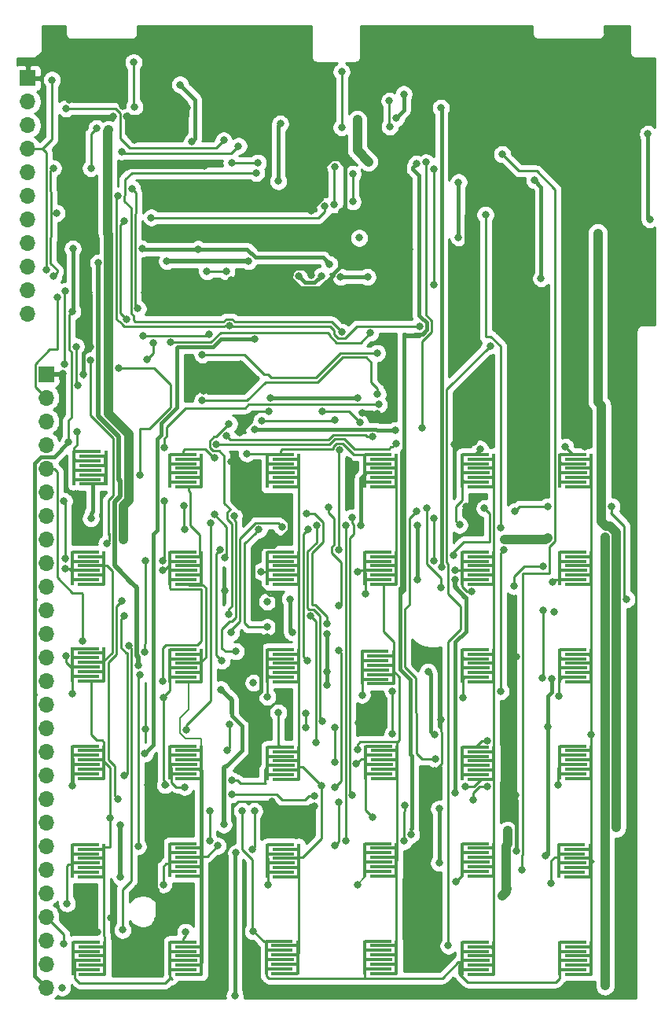
<source format=gbr>
G04 #@! TF.GenerationSoftware,KiCad,Pcbnew,5.1.5+dfsg1-2build2*
G04 #@! TF.CreationDate,2021-11-13T09:19:55+00:00*
G04 #@! TF.ProjectId,psion-org2-main,7073696f-6e2d-46f7-9267-322d6d61696e,rev?*
G04 #@! TF.SameCoordinates,Original*
G04 #@! TF.FileFunction,Copper,L1,Top*
G04 #@! TF.FilePolarity,Positive*
%FSLAX46Y46*%
G04 Gerber Fmt 4.6, Leading zero omitted, Abs format (unit mm)*
G04 Created by KiCad (PCBNEW 5.1.5+dfsg1-2build2) date 2021-11-13 09:19:55*
%MOMM*%
%LPD*%
G04 APERTURE LIST*
%ADD10O,1.700000X1.700000*%
%ADD11R,1.700000X1.700000*%
%ADD12R,3.000000X0.300000*%
%ADD13R,0.300000X3.000000*%
%ADD14C,0.800000*%
%ADD15C,0.250000*%
%ADD16C,0.400000*%
%ADD17C,1.000000*%
%ADD18C,0.200000*%
%ADD19C,0.500000*%
%ADD20C,0.254000*%
G04 APERTURE END LIST*
D10*
X142100000Y-159900000D03*
X142100000Y-157360000D03*
X142100000Y-154820000D03*
X142100000Y-152280000D03*
X142100000Y-149740000D03*
X142100000Y-147200000D03*
X142100000Y-144660000D03*
X142100000Y-142120000D03*
X142100000Y-139580000D03*
X142100000Y-137040000D03*
X142100000Y-134500000D03*
X142100000Y-131960000D03*
X142100000Y-129420000D03*
X142100000Y-126880000D03*
X142100000Y-124340000D03*
X142100000Y-121800000D03*
X142100000Y-119260000D03*
X142100000Y-116720000D03*
X142100000Y-114180000D03*
X142100000Y-111640000D03*
X142100000Y-109100000D03*
X142100000Y-106560000D03*
X142100000Y-104020000D03*
X142100000Y-101480000D03*
X142100000Y-98940000D03*
X142100000Y-96400000D03*
D11*
X142100000Y-93860000D03*
D10*
X140100000Y-87400000D03*
X140100000Y-84860000D03*
X140100000Y-82320000D03*
X140100000Y-79780000D03*
X140100000Y-77240000D03*
X140100000Y-74700000D03*
X140100000Y-72160000D03*
X140100000Y-69620000D03*
X140100000Y-67080000D03*
X140100000Y-64540000D03*
D11*
X140100000Y-62000000D03*
D12*
X198800000Y-102500000D03*
X199400000Y-103000000D03*
X198800000Y-103500000D03*
X199400000Y-104000000D03*
X198900000Y-104500000D03*
X199400000Y-105000000D03*
X199400000Y-106000000D03*
X198800000Y-105500000D03*
D13*
X200800000Y-104650000D03*
X200800000Y-103850000D03*
X197400000Y-104650000D03*
X197400000Y-103850000D03*
D12*
X198800000Y-155000000D03*
X199400000Y-155500000D03*
X198800000Y-156000000D03*
X199400000Y-156500000D03*
X198900000Y-157000000D03*
X199400000Y-157500000D03*
X199400000Y-158500000D03*
X198800000Y-158000000D03*
D13*
X200800000Y-157150000D03*
X200800000Y-156350000D03*
X197400000Y-157150000D03*
X197400000Y-156350000D03*
D12*
X198700000Y-144500000D03*
X199300000Y-145000000D03*
X198700000Y-145500000D03*
X199300000Y-146000000D03*
X198800000Y-146500000D03*
X199300000Y-147000000D03*
X199300000Y-148000000D03*
X198700000Y-147500000D03*
D13*
X200700000Y-146650000D03*
X200700000Y-145850000D03*
X197300000Y-146650000D03*
X197300000Y-145850000D03*
D12*
X198800000Y-133900000D03*
X199400000Y-134400000D03*
X198800000Y-134900000D03*
X199400000Y-135400000D03*
X198900000Y-135900000D03*
X199400000Y-136400000D03*
X199400000Y-137400000D03*
X198800000Y-136900000D03*
D13*
X200800000Y-136050000D03*
X200800000Y-135250000D03*
X197400000Y-136050000D03*
X197400000Y-135250000D03*
D12*
X198800000Y-123500000D03*
X199400000Y-124000000D03*
X198800000Y-124500000D03*
X199400000Y-125000000D03*
X198900000Y-125500000D03*
X199400000Y-126000000D03*
X199400000Y-127000000D03*
X198800000Y-126500000D03*
D13*
X200800000Y-125650000D03*
X200800000Y-124850000D03*
X197400000Y-125650000D03*
X197400000Y-124850000D03*
D12*
X198800000Y-113000000D03*
X199400000Y-113500000D03*
X198800000Y-114000000D03*
X199400000Y-114500000D03*
X198900000Y-115000000D03*
X199400000Y-115500000D03*
X199400000Y-116500000D03*
X198800000Y-116000000D03*
D13*
X200800000Y-115150000D03*
X200800000Y-114350000D03*
X197400000Y-115150000D03*
X197400000Y-114350000D03*
D12*
X188300000Y-155000000D03*
X188900000Y-155500000D03*
X188300000Y-156000000D03*
X188900000Y-156500000D03*
X188400000Y-157000000D03*
X188900000Y-157500000D03*
X188900000Y-158500000D03*
X188300000Y-158000000D03*
D13*
X190300000Y-157150000D03*
X190300000Y-156350000D03*
X186900000Y-157150000D03*
X186900000Y-156350000D03*
D12*
X188300000Y-144400000D03*
X188900000Y-144900000D03*
X188300000Y-145400000D03*
X188900000Y-145900000D03*
X188400000Y-146400000D03*
X188900000Y-146900000D03*
X188900000Y-147900000D03*
X188300000Y-147400000D03*
D13*
X190300000Y-146550000D03*
X190300000Y-145750000D03*
X186900000Y-146550000D03*
X186900000Y-145750000D03*
D12*
X188300000Y-134000000D03*
X188900000Y-134500000D03*
X188300000Y-135000000D03*
X188900000Y-135500000D03*
X188400000Y-136000000D03*
X188900000Y-136500000D03*
X188900000Y-137500000D03*
X188300000Y-137000000D03*
D13*
X190300000Y-136150000D03*
X190300000Y-135350000D03*
X186900000Y-136150000D03*
X186900000Y-135350000D03*
D12*
X188300000Y-123500000D03*
X188900000Y-124000000D03*
X188300000Y-124500000D03*
X188900000Y-125000000D03*
X188400000Y-125500000D03*
X188900000Y-126000000D03*
X188900000Y-127000000D03*
X188300000Y-126500000D03*
D13*
X190300000Y-125650000D03*
X190300000Y-124850000D03*
X186900000Y-125650000D03*
X186900000Y-124850000D03*
D12*
X188300000Y-113000000D03*
X188900000Y-113500000D03*
X188300000Y-114000000D03*
X188900000Y-114500000D03*
X188400000Y-115000000D03*
X188900000Y-115500000D03*
X188900000Y-116500000D03*
X188300000Y-116000000D03*
D13*
X190300000Y-115150000D03*
X190300000Y-114350000D03*
X186900000Y-115150000D03*
X186900000Y-114350000D03*
D12*
X188300000Y-102500000D03*
X188900000Y-103000000D03*
X188300000Y-103500000D03*
X188900000Y-104000000D03*
X188400000Y-104500000D03*
X188900000Y-105000000D03*
X188900000Y-106000000D03*
X188300000Y-105500000D03*
D13*
X190300000Y-104650000D03*
X190300000Y-103850000D03*
X186900000Y-104650000D03*
X186900000Y-103850000D03*
D12*
X177800000Y-154900000D03*
X178400000Y-155400000D03*
X177800000Y-155900000D03*
X178400000Y-156400000D03*
X177900000Y-156900000D03*
X178400000Y-157400000D03*
X178400000Y-158400000D03*
X177800000Y-157900000D03*
D13*
X179800000Y-157050000D03*
X179800000Y-156250000D03*
X176400000Y-157050000D03*
X176400000Y-156250000D03*
D12*
X177800000Y-144400000D03*
X178400000Y-144900000D03*
X177800000Y-145400000D03*
X178400000Y-145900000D03*
X177900000Y-146400000D03*
X178400000Y-146900000D03*
X178400000Y-147900000D03*
X177800000Y-147400000D03*
D13*
X179800000Y-146550000D03*
X179800000Y-145750000D03*
X176400000Y-146550000D03*
X176400000Y-145750000D03*
D12*
X177900000Y-133900000D03*
X178500000Y-134400000D03*
X177900000Y-134900000D03*
X178500000Y-135400000D03*
X178000000Y-135900000D03*
X178500000Y-136400000D03*
X178500000Y-137400000D03*
X177900000Y-136900000D03*
D13*
X179900000Y-136050000D03*
X179900000Y-135250000D03*
X176500000Y-136050000D03*
X176500000Y-135250000D03*
D12*
X177500000Y-123700000D03*
X178100000Y-124200000D03*
X177500000Y-124700000D03*
X178100000Y-125200000D03*
X177600000Y-125700000D03*
X178100000Y-126200000D03*
X178100000Y-127200000D03*
X177500000Y-126700000D03*
D13*
X179500000Y-125850000D03*
X179500000Y-125050000D03*
X176100000Y-125850000D03*
X176100000Y-125050000D03*
D12*
X177800000Y-113000000D03*
X178400000Y-113500000D03*
X177800000Y-114000000D03*
X178400000Y-114500000D03*
X177900000Y-115000000D03*
X178400000Y-115500000D03*
X178400000Y-116500000D03*
X177800000Y-116000000D03*
D13*
X179800000Y-115150000D03*
X179800000Y-114350000D03*
X176400000Y-115150000D03*
X176400000Y-114350000D03*
D12*
X177800000Y-102500000D03*
X178400000Y-103000000D03*
X177800000Y-103500000D03*
X178400000Y-104000000D03*
X177900000Y-104500000D03*
X178400000Y-105000000D03*
X178400000Y-106000000D03*
X177800000Y-105500000D03*
D13*
X179800000Y-104650000D03*
X179800000Y-103850000D03*
X176400000Y-104650000D03*
X176400000Y-103850000D03*
D12*
X167200000Y-154900000D03*
X167800000Y-155400000D03*
X167200000Y-155900000D03*
X167800000Y-156400000D03*
X167300000Y-156900000D03*
X167800000Y-157400000D03*
X167800000Y-158400000D03*
X167200000Y-157900000D03*
D13*
X169200000Y-157050000D03*
X169200000Y-156250000D03*
X165800000Y-157050000D03*
X165800000Y-156250000D03*
D12*
X167300000Y-144500000D03*
X167900000Y-145000000D03*
X167300000Y-145500000D03*
X167900000Y-146000000D03*
X167400000Y-146500000D03*
X167900000Y-147000000D03*
X167900000Y-148000000D03*
X167300000Y-147500000D03*
D13*
X169300000Y-146650000D03*
X169300000Y-145850000D03*
X165900000Y-146650000D03*
X165900000Y-145850000D03*
D12*
X167300000Y-134000000D03*
X167900000Y-134500000D03*
X167300000Y-135000000D03*
X167900000Y-135500000D03*
X167400000Y-136000000D03*
X167900000Y-136500000D03*
X167900000Y-137500000D03*
X167300000Y-137000000D03*
D13*
X169300000Y-136150000D03*
X169300000Y-135350000D03*
X165900000Y-136150000D03*
X165900000Y-135350000D03*
D12*
X167300000Y-123500000D03*
X167900000Y-124000000D03*
X167300000Y-124500000D03*
X167900000Y-125000000D03*
X167400000Y-125500000D03*
X167900000Y-126000000D03*
X167900000Y-127000000D03*
X167300000Y-126500000D03*
D13*
X169300000Y-125650000D03*
X169300000Y-124850000D03*
X165900000Y-125650000D03*
X165900000Y-124850000D03*
D12*
X167300000Y-113000000D03*
X167900000Y-113500000D03*
X167300000Y-114000000D03*
X167900000Y-114500000D03*
X167400000Y-115000000D03*
X167900000Y-115500000D03*
X167900000Y-116500000D03*
X167300000Y-116000000D03*
D13*
X169300000Y-115150000D03*
X169300000Y-114350000D03*
X165900000Y-115150000D03*
X165900000Y-114350000D03*
D12*
X167300000Y-102500000D03*
X167900000Y-103000000D03*
X167300000Y-103500000D03*
X167900000Y-104000000D03*
X167400000Y-104500000D03*
X167900000Y-105000000D03*
X167900000Y-106000000D03*
X167300000Y-105500000D03*
D13*
X169300000Y-104650000D03*
X169300000Y-103850000D03*
X165900000Y-104650000D03*
X165900000Y-103850000D03*
D12*
X156800000Y-155000000D03*
X157400000Y-155500000D03*
X156800000Y-156000000D03*
X157400000Y-156500000D03*
X156900000Y-157000000D03*
X157400000Y-157500000D03*
X157400000Y-158500000D03*
X156800000Y-158000000D03*
D13*
X158800000Y-157150000D03*
X158800000Y-156350000D03*
X155400000Y-157150000D03*
X155400000Y-156350000D03*
D12*
X156800000Y-144400000D03*
X157400000Y-144900000D03*
X156800000Y-145400000D03*
X157400000Y-145900000D03*
X156900000Y-146400000D03*
X157400000Y-146900000D03*
X157400000Y-147900000D03*
X156800000Y-147400000D03*
D13*
X158800000Y-146550000D03*
X158800000Y-145750000D03*
X155400000Y-146550000D03*
X155400000Y-145750000D03*
D12*
X156800000Y-133900000D03*
X157400000Y-134400000D03*
X156800000Y-134900000D03*
X157400000Y-135400000D03*
X156900000Y-135900000D03*
X157400000Y-136400000D03*
X157400000Y-137400000D03*
X156800000Y-136900000D03*
D13*
X158800000Y-136050000D03*
X158800000Y-135250000D03*
X155400000Y-136050000D03*
X155400000Y-135250000D03*
D12*
X156800000Y-123500000D03*
X157400000Y-124000000D03*
X156800000Y-124500000D03*
X157400000Y-125000000D03*
X156900000Y-125500000D03*
X157400000Y-126000000D03*
X157400000Y-127000000D03*
X156800000Y-126500000D03*
D13*
X158800000Y-125650000D03*
X158800000Y-124850000D03*
X155400000Y-125650000D03*
X155400000Y-124850000D03*
D12*
X156800000Y-113000000D03*
X157400000Y-113500000D03*
X156800000Y-114000000D03*
X157400000Y-114500000D03*
X156900000Y-115000000D03*
X157400000Y-115500000D03*
X157400000Y-116500000D03*
X156800000Y-116000000D03*
D13*
X158800000Y-115150000D03*
X158800000Y-114350000D03*
X155400000Y-115150000D03*
X155400000Y-114350000D03*
D12*
X156800000Y-102500000D03*
X157400000Y-103000000D03*
X156800000Y-103500000D03*
X157400000Y-104000000D03*
X156900000Y-104500000D03*
X157400000Y-105000000D03*
X157400000Y-106000000D03*
X156800000Y-105500000D03*
D13*
X158800000Y-104650000D03*
X158800000Y-103850000D03*
X155400000Y-104650000D03*
X155400000Y-103850000D03*
D12*
X146400000Y-155000000D03*
X147000000Y-155500000D03*
X146400000Y-156000000D03*
X147000000Y-156500000D03*
X146500000Y-157000000D03*
X147000000Y-157500000D03*
X147000000Y-158500000D03*
X146400000Y-158000000D03*
D13*
X148400000Y-157150000D03*
X148400000Y-156350000D03*
X145000000Y-157150000D03*
X145000000Y-156350000D03*
D12*
X146300000Y-144500000D03*
X146900000Y-145000000D03*
X146300000Y-145500000D03*
X146900000Y-146000000D03*
X146400000Y-146500000D03*
X146900000Y-147000000D03*
X146900000Y-148000000D03*
X146300000Y-147500000D03*
D13*
X148300000Y-146650000D03*
X148300000Y-145850000D03*
X144900000Y-146650000D03*
X144900000Y-145850000D03*
D12*
X146300000Y-133900000D03*
X146900000Y-134400000D03*
X146300000Y-134900000D03*
X146900000Y-135400000D03*
X146400000Y-135900000D03*
X146900000Y-136400000D03*
X146900000Y-137400000D03*
X146300000Y-136900000D03*
D13*
X148300000Y-136050000D03*
X148300000Y-135250000D03*
X144900000Y-136050000D03*
X144900000Y-135250000D03*
D12*
X146300000Y-123400000D03*
X146900000Y-123900000D03*
X146300000Y-124400000D03*
X146900000Y-124900000D03*
X146400000Y-125400000D03*
X146900000Y-125900000D03*
X146900000Y-126900000D03*
X146300000Y-126400000D03*
D13*
X148300000Y-125550000D03*
X148300000Y-124750000D03*
X144900000Y-125550000D03*
X144900000Y-124750000D03*
D12*
X146300000Y-113000000D03*
X146900000Y-113500000D03*
X146300000Y-114000000D03*
X146900000Y-114500000D03*
X146400000Y-115000000D03*
X146900000Y-115500000D03*
X146900000Y-116500000D03*
X146300000Y-116000000D03*
D13*
X148300000Y-115150000D03*
X148300000Y-114350000D03*
X144900000Y-115150000D03*
X144900000Y-114350000D03*
D12*
X146500000Y-102200000D03*
X147100000Y-102700000D03*
X146500000Y-103200000D03*
X147100000Y-103700000D03*
X146600000Y-104200000D03*
X147100000Y-104700000D03*
X147100000Y-105700000D03*
X146500000Y-105200000D03*
D13*
X148500000Y-104350000D03*
X148500000Y-103550000D03*
X145100000Y-104350000D03*
X145100000Y-103550000D03*
D14*
X166368597Y-139831403D03*
X171000000Y-140400000D03*
X143900000Y-93800000D03*
X145200000Y-106800000D03*
X159000000Y-95700000D03*
X162000000Y-83700000D03*
X170600000Y-83200000D03*
X177800000Y-82000000D03*
X181200000Y-80400000D03*
X187300000Y-83500000D03*
X200100000Y-101700000D03*
X187300000Y-108100000D03*
X162000000Y-103300000D03*
X174700000Y-103200000D03*
X200100000Y-83500000D03*
X150800000Y-71500000D03*
X145800000Y-66400000D03*
X149300000Y-66100000D03*
X157300000Y-65200000D03*
X186500000Y-61900000D03*
X184200000Y-58700000D03*
X160600000Y-76000000D03*
X175700000Y-131400000D03*
X161300000Y-117200000D03*
X165900000Y-122200000D03*
X164000000Y-129200000D03*
X152800000Y-132100000D03*
X183900000Y-136600000D03*
X192700000Y-145200000D03*
X167700000Y-75200000D03*
X170600000Y-76300000D03*
X173900000Y-76400000D03*
X176000000Y-76500000D03*
X178400000Y-76400000D03*
X149025000Y-152400000D03*
X147575000Y-153900000D03*
X192700000Y-124300000D03*
X144400000Y-58600000D03*
X149500000Y-58200000D03*
X189500000Y-74600000D03*
X146850000Y-90900000D03*
X167300000Y-108800000D03*
X146100000Y-93925000D03*
X164100000Y-94600000D03*
X164100000Y-98450000D03*
X162900000Y-100190329D03*
X150350000Y-65000000D03*
X144550000Y-64300000D03*
X150750001Y-66150000D03*
X151550000Y-68700000D03*
X159100000Y-71475000D03*
X188300000Y-69025000D03*
X187300000Y-80350000D03*
X194300000Y-74600000D03*
X194350000Y-81800000D03*
X192650000Y-139150000D03*
X184600000Y-131100000D03*
X192400000Y-131150000D03*
X153900000Y-153050000D03*
X153050000Y-138100000D03*
X188149208Y-101140742D03*
X186050000Y-101450000D03*
X176100000Y-98000000D03*
X177725000Y-98127019D03*
X166025000Y-97900000D03*
X175650000Y-96419127D03*
X166200000Y-96400000D03*
X163050000Y-92750000D03*
X166900000Y-117650000D03*
X146650000Y-85100000D03*
X152650000Y-85100000D03*
X143800000Y-159900000D03*
X164500000Y-140900000D03*
X180700000Y-140300000D03*
X196800000Y-119500000D03*
X156500000Y-62700000D03*
X144500000Y-101200000D03*
X144900000Y-87100000D03*
X164400000Y-127100000D03*
X183900000Y-132700000D03*
X175800000Y-79200000D03*
X186500000Y-73200000D03*
X165900000Y-118344990D03*
X157800000Y-68800000D03*
X158450000Y-80400000D03*
X172600000Y-82037500D03*
X186500000Y-79150000D03*
X196100000Y-131862828D03*
X196550000Y-126650000D03*
X195900000Y-145700000D03*
X184400000Y-146475000D03*
X184400000Y-140650000D03*
X180625000Y-144125000D03*
X164275000Y-145025020D03*
X162400000Y-160800000D03*
X162550000Y-145400000D03*
X168350000Y-118075000D03*
X168575000Y-121650000D03*
X172325000Y-121800000D03*
X172350000Y-127325000D03*
X183211584Y-125875000D03*
X172325000Y-125875000D03*
X152400011Y-80350000D03*
X144950000Y-80350000D03*
X194700000Y-73000000D03*
X195400000Y-83559998D03*
X176700000Y-83400000D03*
X173800000Y-83400000D03*
X171700000Y-83300000D03*
X169300000Y-83300000D03*
X202300000Y-159700000D03*
X202300000Y-111400000D03*
X196100000Y-111500000D03*
X191500000Y-111700000D03*
X150400000Y-111700000D03*
X151000000Y-104900000D03*
X148700000Y-78700000D03*
X148800000Y-67600000D03*
X206900000Y-68000000D03*
X207100000Y-77200000D03*
X145300000Y-90900000D03*
X145525000Y-95100000D03*
X182989952Y-71058579D03*
X182615478Y-99684522D03*
X179700000Y-99900000D03*
X164500000Y-99850000D03*
X146900000Y-109400000D03*
X157200000Y-132200000D03*
X159799999Y-109875000D03*
X142700000Y-62200000D03*
X142100000Y-82600000D03*
X173100000Y-75600000D03*
X173200000Y-71500000D03*
X164900000Y-71100000D03*
X162050001Y-71100000D03*
X161499999Y-82800000D03*
X159410000Y-82810000D03*
X147500000Y-67400000D03*
X146900000Y-71700000D03*
X142868223Y-83325000D03*
X142825000Y-71700000D03*
X172100000Y-75800000D03*
X153400000Y-77000000D03*
X143200000Y-76515000D03*
X163200000Y-140900010D03*
X157100000Y-153900000D03*
X164350000Y-153850000D03*
X144900000Y-138200000D03*
X162100000Y-137600000D03*
X177215684Y-141550000D03*
X188080788Y-139660263D03*
X189575000Y-138250002D03*
X189575000Y-133312829D03*
X197200000Y-138100000D03*
X175500010Y-135769735D03*
X173149990Y-135600000D03*
X173149990Y-131900000D03*
X170025000Y-131925000D03*
X170025000Y-130400000D03*
X167100000Y-130300000D03*
X157000000Y-138300000D03*
X152700000Y-134700000D03*
X164500000Y-90098002D03*
X154900000Y-138100000D03*
X144900000Y-128300000D03*
X154700000Y-128650000D03*
X176100000Y-128400000D03*
X187000000Y-128725000D03*
X197300000Y-128500000D03*
X165900000Y-128600000D03*
X144200000Y-124200000D03*
X144100000Y-114800000D03*
X165200000Y-115100000D03*
X175600000Y-115100000D03*
X186100000Y-115000000D03*
X154649998Y-126950000D03*
X154596025Y-114973554D03*
X192500000Y-116700000D03*
X187900000Y-117250002D03*
X196600000Y-116200000D03*
X176500000Y-117500000D03*
X195575000Y-114575000D03*
X161850000Y-131600000D03*
X161600000Y-134350000D03*
X185400000Y-155400000D03*
X189900000Y-90800000D03*
X149000000Y-141600000D03*
X166000000Y-148800000D03*
X186200000Y-148500000D03*
X196500000Y-148700000D03*
X144328961Y-150848492D03*
X154700000Y-148800000D03*
X175600000Y-148800000D03*
X173600000Y-139925000D03*
X173192005Y-144575010D03*
X160559857Y-144635540D03*
X186125000Y-138900000D03*
X176000000Y-110149990D03*
X186600000Y-110100000D03*
X188800000Y-101900000D03*
X198000000Y-101700000D03*
X160207275Y-102850001D03*
X163700000Y-102400000D03*
X186099999Y-116000000D03*
X182050000Y-116000000D03*
X182050010Y-110149990D03*
X171725001Y-138175001D03*
X175600000Y-134300000D03*
X187207871Y-138228860D03*
X200800000Y-132700000D03*
X189400000Y-76700000D03*
X191025000Y-110400000D03*
X170300000Y-110600000D03*
X170200000Y-124700000D03*
X179400000Y-132600000D03*
X179400000Y-128000000D03*
X191025000Y-128000000D03*
X191400000Y-112800000D03*
X173600000Y-112800000D03*
X173700000Y-102025000D03*
X175100000Y-75300000D03*
X175100000Y-72300000D03*
X164700001Y-72200000D03*
X173900000Y-89300000D03*
X165300000Y-98900000D03*
X173175000Y-98800000D03*
X174325000Y-110149990D03*
X174400000Y-144125000D03*
X159700000Y-144125000D03*
X159700000Y-140900010D03*
X171800000Y-97900000D03*
X175000000Y-109300000D03*
X175050000Y-139200000D03*
X171000000Y-139259804D03*
X162100000Y-139100000D03*
X175850000Y-99050000D03*
X171194429Y-110149990D03*
X171854723Y-131200000D03*
X182300000Y-88700000D03*
X149800000Y-74700000D03*
X161775000Y-119700000D03*
X161782087Y-99205770D03*
X161800000Y-88648002D03*
X170525000Y-119900000D03*
X171129723Y-133498162D03*
X150500000Y-77400000D03*
X150756479Y-87931174D03*
X152531595Y-89706289D03*
X159600000Y-89600000D03*
X162500000Y-123700000D03*
X162300000Y-109100000D03*
X173200000Y-138300000D03*
X173600000Y-123600000D03*
X155500000Y-90431289D03*
X177000000Y-89425000D03*
X182000000Y-108600000D03*
X184000000Y-135300000D03*
X156900000Y-108000000D03*
X157000000Y-110600000D03*
X165000000Y-110600000D03*
X165900000Y-121100000D03*
X152200000Y-104700000D03*
X149900000Y-93200000D03*
X144041421Y-92810048D03*
X144100000Y-84900000D03*
X151975000Y-144700000D03*
X152200000Y-126200000D03*
X177200000Y-100575000D03*
X161497832Y-100515330D03*
X162800000Y-69300000D03*
X150200000Y-69900000D03*
X179800000Y-101300000D03*
X160400000Y-101400000D03*
X161200000Y-68700000D03*
X144197844Y-65263011D03*
X191200000Y-150000000D03*
X191800000Y-143000000D03*
X201500000Y-78700000D03*
X203500000Y-142700000D03*
X151325000Y-73900000D03*
X151950001Y-86813091D03*
X153600000Y-90500000D03*
X152900000Y-92300000D03*
X146850000Y-92400000D03*
X148599990Y-112100000D03*
X160800000Y-112800000D03*
X161000000Y-124700000D03*
X150300000Y-153700000D03*
X144000000Y-155200000D03*
X151016282Y-123100000D03*
X167100000Y-73100000D03*
X167300000Y-66900000D03*
X161200000Y-142350010D03*
X160900000Y-127800000D03*
X150100000Y-142400000D03*
X150100000Y-148000000D03*
X163850001Y-81700000D03*
X155100000Y-81700000D03*
X147700000Y-81875000D03*
X151975000Y-125206113D03*
X183849999Y-71800000D03*
X183849999Y-84200000D03*
X193300000Y-147200000D03*
X191200000Y-70200000D03*
X167500000Y-110300000D03*
X162000000Y-121700000D03*
X170100000Y-108900000D03*
X172325000Y-120700000D03*
X172500000Y-108200000D03*
X173600000Y-118800000D03*
X183100000Y-108300000D03*
X184600000Y-116815686D03*
X183849999Y-109424990D03*
X183849999Y-113975010D03*
X189300000Y-108300000D03*
X160215760Y-108965524D03*
X161324990Y-113651110D03*
X186000000Y-113399999D03*
X192600000Y-108600000D03*
X196100000Y-108100000D03*
X203000000Y-108100000D03*
X204600010Y-118100000D03*
X195600000Y-119300000D03*
X195500000Y-126600000D03*
X154834472Y-107500000D03*
X152716283Y-123756113D03*
X154649997Y-113975010D03*
X152799998Y-113975010D03*
X144100000Y-113700000D03*
X144000001Y-107525001D03*
X146000000Y-122600000D03*
X177909191Y-97144127D03*
X154834472Y-101800000D03*
X177787347Y-96012653D03*
X158900000Y-96700000D03*
X177725000Y-91600000D03*
X158900000Y-91756299D03*
X143300000Y-85625000D03*
X184600000Y-65200000D03*
X184649999Y-114665676D03*
X145410431Y-100093886D03*
X151500000Y-60300000D03*
X151600000Y-65100000D03*
X173900000Y-61300000D03*
X173900000Y-67300000D03*
X179050002Y-64435035D03*
X179100000Y-67200000D03*
X180600000Y-63710035D03*
X179775002Y-66300000D03*
X150200000Y-118300000D03*
X149800000Y-139600000D03*
X150525000Y-119900000D03*
X150525000Y-137100000D03*
X175600000Y-66474990D03*
X176800000Y-71000000D03*
X182000000Y-71200000D03*
X181400000Y-143400000D03*
D15*
X166937194Y-140400000D02*
X171000000Y-140400000D01*
X166368597Y-139831403D02*
X166937194Y-140400000D01*
X143840000Y-93860000D02*
X143900000Y-93800000D01*
X142100000Y-93860000D02*
X143840000Y-93860000D01*
D16*
X146049999Y-92784001D02*
X146049999Y-91600001D01*
X146100000Y-92834002D02*
X146049999Y-92784001D01*
X146100000Y-93925000D02*
X146100000Y-92834002D01*
X164100000Y-98990329D02*
X162900000Y-100190329D01*
X164100000Y-98450000D02*
X164100000Y-98990329D01*
X140100000Y-60750000D02*
X141200000Y-59650000D01*
X140100000Y-62000000D02*
X140100000Y-60750000D01*
X141200000Y-59650000D02*
X141300000Y-59650000D01*
X141300000Y-59650000D02*
X142400000Y-58550000D01*
X142450000Y-58600000D02*
X144300000Y-58600000D01*
X142400000Y-58550000D02*
X142450000Y-58600000D01*
X144300000Y-58600000D02*
X145700000Y-58600000D01*
X149500000Y-58200000D02*
X144850000Y-58200000D01*
X144850000Y-58200000D02*
X144500000Y-58550000D01*
X150350000Y-59050000D02*
X149500000Y-58200000D01*
X150350000Y-65000000D02*
X150350000Y-59050000D01*
X149650000Y-64300000D02*
X144550000Y-64300000D01*
X150350000Y-65000000D02*
X149650000Y-64300000D01*
X150750001Y-66150000D02*
X157150000Y-66150000D01*
X157300000Y-66000000D02*
X157300000Y-65200000D01*
X157150000Y-66150000D02*
X157300000Y-66000000D01*
X150750001Y-67900001D02*
X151550000Y-68700000D01*
X150750001Y-66150000D02*
X150750001Y-67900001D01*
X166900000Y-76000000D02*
X167700000Y-75200000D01*
X160600000Y-76000000D02*
X166900000Y-76000000D01*
X159075000Y-71500000D02*
X159100000Y-71475000D01*
X150800000Y-71500000D02*
X159075000Y-71500000D01*
X188300000Y-73400000D02*
X189500000Y-74600000D01*
X188300000Y-69025000D02*
X188300000Y-73400000D01*
X169500000Y-75200000D02*
X170600000Y-76300000D01*
X167700000Y-75200000D02*
X169500000Y-75200000D01*
X174299999Y-71415997D02*
X174299999Y-76000001D01*
X173584001Y-70699999D02*
X174299999Y-71415997D01*
X174299999Y-76000001D02*
X173900000Y-76400000D01*
X172815999Y-70699999D02*
X173584001Y-70699999D01*
X171715999Y-71799999D02*
X172815999Y-70699999D01*
X171715999Y-74999999D02*
X171715999Y-71799999D01*
X170600000Y-76115998D02*
X171715999Y-74999999D01*
X170600000Y-76300000D02*
X170600000Y-76115998D01*
X175900000Y-76400000D02*
X176000000Y-76500000D01*
X173900000Y-76400000D02*
X175900000Y-76400000D01*
X178300000Y-76500000D02*
X178400000Y-76400000D01*
X176000000Y-76500000D02*
X178300000Y-76500000D01*
X181200000Y-79200000D02*
X181200000Y-80400000D01*
X178400000Y-76400000D02*
X181200000Y-79200000D01*
X179400000Y-80400000D02*
X181200000Y-80400000D01*
X177800000Y-82000000D02*
X179400000Y-80400000D01*
X187300000Y-83500000D02*
X187300000Y-80350000D01*
X172999999Y-83015999D02*
X174015998Y-82000000D01*
X171583991Y-84600011D02*
X172999999Y-83184003D01*
X169416009Y-84600011D02*
X171583991Y-84600011D01*
X174015998Y-82000000D02*
X177234315Y-82000000D01*
X168499999Y-83684001D02*
X169416009Y-84600011D01*
X177234315Y-82000000D02*
X177800000Y-82000000D01*
X168915999Y-82499999D02*
X168499999Y-82915999D01*
X172999999Y-83184003D02*
X172999999Y-83015999D01*
X169899999Y-82499999D02*
X168915999Y-82499999D01*
X170600000Y-83200000D02*
X169899999Y-82499999D01*
X187300000Y-76800000D02*
X187300000Y-80350000D01*
X189500000Y-74600000D02*
X187300000Y-76800000D01*
X194300000Y-81750000D02*
X194350000Y-81800000D01*
X194300000Y-74600000D02*
X194300000Y-81750000D01*
X192700000Y-144634315D02*
X192700000Y-145200000D01*
X192700000Y-139765685D02*
X192700000Y-144634315D01*
X192650000Y-139715685D02*
X192700000Y-139765685D01*
X192650000Y-139150000D02*
X192650000Y-139715685D01*
D15*
X184299999Y-136200001D02*
X183900000Y-136600000D01*
X184725001Y-132451999D02*
X184725001Y-135774999D01*
X184600000Y-132326998D02*
X184725001Y-132451999D01*
X184725001Y-135774999D02*
X184299999Y-136200001D01*
X184600000Y-131100000D02*
X184600000Y-132326998D01*
D16*
X192400000Y-124600000D02*
X192700000Y-124300000D01*
X192400000Y-131150000D02*
X192400000Y-124600000D01*
X154038638Y-149322640D02*
X153900000Y-149184002D01*
X154038638Y-152345677D02*
X154038638Y-149322640D01*
X153900000Y-152484315D02*
X154038638Y-152345677D01*
X153900000Y-153050000D02*
X153900000Y-152484315D01*
X153900000Y-138950000D02*
X153050000Y-138100000D01*
X153900000Y-149184002D02*
X153900000Y-138950000D01*
X186359258Y-101140742D02*
X186050000Y-101450000D01*
X188149208Y-101140742D02*
X186359258Y-101140742D01*
X177597981Y-98000000D02*
X177725000Y-98127019D01*
X176100000Y-98000000D02*
X177597981Y-98000000D01*
D15*
X164650000Y-97900000D02*
X164100000Y-98450000D01*
X166025000Y-97900000D02*
X164650000Y-97900000D01*
X166900001Y-108400001D02*
X162850001Y-108400001D01*
X167300000Y-108800000D02*
X166900001Y-108400001D01*
X162000000Y-107550000D02*
X162000000Y-103300000D01*
X162850001Y-108400001D02*
X162000000Y-107550000D01*
D16*
X166219127Y-96419127D02*
X166200000Y-96400000D01*
X175650000Y-96419127D02*
X166219127Y-96419127D01*
X163000000Y-95700000D02*
X164100000Y-94600000D01*
X159000000Y-95700000D02*
X163000000Y-95700000D01*
X146149999Y-91600001D02*
X146049999Y-91600001D01*
X146850000Y-90900000D02*
X146149999Y-91600001D01*
X164100000Y-93800000D02*
X164100000Y-94600000D01*
X163050000Y-92750000D02*
X164100000Y-93800000D01*
X166465685Y-122200000D02*
X165900000Y-122200000D01*
X166900000Y-121765685D02*
X166465685Y-122200000D01*
X166900000Y-117650000D02*
X166900000Y-121765685D01*
X164399999Y-128800001D02*
X164000000Y-129200000D01*
X165200001Y-127999999D02*
X164399999Y-128800001D01*
X165200001Y-122899999D02*
X165200001Y-127999999D01*
X165900000Y-122200000D02*
X165200001Y-122899999D01*
X165429999Y-112449999D02*
X165050000Y-112829998D01*
X166534003Y-112449999D02*
X165429999Y-112449999D01*
X168300001Y-110684001D02*
X166534003Y-112449999D01*
X168300001Y-109800001D02*
X168300001Y-110684001D01*
X167300000Y-108800000D02*
X168300001Y-109800001D01*
X165050000Y-112829998D02*
X165050000Y-113750000D01*
D15*
X166334315Y-117650000D02*
X166900000Y-117650000D01*
X166164998Y-117650000D02*
X166334315Y-117650000D01*
X164474999Y-115960001D02*
X166164998Y-117650000D01*
X164474999Y-114325001D02*
X164474999Y-115960001D01*
X165050000Y-113750000D02*
X164474999Y-114325001D01*
D16*
X146850000Y-85300000D02*
X146650000Y-85100000D01*
X146850000Y-90900000D02*
X146850000Y-85300000D01*
X160600000Y-85100000D02*
X162000000Y-83700000D01*
X152650000Y-85100000D02*
X160600000Y-85100000D01*
X167850001Y-84099999D02*
X168400000Y-83550000D01*
X162000000Y-83700000D02*
X162399999Y-84099999D01*
X168400000Y-83550000D02*
X168499999Y-83684001D01*
X162399999Y-84099999D02*
X167850001Y-84099999D01*
X168499999Y-82915999D02*
X168400000Y-83550000D01*
D15*
X144574999Y-87425001D02*
X144900000Y-87100000D01*
X144574999Y-91248001D02*
X144574999Y-87425001D01*
X144800000Y-91473002D02*
X144574999Y-91248001D01*
X144800000Y-98526998D02*
X144800000Y-91473002D01*
X144500000Y-98826998D02*
X144800000Y-98526998D01*
X144500000Y-101200000D02*
X144500000Y-98826998D01*
D16*
X158100001Y-68499999D02*
X157800000Y-68800000D01*
X158100001Y-64300001D02*
X158100001Y-68499999D01*
X156500000Y-62700000D02*
X158100001Y-64300001D01*
X163734003Y-80400000D02*
X164650002Y-81315999D01*
X158450000Y-80400000D02*
X163734003Y-80400000D01*
X171878499Y-81315999D02*
X172600000Y-82037500D01*
X164650002Y-81315999D02*
X171878499Y-81315999D01*
X186500000Y-79150000D02*
X186500000Y-73200000D01*
X196550000Y-128065998D02*
X196550000Y-126650000D01*
X196100000Y-128515998D02*
X196550000Y-128065998D01*
X196100000Y-131862828D02*
X196100000Y-128515998D01*
X196100000Y-145500000D02*
X195900000Y-145700000D01*
X196100000Y-131862828D02*
X196100000Y-145500000D01*
X184400000Y-146475000D02*
X184400000Y-140650000D01*
D15*
X180625000Y-140940685D02*
X180625000Y-144125000D01*
X180700000Y-140865685D02*
X180625000Y-140940685D01*
X180700000Y-140300000D02*
X180700000Y-140865685D01*
X164500000Y-144800020D02*
X164275000Y-145025020D01*
X164500000Y-140900000D02*
X164500000Y-144800020D01*
D16*
X162400000Y-145550000D02*
X162550000Y-145400000D01*
X162400000Y-160800000D02*
X162400000Y-145550000D01*
X168350000Y-121425000D02*
X168575000Y-121650000D01*
X168350000Y-118075000D02*
X168350000Y-121425000D01*
X172325000Y-127300000D02*
X172350000Y-127325000D01*
X172325000Y-121800000D02*
X172325000Y-127300000D01*
X183500001Y-126163417D02*
X183211584Y-125875000D01*
X183500001Y-132300001D02*
X183500001Y-126163417D01*
X183900000Y-132700000D02*
X183500001Y-132300001D01*
X140849999Y-118024999D02*
X140925000Y-118100000D01*
X140849999Y-103419999D02*
X140849999Y-118024999D01*
X141499999Y-102769999D02*
X140849999Y-103419999D01*
X142930001Y-102769999D02*
X141499999Y-102769999D01*
X144500000Y-101200000D02*
X142930001Y-102769999D01*
X140849999Y-128274999D02*
X140925000Y-128350000D01*
X140849999Y-118024999D02*
X140849999Y-128274999D01*
X140849999Y-158649999D02*
X142100000Y-159900000D01*
X140849999Y-128274999D02*
X140849999Y-158649999D01*
X152450011Y-80400000D02*
X152400011Y-80350000D01*
X158450000Y-80400000D02*
X152450011Y-80400000D01*
X144950000Y-87050000D02*
X144900000Y-87100000D01*
X144950000Y-80350000D02*
X144950000Y-87050000D01*
X195400000Y-73700000D02*
X195400000Y-83559998D01*
X194700000Y-73000000D02*
X195400000Y-73700000D01*
X176700000Y-83400000D02*
X173800000Y-83400000D01*
X170000001Y-84000001D02*
X169300000Y-83300000D01*
X170999999Y-84000001D02*
X170000001Y-84000001D01*
X171700000Y-83300000D02*
X170999999Y-84000001D01*
D17*
X202300000Y-159700000D02*
X202300000Y-111400000D01*
X195900000Y-111700000D02*
X191500000Y-111700000D01*
X196100000Y-111500000D02*
X195900000Y-111700000D01*
X150400000Y-111700000D02*
X150400000Y-108000000D01*
X151000000Y-107400000D02*
X151000000Y-104900000D01*
X150400000Y-108000000D02*
X151000000Y-107400000D01*
X151000000Y-104900000D02*
X151000000Y-104334315D01*
X151000000Y-104334315D02*
X151000000Y-100300000D01*
X151000000Y-100300000D02*
X148800000Y-98100000D01*
X148800000Y-78800000D02*
X148700000Y-78700000D01*
X148800000Y-98100000D02*
X148800000Y-78800000D01*
X148700000Y-67700000D02*
X148800000Y-67600000D01*
X148700000Y-78700000D02*
X148700000Y-67700000D01*
D16*
X206900000Y-77000000D02*
X207100000Y-77200000D01*
X206900000Y-68000000D02*
X206900000Y-77000000D01*
D15*
X145300000Y-94875000D02*
X145525000Y-95100000D01*
X145300000Y-90900000D02*
X145300000Y-94875000D01*
D16*
X177584001Y-99774999D02*
X176825001Y-99774999D01*
X177709002Y-99900000D02*
X177584001Y-99774999D01*
X179700000Y-99900000D02*
X177709002Y-99900000D01*
X176750000Y-99850000D02*
X164500000Y-99850000D01*
X176825001Y-99774999D02*
X176750000Y-99850000D01*
X147100000Y-108634315D02*
X147100000Y-105750001D01*
X146900000Y-108834315D02*
X147100000Y-108634315D01*
X146900000Y-109400000D02*
X146900000Y-108834315D01*
D15*
X159800000Y-109875001D02*
X159799999Y-109875000D01*
X159800000Y-129034315D02*
X159800000Y-109875001D01*
X157200000Y-132200000D02*
X157200000Y-131634315D01*
X157200000Y-131634315D02*
X159800000Y-129034315D01*
D18*
X147100000Y-102700000D02*
X148400000Y-102700000D01*
X148400000Y-102700000D02*
X148400000Y-103650000D01*
X148400000Y-103650000D02*
X147200000Y-103650000D01*
X147100000Y-103700000D02*
X148500000Y-103700000D01*
X148500000Y-103700000D02*
X148500000Y-104650000D01*
X148500000Y-104650000D02*
X148450000Y-104700000D01*
X148450000Y-104700000D02*
X147000000Y-104700000D01*
X147100000Y-104700000D02*
X148190002Y-104700000D01*
X148190002Y-104700000D02*
X148400000Y-104909998D01*
X148400000Y-104909998D02*
X148400000Y-105650000D01*
X148400000Y-105650000D02*
X147150000Y-105650000D01*
X147150000Y-105650000D02*
X147100000Y-105700000D01*
D15*
X183625011Y-89324989D02*
X182600000Y-90350000D01*
X182989952Y-87463474D02*
X183625011Y-88098533D01*
X182989952Y-71058579D02*
X182989952Y-87463474D01*
X183625011Y-88098533D02*
X183625011Y-89324989D01*
X182615478Y-90365478D02*
X182615478Y-99684522D01*
X182600000Y-90350000D02*
X182615478Y-90365478D01*
X140100000Y-69620000D02*
X141680000Y-69620000D01*
X142700000Y-68600000D02*
X142700000Y-62200000D01*
X141680000Y-69620000D02*
X142700000Y-68600000D01*
X142100000Y-70040000D02*
X141680000Y-69620000D01*
X142100000Y-82600000D02*
X142100000Y-70040000D01*
X173100000Y-71600000D02*
X173200000Y-71500000D01*
X173100000Y-75600000D02*
X173100000Y-71600000D01*
X164900000Y-71100000D02*
X162050001Y-71100000D01*
X159420000Y-82800000D02*
X159410000Y-82810000D01*
X161499999Y-82800000D02*
X159420000Y-82800000D01*
X146900000Y-68000000D02*
X146900000Y-71700000D01*
X147500000Y-67400000D02*
X146900000Y-68000000D01*
X143268222Y-82668222D02*
X142550010Y-81950010D01*
X143268222Y-82925001D02*
X143268222Y-82668222D01*
X142868223Y-83325000D02*
X143268222Y-82925001D01*
X142550010Y-71974990D02*
X142825000Y-71700000D01*
X171440684Y-77025001D02*
X153625001Y-77025001D01*
X172100000Y-76365685D02*
X171440684Y-77025001D01*
X172100000Y-75800000D02*
X172100000Y-76365685D01*
X153425001Y-77025001D02*
X153400000Y-77000000D01*
X153625001Y-77025001D02*
X153425001Y-77025001D01*
X142634315Y-76515000D02*
X142600000Y-76480685D01*
X142600000Y-76480685D02*
X142600000Y-76400000D01*
X143200000Y-76515000D02*
X142634315Y-76515000D01*
X142600000Y-76400000D02*
X142550010Y-71974990D01*
X142550010Y-81950010D02*
X142600000Y-76400000D01*
X145174999Y-158910001D02*
X145664998Y-159400000D01*
X145174999Y-157089999D02*
X145174999Y-158910001D01*
X145264998Y-157000000D02*
X145174999Y-157089999D01*
X146500000Y-157000000D02*
X145264998Y-157000000D01*
X155400000Y-158900000D02*
X155400000Y-157150000D01*
X154900000Y-159400000D02*
X155400000Y-158900000D01*
X145664998Y-159400000D02*
X154900000Y-159400000D01*
X165800000Y-158000000D02*
X165800000Y-156250000D01*
X155400000Y-158735002D02*
X155639999Y-158975001D01*
X155400000Y-156350000D02*
X155400000Y-158735002D01*
X165800000Y-158635002D02*
X166064998Y-158900000D01*
X165800000Y-156250000D02*
X165800000Y-158635002D01*
X176300000Y-158900000D02*
X176400000Y-158800000D01*
X166064998Y-158900000D02*
X176300000Y-158900000D01*
X186500000Y-157150000D02*
X186900000Y-157150000D01*
X184774999Y-158875001D02*
X186500000Y-157150000D01*
X176475001Y-158875001D02*
X184774999Y-158875001D01*
X176400000Y-158800000D02*
X176475001Y-158875001D01*
X176400000Y-157050000D02*
X176400000Y-158800000D01*
X186550000Y-158385002D02*
X187464998Y-159300000D01*
X186550000Y-157500000D02*
X186550000Y-158385002D01*
X186900000Y-157150000D02*
X186550000Y-157500000D01*
X197400000Y-158900000D02*
X197400000Y-157150000D01*
X197000000Y-159300000D02*
X197400000Y-158900000D01*
X187464998Y-159300000D02*
X197000000Y-159300000D01*
D18*
X146400000Y-155000000D02*
X145000000Y-155000000D01*
X146400000Y-156000000D02*
X145000000Y-156000000D01*
X146500000Y-157000000D02*
X145100000Y-157000000D01*
X146400000Y-158000000D02*
X145100000Y-158000000D01*
X156800000Y-155000000D02*
X155400000Y-155000000D01*
X156800000Y-156000000D02*
X155400000Y-156000000D01*
X156900000Y-157000000D02*
X155400000Y-157000000D01*
X156800000Y-158000000D02*
X155350000Y-158000000D01*
X167200000Y-154900000D02*
X165850000Y-154900000D01*
X167200000Y-155900000D02*
X165850000Y-155900000D01*
X167300000Y-156900000D02*
X165850000Y-156900000D01*
X167200000Y-157900000D02*
X165850000Y-157900000D01*
X177800000Y-154900000D02*
X176450000Y-154900000D01*
X177800000Y-155900000D02*
X176400000Y-155900000D01*
X177900000Y-156900000D02*
X176400000Y-156900000D01*
X177800000Y-157900000D02*
X176450000Y-157900000D01*
X188300000Y-155000000D02*
X186900000Y-155000000D01*
X188300000Y-156000000D02*
X186950000Y-156000000D01*
X188400000Y-157000000D02*
X186900000Y-157000000D01*
X188300000Y-158000000D02*
X186850000Y-158000000D01*
X198800000Y-155000000D02*
X197350000Y-155000000D01*
X198800000Y-156000000D02*
X198700000Y-156000000D01*
X198900000Y-157000000D02*
X197450000Y-157000000D01*
X198800000Y-158000000D02*
X197400000Y-158000000D01*
X198800000Y-155000000D02*
X197400000Y-155000000D01*
X198800000Y-156000000D02*
X198150000Y-156000000D01*
X198800000Y-156000000D02*
X197400000Y-156000000D01*
X197400000Y-156000000D02*
X197350000Y-156050000D01*
D15*
X165450000Y-154900000D02*
X167200000Y-154900000D01*
X165550000Y-154950000D02*
X165450000Y-154900000D01*
X164276978Y-146100000D02*
X164276978Y-153676978D01*
X163200000Y-145023022D02*
X164276978Y-146100000D01*
X163200000Y-140900010D02*
X163200000Y-145023022D01*
X156800000Y-154600000D02*
X157100000Y-154300000D01*
X156800000Y-155000000D02*
X156800000Y-154600000D01*
X157100000Y-154300000D02*
X157100000Y-153900000D01*
X164350000Y-153850000D02*
X165550000Y-154950000D01*
X164276978Y-153676978D02*
X164350000Y-153850000D01*
D16*
X144900000Y-135250000D02*
X144900000Y-138200000D01*
D15*
X163000000Y-137900000D02*
X165700000Y-137900000D01*
X165650000Y-136400000D02*
X165900000Y-136150000D01*
X165650000Y-137850000D02*
X165650000Y-136400000D01*
X165700000Y-137900000D02*
X165650000Y-137850000D01*
X176500000Y-140834316D02*
X177215684Y-141550000D01*
X176500000Y-136050000D02*
X176500000Y-140834316D01*
X188080788Y-139660263D02*
X188080788Y-138955622D01*
X188786408Y-138250002D02*
X189575000Y-138250002D01*
X188080788Y-138955622D02*
X188786408Y-138250002D01*
X188987171Y-133312829D02*
X188300000Y-134000000D01*
X189575000Y-133312829D02*
X188987171Y-133312829D01*
X197200000Y-136250000D02*
X197400000Y-136050000D01*
X197200000Y-138100000D02*
X197200000Y-136250000D01*
X176019745Y-135250000D02*
X175500010Y-135769735D01*
X176500000Y-135250000D02*
X176019745Y-135250000D01*
X173149990Y-135600000D02*
X173149990Y-131900000D01*
X170025000Y-131925000D02*
X170025000Y-130400000D01*
X167100000Y-133800000D02*
X167300000Y-134000000D01*
X167100000Y-130300000D02*
X167100000Y-133800000D01*
X162700000Y-137600000D02*
X162100000Y-137600000D01*
X163000000Y-137900000D02*
X162700000Y-137600000D01*
X155574999Y-137810001D02*
X156064998Y-138300000D01*
X155574999Y-136224999D02*
X155574999Y-137810001D01*
X155400000Y-136050000D02*
X155574999Y-136224999D01*
X156064998Y-138300000D02*
X157000000Y-138300000D01*
D18*
X156800000Y-133900000D02*
X155400000Y-133900000D01*
X155400000Y-133900000D02*
X155400000Y-134900000D01*
X155400000Y-134900000D02*
X156750000Y-134900000D01*
X156900000Y-135900000D02*
X155500000Y-135900000D01*
X155500000Y-135900000D02*
X155450000Y-135950000D01*
X155450000Y-136640002D02*
X155709998Y-136900000D01*
X155450000Y-135950000D02*
X155450000Y-136640002D01*
X155709998Y-136900000D02*
X156750000Y-136900000D01*
X146300000Y-133900000D02*
X144850000Y-133900000D01*
X146300000Y-134900000D02*
X144900000Y-134900000D01*
X146400000Y-135900000D02*
X144950000Y-135900000D01*
X146300000Y-136900000D02*
X144900000Y-136900000D01*
X167300000Y-134000000D02*
X165850000Y-134000000D01*
X167300000Y-135000000D02*
X165950000Y-135000000D01*
X167400000Y-136000000D02*
X166000000Y-136000000D01*
X167300000Y-137000000D02*
X165850000Y-137000000D01*
X177900000Y-133900000D02*
X176500000Y-133900000D01*
X177900000Y-134900000D02*
X176500000Y-134900000D01*
X178000000Y-135900000D02*
X176550000Y-135900000D01*
X177900000Y-136900000D02*
X176500000Y-136900000D01*
X188300000Y-134000000D02*
X186850000Y-134000000D01*
X188300000Y-135000000D02*
X186900000Y-135000000D01*
X188400000Y-136000000D02*
X186900000Y-136000000D01*
X188300000Y-137000000D02*
X186950000Y-137000000D01*
X198800000Y-133900000D02*
X197400000Y-133900000D01*
X198800000Y-134900000D02*
X197350000Y-134900000D01*
X198450000Y-135900000D02*
X198400000Y-135950000D01*
X198900000Y-135900000D02*
X198450000Y-135900000D01*
X198800000Y-136900000D02*
X197400000Y-136900000D01*
D16*
X154034472Y-110659398D02*
X154034472Y-100834472D01*
X153599999Y-111093871D02*
X154034472Y-110659398D01*
X153599999Y-115284001D02*
X153599999Y-111093871D01*
X153600001Y-115284003D02*
X153599999Y-115284001D01*
X153600001Y-133799999D02*
X153600001Y-115284003D01*
X152700000Y-134700000D02*
X153600001Y-133799999D01*
X154500000Y-99120795D02*
X156200000Y-97420795D01*
X154500000Y-100368944D02*
X154500000Y-99120795D01*
X154034472Y-100834472D02*
X154500000Y-100368944D01*
X156243701Y-90956299D02*
X160059180Y-90956298D01*
X156200000Y-91000000D02*
X156243701Y-90956299D01*
X156200000Y-97420795D02*
X156200000Y-91000000D01*
X160917476Y-90098002D02*
X164500000Y-90098002D01*
X160059180Y-90956298D02*
X160917476Y-90098002D01*
D15*
X155400000Y-127900000D02*
X155400000Y-125650000D01*
X154700000Y-128600000D02*
X155400000Y-127900000D01*
X154700000Y-137585002D02*
X154700000Y-128600000D01*
X155214998Y-138100000D02*
X154700000Y-137585002D01*
X154900000Y-138100000D02*
X155214998Y-138100000D01*
X144900000Y-125550000D02*
X144900000Y-128300000D01*
X176100000Y-125850000D02*
X176100000Y-128400000D01*
X187164998Y-126500000D02*
X188300000Y-126500000D01*
X187000000Y-126664998D02*
X187164998Y-126500000D01*
X187000000Y-128725000D02*
X187000000Y-126664998D01*
X197664998Y-126500000D02*
X198800000Y-126500000D01*
X197300000Y-126864998D02*
X197664998Y-126500000D01*
X197300000Y-128500000D02*
X197300000Y-126864998D01*
X165900000Y-126764998D02*
X165900000Y-125650000D01*
X165900000Y-128600000D02*
X165900000Y-126764998D01*
X144200000Y-124850000D02*
X144900000Y-125550000D01*
X144200000Y-124200000D02*
X144200000Y-124850000D01*
X176100000Y-123750000D02*
X176100000Y-125050000D01*
X176150000Y-123700000D02*
X176100000Y-123750000D01*
X177500000Y-123700000D02*
X176150000Y-123700000D01*
X177500000Y-124700000D02*
X176400000Y-124700000D01*
X176250000Y-125700000D02*
X176100000Y-125850000D01*
X177600000Y-125700000D02*
X176250000Y-125700000D01*
X197400000Y-123550000D02*
X197400000Y-124850000D01*
X197450000Y-123500000D02*
X197400000Y-123550000D01*
X198800000Y-123500000D02*
X197450000Y-123500000D01*
D18*
X198800000Y-123500000D02*
X197709998Y-123500000D01*
X197709998Y-123500000D02*
X197400000Y-123809998D01*
X197400000Y-124190002D02*
X197659998Y-124450000D01*
X197400000Y-123809998D02*
X197400000Y-124190002D01*
X187209998Y-123500000D02*
X187159998Y-123550000D01*
X188300000Y-123500000D02*
X187209998Y-123500000D01*
X188300000Y-123500000D02*
X187000000Y-123500000D01*
X187000000Y-123500000D02*
X186900000Y-123600000D01*
X186900000Y-124190002D02*
X187209998Y-124500000D01*
X186900000Y-123600000D02*
X186900000Y-124190002D01*
X177500000Y-124700000D02*
X176150000Y-124700000D01*
X176150000Y-124700000D02*
X176100000Y-124750000D01*
X176100000Y-125390002D02*
X176050000Y-125440002D01*
X176100000Y-124750000D02*
X176100000Y-125390002D01*
X176050000Y-125440002D02*
X176309998Y-125700000D01*
X176309998Y-125700000D02*
X177550000Y-125700000D01*
X177600000Y-125700000D02*
X176200000Y-125700000D01*
X176200000Y-125700000D02*
X176100000Y-125800000D01*
X176100000Y-126390002D02*
X176409998Y-126700000D01*
X176100000Y-125800000D02*
X176100000Y-126390002D01*
X167300000Y-123500000D02*
X165900000Y-123500000D01*
X165900000Y-123500000D02*
X165900000Y-124500000D01*
X165900000Y-124500000D02*
X167300000Y-124500000D01*
X167300000Y-124500000D02*
X166000000Y-124500000D01*
X166000000Y-124500000D02*
X165900000Y-124600000D01*
X165900000Y-124600000D02*
X165900000Y-125550000D01*
X165900000Y-125550000D02*
X167450000Y-125550000D01*
X167450000Y-125550000D02*
X166000000Y-125550000D01*
X166000000Y-125550000D02*
X165900000Y-125650000D01*
X165900000Y-126190002D02*
X166209998Y-126500000D01*
X165900000Y-125650000D02*
X165900000Y-126190002D01*
X156800000Y-126500000D02*
X155400000Y-126500000D01*
X155400000Y-126500000D02*
X155400000Y-125600000D01*
X155400000Y-125600000D02*
X155500000Y-125500000D01*
X155500000Y-125500000D02*
X156850000Y-125500000D01*
X156800000Y-124500000D02*
X155400000Y-124500000D01*
X155400000Y-124500000D02*
X155400000Y-123600000D01*
X155400000Y-123600000D02*
X155550000Y-123450000D01*
X155550000Y-123450000D02*
X156900000Y-123450000D01*
X146300000Y-123400000D02*
X144900000Y-123400000D01*
X144900000Y-123400000D02*
X144900000Y-124400000D01*
X144900000Y-124400000D02*
X146250000Y-124400000D01*
X146400000Y-125400000D02*
X144950000Y-125400000D01*
X144950000Y-125400000D02*
X144950000Y-126350000D01*
X144950000Y-126350000D02*
X145000000Y-126400000D01*
X145000000Y-126400000D02*
X146250000Y-126400000D01*
D15*
X144550000Y-114800000D02*
X144900000Y-115150000D01*
X144100000Y-114800000D02*
X144550000Y-114800000D01*
X165850000Y-115100000D02*
X165900000Y-115150000D01*
X165200000Y-115100000D02*
X165850000Y-115100000D01*
X175700000Y-115000000D02*
X177900000Y-115000000D01*
X175600000Y-115100000D02*
X175700000Y-115000000D01*
X186100000Y-115000000D02*
X188400000Y-115000000D01*
X176500000Y-115250000D02*
X176400000Y-115150000D01*
X155400000Y-116900000D02*
X155400000Y-115150000D01*
X155500000Y-117000000D02*
X155400000Y-116900000D01*
X158800000Y-117000000D02*
X155500000Y-117000000D01*
X158800000Y-117000000D02*
X158800000Y-122600000D01*
X158800000Y-122600000D02*
X158400000Y-123000000D01*
X154649998Y-123365000D02*
X154649998Y-126950000D01*
X155014998Y-123000000D02*
X154649998Y-123365000D01*
X158400000Y-123000000D02*
X155014998Y-123000000D01*
X154776446Y-114973554D02*
X154596025Y-114973554D01*
X155400000Y-114350000D02*
X154776446Y-114973554D01*
X196800000Y-116000000D02*
X198800000Y-116000000D01*
X196600000Y-116200000D02*
X196800000Y-116000000D01*
X192500000Y-116700000D02*
X192500000Y-115630330D01*
X176500000Y-117500000D02*
X176500000Y-115250000D01*
X192500000Y-115630330D02*
X193555330Y-114575000D01*
X193555330Y-114575000D02*
X195575000Y-114575000D01*
X187415000Y-117250002D02*
X187900000Y-117250002D01*
X186900000Y-116735002D02*
X187415000Y-117250002D01*
X186900000Y-115150000D02*
X186900000Y-116735002D01*
D18*
X146300000Y-113000000D02*
X144900000Y-113000000D01*
X144900000Y-113000000D02*
X144900000Y-114000000D01*
X144900000Y-114000000D02*
X146350000Y-114000000D01*
X146400000Y-115000000D02*
X144900000Y-115000000D01*
X144900000Y-115000000D02*
X144900000Y-115950000D01*
X144900000Y-115950000D02*
X146150000Y-115950000D01*
X156800000Y-113000000D02*
X155350000Y-113000000D01*
X156800000Y-114000000D02*
X155450000Y-114000000D01*
X156900000Y-115000000D02*
X155450000Y-115000000D01*
X156800000Y-116000000D02*
X155350000Y-116000000D01*
X167300000Y-113000000D02*
X165850000Y-113000000D01*
X167300000Y-114000000D02*
X165900000Y-114000000D01*
X167400000Y-115000000D02*
X165950000Y-115000000D01*
X167300000Y-116000000D02*
X165900000Y-116000000D01*
X177800000Y-113000000D02*
X176400000Y-113000000D01*
X177800000Y-114000000D02*
X176400000Y-114000000D01*
X177900000Y-115000000D02*
X176350000Y-115000000D01*
X177800000Y-116000000D02*
X176400000Y-116000000D01*
X188300000Y-113000000D02*
X186850000Y-113000000D01*
X188300000Y-114000000D02*
X186900000Y-114000000D01*
X188400000Y-115000000D02*
X186900000Y-115000000D01*
X188300000Y-116000000D02*
X186950000Y-116000000D01*
X198800000Y-113000000D02*
X197400000Y-113000000D01*
X198800000Y-114000000D02*
X197450000Y-114000000D01*
X198900000Y-115000000D02*
X197400000Y-115000000D01*
X198800000Y-116000000D02*
X197450000Y-116000000D01*
D15*
X161850000Y-134100000D02*
X161600000Y-134350000D01*
X161850000Y-131600000D02*
X161850000Y-134100000D01*
X185374999Y-95325001D02*
X189900000Y-90800000D01*
X185175009Y-114117684D02*
X185175009Y-95524991D01*
X185375000Y-114317675D02*
X185175009Y-114117684D01*
X185374999Y-117496679D02*
X185375000Y-114317675D01*
X186754520Y-118876200D02*
X185374999Y-117496679D01*
X185175009Y-95524991D02*
X185374999Y-95325001D01*
X186754520Y-121321353D02*
X186754520Y-118876200D01*
X185400000Y-122675873D02*
X186754520Y-121321353D01*
X185400000Y-155400000D02*
X185400000Y-122675873D01*
X148300000Y-144900000D02*
X148300000Y-146650000D01*
X148400000Y-144800000D02*
X148300000Y-144900000D01*
X149000000Y-144800000D02*
X148400000Y-144800000D01*
X148135002Y-135400000D02*
X149000000Y-136264998D01*
X146900000Y-135400000D02*
X148135002Y-135400000D01*
X148300000Y-146650000D02*
X148300000Y-154300000D01*
X148400000Y-154400000D02*
X148400000Y-156350000D01*
X148300000Y-154300000D02*
X148400000Y-154400000D01*
X148135002Y-124900000D02*
X149200000Y-123835002D01*
X146900000Y-124900000D02*
X148135002Y-124900000D01*
X148650000Y-114500000D02*
X146900000Y-114500000D01*
X149200000Y-115050000D02*
X148650000Y-114500000D01*
X149200000Y-123835002D02*
X149200000Y-115050000D01*
X149000000Y-141600000D02*
X149000000Y-144800000D01*
X149000000Y-136264998D02*
X149000000Y-141600000D01*
X148300000Y-133500000D02*
X148300000Y-135250000D01*
X147500000Y-133300000D02*
X148100000Y-133300000D01*
X146900000Y-132700000D02*
X147500000Y-133300000D01*
X148100000Y-133300000D02*
X148300000Y-133500000D01*
X146900000Y-126900000D02*
X146900000Y-132700000D01*
D18*
X146900000Y-123900000D02*
X148350000Y-123900000D01*
X148350000Y-123900000D02*
X148350000Y-124800000D01*
X148350000Y-124800000D02*
X148200000Y-124950000D01*
X148200000Y-124950000D02*
X146900000Y-124950000D01*
X146900000Y-124900000D02*
X148250000Y-124900000D01*
X148250000Y-124900000D02*
X148250000Y-125850000D01*
X148250000Y-125850000D02*
X146850000Y-125850000D01*
X146900000Y-125900000D02*
X148300000Y-125900000D01*
X148300000Y-125900000D02*
X148300000Y-126900000D01*
X148300000Y-126900000D02*
X147850000Y-126900000D01*
X147850000Y-126900000D02*
X146850000Y-126900000D01*
X146900000Y-113500000D02*
X148350000Y-113500000D01*
X148350000Y-113500000D02*
X148350000Y-114450000D01*
X148350000Y-114450000D02*
X148300000Y-114500000D01*
X148300000Y-114500000D02*
X147950000Y-114500000D01*
X146900000Y-114500000D02*
X148350000Y-114500000D01*
X146900000Y-115500000D02*
X148250000Y-115500000D01*
X146900000Y-116500000D02*
X148250000Y-116500000D01*
X147000000Y-155500000D02*
X148350000Y-155500000D01*
X147000000Y-156500000D02*
X148450000Y-156500000D01*
X147000000Y-157500000D02*
X148350000Y-157500000D01*
X147000000Y-158500000D02*
X148350000Y-158500000D01*
X146900000Y-137400000D02*
X148350000Y-137400000D01*
X146900000Y-136400000D02*
X148250000Y-136400000D01*
X146900000Y-135400000D02*
X148300000Y-135400000D01*
X146900000Y-134400000D02*
X148300000Y-134400000D01*
X146900000Y-146000000D02*
X148250000Y-146000000D01*
X146900000Y-147000000D02*
X148350000Y-147000000D01*
X146900000Y-148000000D02*
X148250000Y-148000000D01*
D15*
X155000000Y-146550000D02*
X155400000Y-146550000D01*
X154700000Y-146850000D02*
X155000000Y-146550000D01*
X154700000Y-148900000D02*
X154700000Y-148800000D01*
X166000000Y-145950000D02*
X165900000Y-145850000D01*
X166000000Y-148800000D02*
X166000000Y-145950000D01*
X186900000Y-147500000D02*
X186900000Y-145750000D01*
X186900000Y-147800000D02*
X186900000Y-147500000D01*
X186200000Y-148500000D02*
X186900000Y-147800000D01*
X196900000Y-145850000D02*
X197300000Y-145850000D01*
X196500000Y-146250000D02*
X196900000Y-145850000D01*
X196500000Y-148700000D02*
X196500000Y-146250000D01*
X144500000Y-146650000D02*
X144900000Y-146650000D01*
X144328961Y-146821039D02*
X144500000Y-146650000D01*
X144328961Y-150848492D02*
X144328961Y-146821039D01*
X154700000Y-148800000D02*
X154700000Y-146850000D01*
D18*
X146300000Y-144500000D02*
X144900000Y-144500000D01*
X146300000Y-145500000D02*
X144900000Y-145500000D01*
X146400000Y-146500000D02*
X144950000Y-146500000D01*
X146300000Y-147500000D02*
X144900000Y-147500000D01*
X156800000Y-144400000D02*
X155400000Y-144400000D01*
X156800000Y-145400000D02*
X155350000Y-145400000D01*
X156900000Y-146400000D02*
X155400000Y-146400000D01*
X156800000Y-147400000D02*
X155350000Y-147400000D01*
X167300000Y-144500000D02*
X165850000Y-144500000D01*
X167300000Y-145500000D02*
X165900000Y-145500000D01*
X167400000Y-146500000D02*
X165900000Y-146500000D01*
X167300000Y-147500000D02*
X165900000Y-147500000D01*
X177800000Y-144400000D02*
X176450000Y-144400000D01*
X177800000Y-145400000D02*
X176450000Y-145400000D01*
X177900000Y-146400000D02*
X176500000Y-146400000D01*
X177800000Y-147400000D02*
X176500000Y-147400000D01*
X176400000Y-148000000D02*
X175600000Y-148800000D01*
X176400000Y-145750000D02*
X176400000Y-148000000D01*
X188300000Y-144400000D02*
X186850000Y-144400000D01*
X188300000Y-145400000D02*
X186900000Y-145400000D01*
X198700000Y-144500000D02*
X197350000Y-144500000D01*
X198700000Y-145500000D02*
X197300000Y-145500000D01*
X198800000Y-146500000D02*
X197300000Y-146500000D01*
X198700000Y-147500000D02*
X197300000Y-147500000D01*
D16*
X158800000Y-157150000D02*
X158800000Y-146300000D01*
X158800000Y-146300000D02*
X158800000Y-146550000D01*
X158800000Y-136550000D02*
X158700001Y-136450001D01*
X158800000Y-146550000D02*
X158800000Y-136550000D01*
D15*
X173600000Y-144167015D02*
X173192005Y-144575010D01*
X173600000Y-139925000D02*
X173600000Y-144167015D01*
X159445397Y-145750000D02*
X158800000Y-145750000D01*
X160559857Y-144635540D02*
X159445397Y-145750000D01*
X158800000Y-105950000D02*
X158800000Y-104650000D01*
X158750000Y-106000000D02*
X158800000Y-105950000D01*
X157400000Y-106000000D02*
X158750000Y-106000000D01*
X157625001Y-106625001D02*
X157625001Y-108674999D01*
X157400000Y-106400000D02*
X157625001Y-106625001D01*
X157400000Y-106000000D02*
X157400000Y-106400000D01*
X158625001Y-111151999D02*
X158625001Y-113410001D01*
X157600000Y-110126998D02*
X158625001Y-111151999D01*
X157600000Y-108700000D02*
X157600000Y-110126998D01*
X157625001Y-108674999D02*
X157600000Y-108700000D01*
X159250010Y-116813600D02*
X158986400Y-116549990D01*
X159250010Y-124384992D02*
X159250010Y-116813600D01*
X158635002Y-125000000D02*
X159250010Y-124384992D01*
X157400000Y-125000000D02*
X158635002Y-125000000D01*
X157449990Y-116549990D02*
X157400000Y-116500000D01*
X158986400Y-116549990D02*
X157449990Y-116549990D01*
X158800000Y-113550000D02*
X158800000Y-115150000D01*
X158750000Y-113500000D02*
X158800000Y-113550000D01*
X157400000Y-113500000D02*
X158750000Y-113500000D01*
D18*
X157400000Y-124000000D02*
X158750000Y-124000000D01*
X158750000Y-124000000D02*
X158750000Y-124950000D01*
X158750000Y-124950000D02*
X157450000Y-124950000D01*
X157450000Y-124950000D02*
X157350000Y-125050000D01*
X157350000Y-125050000D02*
X158800000Y-125050000D01*
X158800000Y-125050000D02*
X158800000Y-125900000D01*
X158800000Y-125900000D02*
X158750000Y-125950000D01*
X158750000Y-125950000D02*
X157350000Y-125950000D01*
X157400000Y-126000000D02*
X158750000Y-126000000D01*
X158750000Y-126000000D02*
X158750000Y-127000000D01*
X158750000Y-127000000D02*
X157400000Y-127000000D01*
X157400000Y-127000000D02*
X157400000Y-130000000D01*
X157400000Y-130000000D02*
X156500000Y-130900000D01*
X156499999Y-132536001D02*
X157063998Y-133100000D01*
X156500000Y-130900000D02*
X156499999Y-132536001D01*
X157063998Y-133100000D02*
X158700000Y-133100000D01*
X158700000Y-133100000D02*
X158800000Y-133200000D01*
X158800000Y-133200000D02*
X158800000Y-135350000D01*
X157400000Y-134400000D02*
X158750000Y-134400000D01*
X158750000Y-134400000D02*
X158750000Y-135400000D01*
X158750000Y-135400000D02*
X157300000Y-135400000D01*
X157400000Y-136400000D02*
X158700000Y-136400000D01*
X158700000Y-136400000D02*
X158700000Y-137450000D01*
X158700000Y-137450000D02*
X157400000Y-137450000D01*
X157400000Y-103000000D02*
X158750000Y-103000000D01*
X158750000Y-103000000D02*
X158750000Y-104000000D01*
X158750000Y-104000000D02*
X157350000Y-104000000D01*
X157400000Y-104000000D02*
X158750000Y-104000000D01*
X158750000Y-104000000D02*
X158750000Y-104950000D01*
X158750000Y-104950000D02*
X158700000Y-105000000D01*
X158700000Y-105000000D02*
X157400000Y-105000000D01*
X157400000Y-114500000D02*
X158800000Y-114500000D01*
X157400000Y-115500000D02*
X158800000Y-115500000D01*
X157400000Y-115500000D02*
X158750000Y-115500000D01*
X157400000Y-116500000D02*
X158800000Y-116500000D01*
X157400000Y-158500000D02*
X158800000Y-158500000D01*
X157400000Y-157500000D02*
X158750000Y-157500000D01*
X157400000Y-156500000D02*
X158750000Y-156500000D01*
X157400000Y-155500000D02*
X158800000Y-155500000D01*
X157400000Y-144900000D02*
X158700000Y-144900000D01*
X157400000Y-145900000D02*
X158750000Y-145900000D01*
X157400000Y-146900000D02*
X158800000Y-146900000D01*
X157400000Y-147900000D02*
X158800000Y-147900000D01*
D16*
X187279530Y-121538819D02*
X187279530Y-117899532D01*
X186125000Y-122693349D02*
X187279530Y-121538819D01*
X186125000Y-138900000D02*
X186125000Y-122693349D01*
X176000000Y-105050000D02*
X176400000Y-104650000D01*
X176000000Y-110149990D02*
X176000000Y-105050000D01*
D15*
X186200001Y-109700001D02*
X186200001Y-108099999D01*
X186600000Y-110100000D02*
X186200001Y-109700001D01*
X186900000Y-107400000D02*
X186900000Y-104650000D01*
X186200001Y-108099999D02*
X186900000Y-107400000D01*
X188300000Y-102400000D02*
X188800000Y-101900000D01*
X188300000Y-102500000D02*
X188300000Y-102400000D01*
X198000000Y-101700000D02*
X198800000Y-102500000D01*
X156900000Y-102500000D02*
X156800000Y-102500000D01*
X156800000Y-102100000D02*
X157000000Y-101900000D01*
X156800000Y-102500000D02*
X156800000Y-102100000D01*
X160140589Y-102850001D02*
X160207275Y-102850001D01*
X159190588Y-101900000D02*
X160140589Y-102850001D01*
X157000000Y-101900000D02*
X159190588Y-101900000D01*
X167200000Y-102400000D02*
X167300000Y-102500000D01*
X163700000Y-102400000D02*
X167200000Y-102400000D01*
X174048001Y-101299999D02*
X175248002Y-102500000D01*
X173351999Y-101299999D02*
X174048001Y-101299999D01*
X172974999Y-101676999D02*
X173351999Y-101299999D01*
X172974999Y-101900000D02*
X172974999Y-101676999D01*
X175248002Y-102500000D02*
X177800000Y-102500000D01*
X167500000Y-101900000D02*
X172974999Y-101900000D01*
X167300000Y-102100000D02*
X167500000Y-101900000D01*
X167300000Y-102500000D02*
X167300000Y-102100000D01*
D19*
X186099999Y-116748187D02*
X186099999Y-116000000D01*
X187251344Y-117899532D02*
X186099999Y-116748187D01*
X187279530Y-117899532D02*
X187251344Y-117899532D01*
D18*
X156800000Y-102500000D02*
X155400000Y-102500000D01*
X155400000Y-102500000D02*
X155350000Y-102550000D01*
X155350000Y-102550000D02*
X155350000Y-103140002D01*
X155350000Y-103140002D02*
X155350000Y-103450000D01*
X155350000Y-103450000D02*
X155400000Y-103500000D01*
X155400000Y-103500000D02*
X156850000Y-103500000D01*
X156900000Y-104500000D02*
X155350000Y-104500000D01*
X155350000Y-104500000D02*
X155350000Y-105450000D01*
X155350000Y-105450000D02*
X155400000Y-105500000D01*
X155400000Y-105500000D02*
X156900000Y-105500000D01*
X167300000Y-102500000D02*
X165900000Y-102500000D01*
X165900000Y-102500000D02*
X165900000Y-103450000D01*
X165900000Y-103450000D02*
X165950000Y-103500000D01*
X165950000Y-103500000D02*
X167250000Y-103500000D01*
X167400000Y-104500000D02*
X165900000Y-104500000D01*
X165900000Y-104500000D02*
X165900000Y-105500000D01*
X165900000Y-105500000D02*
X167350000Y-105500000D01*
X177800000Y-102500000D02*
X176400000Y-102500000D01*
X176400000Y-102500000D02*
X176400000Y-103450000D01*
X176400000Y-103450000D02*
X176450000Y-103500000D01*
X176450000Y-103500000D02*
X177850000Y-103500000D01*
X177900000Y-104500000D02*
X176450000Y-104500000D01*
X176450000Y-104500000D02*
X176450000Y-105500000D01*
X176450000Y-105500000D02*
X177750000Y-105500000D01*
X188300000Y-102500000D02*
X186850000Y-102500000D01*
X186850000Y-102500000D02*
X186850000Y-103450000D01*
X186850000Y-103450000D02*
X186950000Y-103550000D01*
X186950000Y-103550000D02*
X188300000Y-103550000D01*
X188400000Y-104500000D02*
X186950000Y-104500000D01*
X186950000Y-104500000D02*
X186900000Y-104550000D01*
X186900000Y-105190002D02*
X187209998Y-105500000D01*
X186900000Y-104550000D02*
X186900000Y-105190002D01*
X187209998Y-105500000D02*
X188300000Y-105500000D01*
X198800000Y-102500000D02*
X197400000Y-102500000D01*
X197400000Y-102500000D02*
X197350000Y-102550000D01*
X197350000Y-103140002D02*
X197759998Y-103550000D01*
X197350000Y-102550000D02*
X197350000Y-103140002D01*
X197759998Y-103550000D02*
X198850000Y-103550000D01*
X198900000Y-104500000D02*
X197400000Y-104500000D01*
X197400000Y-104500000D02*
X197400000Y-105450000D01*
X197400000Y-105450000D02*
X197450000Y-105500000D01*
X197450000Y-105500000D02*
X198750000Y-105500000D01*
D16*
X182050000Y-110150000D02*
X182050010Y-110149990D01*
X182050000Y-116000000D02*
X182050000Y-110150000D01*
D15*
X169300000Y-115150000D02*
X169300000Y-125650000D01*
X169300000Y-134235002D02*
X169300000Y-135350000D01*
X169300000Y-125650000D02*
X169300000Y-134235002D01*
X171725001Y-143824999D02*
X169700000Y-145850000D01*
X169700000Y-145850000D02*
X169300000Y-145850000D01*
X171725001Y-138175001D02*
X171725001Y-143824999D01*
X169700000Y-136150000D02*
X171725001Y-138175001D01*
X169300000Y-136150000D02*
X169700000Y-136150000D01*
X169300000Y-156150000D02*
X169200000Y-156250000D01*
X169300000Y-146650000D02*
X169300000Y-156150000D01*
X169300000Y-105600000D02*
X169300000Y-103850000D01*
X169300000Y-114450000D02*
X169300000Y-105600000D01*
X169250000Y-114500000D02*
X169300000Y-114450000D01*
X167900000Y-114500000D02*
X169250000Y-114500000D01*
D18*
X167900000Y-124000000D02*
X169300000Y-124000000D01*
X169300000Y-124000000D02*
X169300000Y-124900000D01*
X169300000Y-124900000D02*
X169200000Y-125000000D01*
X169200000Y-125000000D02*
X169200000Y-125950000D01*
X169200000Y-125950000D02*
X169150000Y-126000000D01*
X169150000Y-126000000D02*
X167900000Y-126000000D01*
X167900000Y-126000000D02*
X167950000Y-125950000D01*
X168940002Y-125950000D02*
X169250000Y-126259998D01*
X167950000Y-125950000D02*
X168940002Y-125950000D01*
X169250000Y-126740002D02*
X168990002Y-127000000D01*
X169250000Y-126259998D02*
X169250000Y-126740002D01*
X168990002Y-127000000D02*
X167800000Y-127000000D01*
X167900000Y-103000000D02*
X169200000Y-103000000D01*
X169200000Y-103000000D02*
X169300000Y-103100000D01*
X169300000Y-103100000D02*
X169300000Y-103690002D01*
X169300000Y-103690002D02*
X169040001Y-103950001D01*
X169040001Y-103950001D02*
X167899999Y-103950001D01*
X167900000Y-104000000D02*
X169300000Y-104000000D01*
X169300000Y-104000000D02*
X169300000Y-104950000D01*
X169300000Y-104950000D02*
X169250000Y-105000000D01*
X169250000Y-105000000D02*
X169200000Y-105050000D01*
X169200000Y-105050000D02*
X167850000Y-105050000D01*
X167900000Y-105000000D02*
X169300000Y-105000000D01*
X169300000Y-105000000D02*
X169300000Y-105900000D01*
X169300000Y-105900000D02*
X169300000Y-106000000D01*
X169300000Y-106000000D02*
X167850000Y-106000000D01*
X167900000Y-113500000D02*
X169250000Y-113500000D01*
X167900000Y-114500000D02*
X169200000Y-114500000D01*
X167900000Y-115500000D02*
X169250000Y-115500000D01*
X167900000Y-116500000D02*
X169250000Y-116500000D01*
X167800000Y-155400000D02*
X169200000Y-155400000D01*
X167800000Y-156400000D02*
X169150000Y-156400000D01*
X167800000Y-157400000D02*
X169200000Y-157400000D01*
X167800000Y-158400000D02*
X169200000Y-158400000D01*
X167900000Y-145000000D02*
X169300000Y-145000000D01*
X167900000Y-146000000D02*
X169300000Y-146000000D01*
X167900000Y-147000000D02*
X169250000Y-147000000D01*
X167900000Y-148000000D02*
X169250000Y-148000000D01*
X167900000Y-134500000D02*
X169300000Y-134500000D01*
X167900000Y-135500000D02*
X169200000Y-135500000D01*
X167900000Y-136500000D02*
X169250000Y-136500000D01*
X167900000Y-137500000D02*
X169200000Y-137500000D01*
D15*
X179800000Y-157050000D02*
X179800000Y-146300000D01*
X179900000Y-146200000D02*
X179900000Y-135250000D01*
X179800000Y-146300000D02*
X179900000Y-146200000D01*
X178500000Y-135400000D02*
X179850000Y-135400000D01*
X179800000Y-116100000D02*
X179800000Y-114350000D01*
X179800000Y-105600000D02*
X179800000Y-103850000D01*
X179800000Y-114450000D02*
X179800000Y-105600000D01*
X179750000Y-114500000D02*
X179800000Y-114450000D01*
X178400000Y-114500000D02*
X179750000Y-114500000D01*
X179824999Y-133424999D02*
X179900000Y-133500000D01*
X175909316Y-133424999D02*
X179824999Y-133424999D01*
X175600000Y-133734315D02*
X175909316Y-133424999D01*
X175600000Y-134300000D02*
X175600000Y-133734315D01*
X179500000Y-124250000D02*
X179500000Y-125050000D01*
X179450000Y-124200000D02*
X179500000Y-124250000D01*
X178100000Y-124200000D02*
X179450000Y-124200000D01*
X179335002Y-125200000D02*
X178100000Y-125200000D01*
X179500000Y-125364998D02*
X179335002Y-125200000D01*
X179500000Y-125850000D02*
X179500000Y-125364998D01*
X179500000Y-126035002D02*
X179500000Y-125850000D01*
X179335002Y-126200000D02*
X179500000Y-126035002D01*
X178100000Y-126200000D02*
X179335002Y-126200000D01*
X179500000Y-127150000D02*
X179500000Y-125850000D01*
X179450000Y-127200000D02*
X179500000Y-127150000D01*
X178100000Y-127200000D02*
X179450000Y-127200000D01*
D18*
X178400000Y-103000000D02*
X179800000Y-103000000D01*
X179800000Y-103000000D02*
X179800000Y-103900000D01*
X179800000Y-103900000D02*
X179750000Y-103950000D01*
X179750000Y-103950000D02*
X178300000Y-103950000D01*
X178400000Y-104000000D02*
X179800000Y-104000000D01*
X179800000Y-104000000D02*
X179800000Y-104950000D01*
X179800000Y-104950000D02*
X179750000Y-105000000D01*
X179750000Y-105000000D02*
X178350000Y-105000000D01*
X178350000Y-105000000D02*
X178400000Y-105000000D01*
X178400000Y-105000000D02*
X179800000Y-105000000D01*
X179800000Y-105000000D02*
X179800000Y-105950000D01*
X179800000Y-105950000D02*
X179750000Y-106000000D01*
X179750000Y-106000000D02*
X178300000Y-106000000D01*
X178400000Y-115500000D02*
X179800000Y-115500000D01*
X178400000Y-116500000D02*
X179750000Y-116500000D01*
X178400000Y-114500000D02*
X179800000Y-114500000D01*
X178400000Y-113500000D02*
X179800000Y-113500000D01*
X178400000Y-155400000D02*
X179750000Y-155400000D01*
X178400000Y-156400000D02*
X179800000Y-156400000D01*
X178400000Y-157400000D02*
X179800000Y-157400000D01*
X178400000Y-158400000D02*
X179800000Y-158400000D01*
X178400000Y-144900000D02*
X179700000Y-144900000D01*
X178400000Y-145900000D02*
X179750000Y-145900000D01*
X178400000Y-146900000D02*
X179750000Y-146900000D01*
X178400000Y-147900000D02*
X179800000Y-147900000D01*
X178500000Y-134400000D02*
X179850000Y-134400000D01*
X178500000Y-135400000D02*
X179900000Y-135400000D01*
X178500000Y-136400000D02*
X179900000Y-136400000D01*
X178500000Y-137400000D02*
X179850000Y-137400000D01*
D15*
X178400000Y-116500000D02*
X178400000Y-121600000D01*
X179500000Y-122700000D02*
X179500000Y-125050000D01*
X178400000Y-121600000D02*
X179500000Y-122700000D01*
X179900000Y-133500000D02*
X179900000Y-135250000D01*
X180125001Y-133274999D02*
X179900000Y-133500000D01*
X180125001Y-126475001D02*
X180125001Y-133274999D01*
X179500000Y-125850000D02*
X180125001Y-126475001D01*
X190300000Y-104650000D02*
X190300000Y-114350000D01*
X190300000Y-115150000D02*
X190300000Y-125650000D01*
X190300000Y-133600000D02*
X190300000Y-135350000D01*
X190300000Y-125164998D02*
X190300000Y-133600000D01*
X190135002Y-125000000D02*
X190300000Y-125164998D01*
X188900000Y-125000000D02*
X190135002Y-125000000D01*
X190300000Y-144800000D02*
X190300000Y-146550000D01*
X190300000Y-135550000D02*
X190300000Y-144800000D01*
X190250000Y-135500000D02*
X190300000Y-135550000D01*
X188900000Y-135500000D02*
X190250000Y-135500000D01*
X190300000Y-154600000D02*
X190300000Y-156350000D01*
X190300000Y-146064998D02*
X190300000Y-154600000D01*
X190135002Y-145900000D02*
X190300000Y-146064998D01*
X188900000Y-145900000D02*
X190135002Y-145900000D01*
X190125001Y-156410001D02*
X190035002Y-156500000D01*
X190035002Y-155500000D02*
X190125001Y-155589999D01*
X190300000Y-156664998D02*
X190300000Y-157150000D01*
X190135002Y-156500000D02*
X190300000Y-156664998D01*
X188900000Y-156500000D02*
X190135002Y-156500000D01*
X188171140Y-138228860D02*
X188900000Y-137500000D01*
X187207871Y-138228860D02*
X188171140Y-138228860D01*
X190300000Y-155764998D02*
X190300000Y-156350000D01*
X190035002Y-155500000D02*
X190300000Y-155764998D01*
X188900000Y-155500000D02*
X190035002Y-155500000D01*
D18*
X188900000Y-124000000D02*
X190250000Y-124000000D01*
X190250000Y-124000000D02*
X190250000Y-124950000D01*
X190250000Y-124950000D02*
X190200000Y-125000000D01*
X190200000Y-125000000D02*
X190250000Y-125000000D01*
X190250000Y-125000000D02*
X190250000Y-126000000D01*
X190250000Y-126000000D02*
X188750000Y-126000000D01*
X188750000Y-126000000D02*
X190350000Y-126000000D01*
X190350000Y-126000000D02*
X190350000Y-126900000D01*
X190090002Y-126900000D02*
X190040002Y-126950000D01*
X190350000Y-126900000D02*
X190090002Y-126900000D01*
X190040002Y-126950000D02*
X188900000Y-126950000D01*
X188900000Y-103000000D02*
X190300000Y-103000000D01*
X190300000Y-103000000D02*
X190300000Y-103950000D01*
X190300000Y-103950000D02*
X190250000Y-104000000D01*
X190250000Y-104000000D02*
X188900000Y-104000000D01*
X190250000Y-104000000D02*
X190250000Y-104950000D01*
X190250000Y-104950000D02*
X190200000Y-105000000D01*
X190200000Y-105000000D02*
X188850000Y-105000000D01*
X188900000Y-105000000D02*
X190300000Y-105000000D01*
X190300000Y-105000000D02*
X190300000Y-105900000D01*
X190300000Y-105900000D02*
X190200000Y-106000000D01*
X190200000Y-106000000D02*
X188850000Y-106000000D01*
X188900000Y-113500000D02*
X190300000Y-113500000D01*
X188900000Y-114500000D02*
X190300000Y-114500000D01*
X188900000Y-115500000D02*
X190250000Y-115500000D01*
X188900000Y-116500000D02*
X190300000Y-116500000D01*
X188900000Y-156500000D02*
X190250000Y-156500000D01*
X188900000Y-157500000D02*
X190350000Y-157500000D01*
X188900000Y-158500000D02*
X190300000Y-158500000D01*
X188900000Y-145900000D02*
X190200000Y-145900000D01*
X188900000Y-146900000D02*
X190250000Y-146900000D01*
X188900000Y-147900000D02*
X190250000Y-147900000D01*
X188900000Y-134500000D02*
X190300000Y-134500000D01*
X188900000Y-136500000D02*
X190200000Y-136500000D01*
X189861000Y-137500000D02*
X189911000Y-137450000D01*
X188900000Y-137500000D02*
X189861000Y-137500000D01*
X188900000Y-137500000D02*
X190300000Y-137500000D01*
D15*
X200800000Y-157150000D02*
X200800000Y-146500000D01*
X200800000Y-146500000D02*
X201000000Y-146300000D01*
X200800000Y-137000000D02*
X200800000Y-135250000D01*
X200800000Y-146100000D02*
X200800000Y-137000000D01*
X201000000Y-146300000D02*
X200800000Y-146100000D01*
X200800000Y-116100000D02*
X200800000Y-114350000D01*
X200800000Y-124950000D02*
X200800000Y-116100000D01*
X200750000Y-125000000D02*
X200800000Y-124950000D01*
X199400000Y-125000000D02*
X200750000Y-125000000D01*
X200800000Y-105600000D02*
X200800000Y-103850000D01*
X200800000Y-114450000D02*
X200800000Y-105600000D01*
X200750000Y-114500000D02*
X200800000Y-114450000D01*
X199400000Y-114500000D02*
X200750000Y-114500000D01*
X200800000Y-132700000D02*
X200800000Y-125650000D01*
X200800000Y-136050000D02*
X200800000Y-132700000D01*
X200800000Y-126600000D02*
X200800000Y-124850000D01*
X200800000Y-126950000D02*
X200800000Y-126600000D01*
X200750000Y-127000000D02*
X200800000Y-126950000D01*
X199400000Y-127000000D02*
X200750000Y-127000000D01*
X200800000Y-125164998D02*
X200800000Y-125650000D01*
X200635002Y-125000000D02*
X200800000Y-125164998D01*
X199400000Y-125000000D02*
X200635002Y-125000000D01*
X200800000Y-124264998D02*
X200800000Y-124850000D01*
X200535002Y-124000000D02*
X200800000Y-124264998D01*
X199400000Y-124000000D02*
X200535002Y-124000000D01*
D18*
X200590002Y-125000000D02*
X200750000Y-125159998D01*
X199400000Y-125000000D02*
X200590002Y-125000000D01*
X200750000Y-125840002D02*
X200640002Y-125950000D01*
X200750000Y-125159998D02*
X200750000Y-125840002D01*
X199400000Y-103000000D02*
X200750000Y-103000000D01*
X200750000Y-103000000D02*
X200750000Y-103950000D01*
X200750000Y-103950000D02*
X199250000Y-103950000D01*
X199250000Y-103950000D02*
X199200000Y-104000000D01*
X199400000Y-104000000D02*
X200750000Y-104000000D01*
X200750000Y-104000000D02*
X200750000Y-105050000D01*
X200750000Y-105050000D02*
X199300000Y-105050000D01*
X199300000Y-105050000D02*
X199350000Y-105050000D01*
X199400000Y-105000000D02*
X200490002Y-105000000D01*
X200490002Y-105000000D02*
X200750000Y-105259998D01*
X200750000Y-105740002D02*
X200700000Y-105790002D01*
X200750000Y-105259998D02*
X200750000Y-105740002D01*
X200700000Y-105790002D02*
X200540001Y-105950001D01*
X200540001Y-105950001D02*
X199300001Y-105950001D01*
X199400000Y-113500000D02*
X200750000Y-113500000D01*
X199400000Y-115500000D02*
X200700000Y-115500000D01*
X199400000Y-116500000D02*
X200750000Y-116500000D01*
X199400000Y-158500000D02*
X200750000Y-158500000D01*
X199400000Y-157500000D02*
X200700000Y-157500000D01*
X199400000Y-155500000D02*
X199450000Y-155500000D01*
X199400000Y-155500000D02*
X200750000Y-155500000D01*
X199300000Y-145000000D02*
X200700000Y-145000000D01*
X199300000Y-146000000D02*
X200650000Y-146000000D01*
X199300000Y-147000000D02*
X200700000Y-147000000D01*
X199300000Y-148000000D02*
X200700000Y-148000000D01*
X199400000Y-134400000D02*
X200800000Y-134400000D01*
X199400000Y-135400000D02*
X200800000Y-135400000D01*
X199400000Y-136400000D02*
X200700000Y-136400000D01*
X199400000Y-137400000D02*
X200800000Y-137400000D01*
D15*
X189400000Y-76700000D02*
X189400000Y-89800000D01*
X191025000Y-90851998D02*
X191025000Y-110400000D01*
X189973002Y-89800000D02*
X191025000Y-90851998D01*
X189400000Y-89800000D02*
X189973002Y-89800000D01*
X170300000Y-110600000D02*
X169800000Y-111100000D01*
X169800000Y-124300000D02*
X170200000Y-124700000D01*
X169800000Y-111100000D02*
X169800000Y-124300000D01*
X179400000Y-132600000D02*
X179400000Y-128000000D01*
X191025000Y-113175000D02*
X191400000Y-112800000D01*
X191025000Y-128000000D02*
X191025000Y-113175000D01*
X173600000Y-102125000D02*
X173700000Y-102025000D01*
X173600000Y-112800000D02*
X173600000Y-102125000D01*
X175100000Y-75300000D02*
X175100000Y-72300000D01*
X164700001Y-72200000D02*
X151300000Y-72200000D01*
X151300000Y-72200000D02*
X150600000Y-72900000D01*
X150525001Y-74674999D02*
X150525001Y-75274999D01*
X150600000Y-74600000D02*
X150525001Y-74674999D01*
X150600000Y-72900000D02*
X150600000Y-74600000D01*
X151225001Y-75974999D02*
X151225001Y-80674999D01*
X150525001Y-75274999D02*
X151225001Y-75974999D01*
X151225001Y-87326694D02*
X151481480Y-87583173D01*
X151225001Y-80674999D02*
X151225001Y-87326694D01*
X151481480Y-88081480D02*
X151649990Y-88249990D01*
X151481480Y-87583173D02*
X151481480Y-88081480D01*
X151649990Y-88249990D02*
X157100000Y-88249990D01*
X157100000Y-88249990D02*
X161100000Y-88249990D01*
X162123001Y-87923001D02*
X162449990Y-88249990D01*
X161125010Y-88249990D02*
X161451999Y-87923001D01*
X161451999Y-87923001D02*
X162123001Y-87923001D01*
X161100000Y-88249990D02*
X161125010Y-88249990D01*
X172849990Y-88249990D02*
X173900000Y-89300000D01*
X162449990Y-88249990D02*
X172849990Y-88249990D01*
X173075000Y-98900000D02*
X173175000Y-98800000D01*
X165300000Y-98900000D02*
X173075000Y-98900000D01*
X174325000Y-144050000D02*
X174400000Y-144125000D01*
X174325000Y-110149990D02*
X174325000Y-144050000D01*
X159700000Y-144125000D02*
X159700000Y-140900010D01*
X171800000Y-97900000D02*
X173825000Y-97900000D01*
X175000000Y-109865685D02*
X175200000Y-110065685D01*
X175000000Y-109300000D02*
X175000000Y-109865685D01*
X175200000Y-110065685D02*
X175200000Y-111100000D01*
X175200000Y-111100000D02*
X174775010Y-111524990D01*
X174775010Y-138925010D02*
X175050000Y-139200000D01*
X174775010Y-111524990D02*
X174775010Y-138925010D01*
X170392216Y-139259804D02*
X169952020Y-139700000D01*
X170957901Y-139259804D02*
X170392216Y-139259804D01*
X169952020Y-139700000D02*
X167500000Y-139700000D01*
X166900000Y-139100000D02*
X162100000Y-139100000D01*
X167500000Y-139700000D02*
X166900000Y-139100000D01*
X174700000Y-97900000D02*
X171800000Y-97900000D01*
X175850000Y-99050000D02*
X174700000Y-97900000D01*
X171194429Y-110149990D02*
X171194429Y-112005571D01*
X171194429Y-112005571D02*
X170250010Y-112949990D01*
X170250010Y-112949990D02*
X170250010Y-119000000D01*
X170873001Y-119174999D02*
X171600000Y-119901998D01*
X170374999Y-119174999D02*
X170873001Y-119174999D01*
X170250010Y-119050010D02*
X170374999Y-119174999D01*
X170250010Y-119000000D02*
X170250010Y-119050010D01*
X171600000Y-130945277D02*
X171854723Y-131200000D01*
X171600000Y-119901998D02*
X171600000Y-130945277D01*
X149625010Y-74874990D02*
X149800000Y-74700000D01*
X149625010Y-87925010D02*
X149625010Y-74874990D01*
X162049990Y-118859325D02*
X162049990Y-109949990D01*
X161775000Y-119134315D02*
X162049990Y-118859325D01*
X161775000Y-119700000D02*
X161775000Y-119134315D01*
X161574999Y-108751999D02*
X161926998Y-108400000D01*
X161574999Y-109474999D02*
X161574999Y-108751999D01*
X162049990Y-109949990D02*
X161574999Y-109474999D01*
X161274999Y-102674999D02*
X160725001Y-102125001D01*
X161274999Y-107748001D02*
X161274999Y-102674999D01*
X161926998Y-108400000D02*
X161274999Y-107748001D01*
X159674999Y-101051999D02*
X160126998Y-100600000D01*
X160051999Y-102125001D02*
X159674999Y-101748001D01*
X159674999Y-101748001D02*
X159674999Y-101051999D01*
X160725001Y-102125001D02*
X160051999Y-102125001D01*
X160387857Y-100600000D02*
X161782087Y-99205770D01*
X160126998Y-100600000D02*
X160387857Y-100600000D01*
X171129723Y-120504723D02*
X171129723Y-133498162D01*
X170525000Y-119900000D02*
X171129723Y-120504723D01*
X172663590Y-88700000D02*
X161851998Y-88700000D01*
X173100000Y-89136410D02*
X172663590Y-88700000D01*
X173100000Y-89573002D02*
X173100000Y-89136410D01*
X174248001Y-90025001D02*
X173551999Y-90025001D01*
X173551999Y-90025001D02*
X173100000Y-89573002D01*
X175573002Y-88700000D02*
X174248001Y-90025001D01*
X161851998Y-88700000D02*
X161800000Y-88648002D01*
X182300000Y-88700000D02*
X175573002Y-88700000D01*
X150200000Y-88447697D02*
X150200000Y-88400000D01*
X150452303Y-88700000D02*
X150200000Y-88447697D01*
X161311410Y-88700000D02*
X150452303Y-88700000D01*
X161363408Y-88648002D02*
X161311410Y-88700000D01*
X161800000Y-88648002D02*
X161363408Y-88648002D01*
X150200000Y-88400000D02*
X149625010Y-87925010D01*
X150400000Y-88700000D02*
X150200000Y-88400000D01*
X150500000Y-77400000D02*
X150075020Y-77824980D01*
X150075020Y-87249715D02*
X150756479Y-87931174D01*
X150075020Y-77824980D02*
X150075020Y-87249715D01*
X159493711Y-89706289D02*
X159600000Y-89600000D01*
X152531595Y-89706289D02*
X159493711Y-89706289D01*
X162500000Y-109300000D02*
X162300000Y-109100000D01*
X173200000Y-138300000D02*
X173874990Y-137625010D01*
X173874990Y-123874990D02*
X173600000Y-123600000D01*
X173874990Y-137625010D02*
X173874990Y-123874990D01*
X161100000Y-123400000D02*
X161400000Y-123700000D01*
X161000000Y-123400000D02*
X161100000Y-123400000D01*
X161400000Y-123700000D02*
X162500000Y-123700000D01*
X161000000Y-121300000D02*
X161000000Y-123400000D01*
X162048002Y-120500000D02*
X161800000Y-120500000D01*
X162500001Y-120048001D02*
X162048002Y-120500000D01*
X161800000Y-120500000D02*
X161000000Y-121300000D01*
X162500000Y-109763590D02*
X162500001Y-120048001D01*
X162300000Y-109563590D02*
X162500000Y-109763590D01*
X162300000Y-109100000D02*
X162300000Y-109563590D01*
X176948002Y-89373002D02*
X177000000Y-89425000D01*
X172649990Y-89649990D02*
X172649990Y-89759402D01*
X175949989Y-90475011D02*
X177000000Y-89425000D01*
X172373002Y-89373002D02*
X172649990Y-89649990D01*
X160900000Y-89373002D02*
X172373002Y-89373002D01*
X173365599Y-90475011D02*
X175949989Y-90475011D01*
X159841713Y-90431289D02*
X160900000Y-89373002D01*
X172649990Y-89759402D02*
X173365599Y-90475011D01*
X155500000Y-90431289D02*
X159841713Y-90431289D01*
X181204254Y-118693088D02*
X181204254Y-109395746D01*
X180750010Y-119147332D02*
X181204254Y-118693088D01*
X181204254Y-109395746D02*
X182000000Y-108600000D01*
X180750010Y-125427190D02*
X180750010Y-119147332D01*
X181900000Y-126577180D02*
X180750010Y-125427190D01*
X181900000Y-130300000D02*
X181900000Y-126577180D01*
X182000000Y-130400000D02*
X181900000Y-130300000D01*
X182000000Y-134700000D02*
X182000000Y-130400000D01*
X182600000Y-135300000D02*
X182000000Y-134700000D01*
X184000000Y-135300000D02*
X182600000Y-135300000D01*
X156900000Y-110500000D02*
X157000000Y-110600000D01*
X156900000Y-108000000D02*
X156900000Y-110500000D01*
X152200000Y-104700000D02*
X152200000Y-99700000D01*
X153675874Y-93200000D02*
X149900000Y-93200000D01*
X155454520Y-94978646D02*
X153675874Y-93200000D01*
X153178319Y-99700000D02*
X155454520Y-97423799D01*
X155454520Y-97423799D02*
X155454520Y-94978646D01*
X152200000Y-99700000D02*
X153178319Y-99700000D01*
X144041421Y-84958579D02*
X144100000Y-84900000D01*
X144041421Y-92810048D02*
X144041421Y-84958579D01*
X165000000Y-110600000D02*
X164599999Y-110999999D01*
X163450000Y-112050000D02*
X163400019Y-112000018D01*
X163549998Y-112050000D02*
X163450000Y-112050000D01*
X164599999Y-110999999D02*
X163549998Y-112050000D01*
X163400019Y-112000018D02*
X163400019Y-120650019D01*
X163850000Y-121100000D02*
X165900000Y-121100000D01*
X163400019Y-120650019D02*
X163850000Y-121100000D01*
X151975000Y-126425000D02*
X152200000Y-126200000D01*
X151975000Y-144700000D02*
X151975000Y-126425000D01*
X161557502Y-100575000D02*
X161497832Y-100515330D01*
X162800000Y-69300000D02*
X162400001Y-69699999D01*
X176634315Y-100575000D02*
X177200000Y-100575000D01*
X176459296Y-100399981D02*
X176634315Y-100575000D01*
X172463849Y-100915329D02*
X172979199Y-100399981D01*
X161897831Y-100915329D02*
X172463849Y-100915329D01*
X172979199Y-100399981D02*
X176459296Y-100399981D01*
X161497832Y-100515330D02*
X161897831Y-100915329D01*
X162800000Y-69300000D02*
X162000000Y-70100000D01*
X162000000Y-70100000D02*
X150595330Y-70100000D01*
X150400000Y-70100000D02*
X150200000Y-69900000D01*
X150595330Y-70100000D02*
X150400000Y-70100000D01*
X160500000Y-101300000D02*
X160400000Y-101400000D01*
X179400001Y-101699999D02*
X179200001Y-101699999D01*
X179800000Y-101300000D02*
X179400001Y-101699999D01*
X179200001Y-101699999D02*
X179000000Y-101900000D01*
X179000000Y-101900000D02*
X175284412Y-101900000D01*
X174234401Y-100849989D02*
X173165598Y-100849990D01*
X175284412Y-101900000D02*
X174234401Y-100849989D01*
X173165598Y-100849990D02*
X172565598Y-101449990D01*
X172515608Y-101400000D02*
X160400000Y-101400000D01*
X172565598Y-101449990D02*
X172515608Y-101400000D01*
X149536013Y-65263011D02*
X144197844Y-65263011D01*
X150025001Y-65751999D02*
X149536013Y-65263011D01*
X150025001Y-68456669D02*
X150025001Y-65751999D01*
X151093333Y-69525001D02*
X150025001Y-68456669D01*
X160374999Y-69525001D02*
X151093333Y-69525001D01*
X161200000Y-68700000D02*
X160374999Y-69525001D01*
D19*
X191200000Y-150000000D02*
X191800000Y-149400000D01*
D17*
X201500000Y-78700000D02*
X201500000Y-81000000D01*
X201500000Y-96839998D02*
X201900000Y-97239998D01*
X201500000Y-81000000D02*
X201500000Y-96839998D01*
X201900000Y-97239998D02*
X201900000Y-109700000D01*
X202797060Y-110199990D02*
X203500010Y-110902940D01*
X202399990Y-110199990D02*
X202797060Y-110199990D01*
X201900000Y-109700000D02*
X202399990Y-110199990D01*
X203500010Y-142699990D02*
X203500000Y-142700000D01*
X203500010Y-110902940D02*
X203500010Y-142699990D01*
X191599999Y-144671999D02*
X191599999Y-149199999D01*
X191599999Y-149199999D02*
X191700000Y-149300000D01*
X191800000Y-143000000D02*
X191800000Y-144471998D01*
X191800000Y-144471998D02*
X191599999Y-144671999D01*
D19*
X191800000Y-149400000D02*
X191700000Y-149300000D01*
D17*
X191599999Y-149600001D02*
X191599999Y-149199999D01*
X191200000Y-150000000D02*
X191599999Y-149600001D01*
D15*
X151724999Y-76575001D02*
X151675011Y-76624989D01*
X151724999Y-74299999D02*
X151724999Y-76575001D01*
X151325000Y-73900000D02*
X151724999Y-74299999D01*
X151675011Y-76624989D02*
X151675011Y-86875011D01*
X151736931Y-86813091D02*
X151950001Y-86813091D01*
X151675011Y-86875011D02*
X151736931Y-86813091D01*
X153600000Y-91600000D02*
X152900000Y-92300000D01*
X153600000Y-90500000D02*
X153600000Y-91600000D01*
X146850000Y-98306702D02*
X149324990Y-100781692D01*
X146850000Y-92400000D02*
X146850000Y-98306702D01*
X148775001Y-111124999D02*
X148874980Y-111025020D01*
X148775001Y-107468297D02*
X148775001Y-111124999D01*
X149324990Y-106918308D02*
X148775001Y-107468297D01*
X149324990Y-100781692D02*
X149324990Y-106918308D01*
X148874980Y-111825010D02*
X148599990Y-112100000D01*
X148874980Y-111025020D02*
X148874980Y-111825010D01*
X160400001Y-124100001D02*
X161000000Y-124700000D01*
X160400001Y-113199999D02*
X160400001Y-124100001D01*
X160800000Y-112800000D02*
X160400001Y-113199999D01*
X150300000Y-149348002D02*
X150300000Y-153700000D01*
X151250000Y-148398002D02*
X150300000Y-149348002D01*
X151250000Y-123500000D02*
X151250000Y-148398002D01*
X144000000Y-154180000D02*
X142100000Y-152280000D01*
X144000000Y-155200000D02*
X144000000Y-154180000D01*
X151250000Y-123333718D02*
X151016282Y-123100000D01*
X151250000Y-123500000D02*
X151250000Y-123333718D01*
D16*
X167100000Y-67100000D02*
X167300000Y-66900000D01*
X167100000Y-73100000D02*
X167100000Y-67100000D01*
D19*
X162050001Y-128950001D02*
X160900000Y-127800000D01*
X161200000Y-142350010D02*
X161200000Y-136258002D01*
X150100000Y-142400000D02*
X150100000Y-148000000D01*
X147700000Y-81875000D02*
X147700000Y-98343516D01*
X147700000Y-98343516D02*
X149900000Y-100543516D01*
X149900000Y-105200000D02*
X150049990Y-105349990D01*
X149900000Y-100543516D02*
X149900000Y-105200000D01*
X150049990Y-107006494D02*
X149449990Y-107606493D01*
X150049990Y-105349990D02*
X150049990Y-107006494D01*
X149449990Y-114486804D02*
X149800000Y-114836814D01*
X149449990Y-107606493D02*
X149449990Y-114486804D01*
X163850001Y-81700000D02*
X155100000Y-81700000D01*
X151866282Y-124164114D02*
X151866282Y-116866282D01*
X151975000Y-124272832D02*
X151866282Y-124164114D01*
X151975000Y-125206113D02*
X151975000Y-124272832D01*
X151866282Y-116866282D02*
X151200000Y-116200000D01*
X151200000Y-116200000D02*
X151375001Y-116411815D01*
X149800000Y-114836814D02*
X151200000Y-116200000D01*
D16*
X162050001Y-130399999D02*
X162050001Y-130650001D01*
D19*
X162050001Y-130399999D02*
X162050001Y-128950001D01*
D16*
X162050001Y-130650001D02*
X163150000Y-131750000D01*
X163150000Y-134400000D02*
X161500000Y-136050000D01*
X163150000Y-131750000D02*
X163150000Y-134400000D01*
D19*
X161200000Y-136258002D02*
X161500000Y-136050000D01*
D15*
X183849999Y-71800000D02*
X183849999Y-84200000D01*
X193000000Y-72000000D02*
X191200000Y-70200000D01*
X194900000Y-72000000D02*
X193000000Y-72000000D01*
X196924999Y-74024999D02*
X194900000Y-72000000D01*
X196300000Y-112466740D02*
X196925009Y-111841731D01*
X196925009Y-111841731D02*
X196925009Y-107525009D01*
X196300000Y-115300000D02*
X196300000Y-112466740D01*
X193466740Y-115300000D02*
X196300000Y-115300000D01*
X196924999Y-107524999D02*
X196924999Y-74024999D01*
X196925009Y-107525009D02*
X196924999Y-107524999D01*
X193425001Y-115341739D02*
X193466740Y-115300000D01*
X193425001Y-145548001D02*
X193425001Y-115341739D01*
X193300000Y-145673002D02*
X193425001Y-145548001D01*
X193300000Y-147200000D02*
X193300000Y-145673002D01*
X167074999Y-109874999D02*
X164651999Y-109874999D01*
X164651999Y-109874999D02*
X162950010Y-111576988D01*
X167500000Y-110300000D02*
X167074999Y-109874999D01*
X162950010Y-111576988D02*
X162950009Y-113199999D01*
X162950009Y-113199999D02*
X162950009Y-120450009D01*
X162000000Y-121400018D02*
X162000000Y-121700000D01*
X162950009Y-120450009D02*
X162000000Y-121400018D01*
X171919430Y-109801989D02*
X171919430Y-111916980D01*
X171017441Y-108900000D02*
X171919430Y-109801989D01*
X170100000Y-108900000D02*
X171017441Y-108900000D01*
X171919430Y-111916980D02*
X171644438Y-112191972D01*
X171644438Y-112191972D02*
X170700020Y-113136390D01*
X170700020Y-113136390D02*
X170700020Y-116800000D01*
X170700020Y-116800000D02*
X170700020Y-118724989D01*
X172325000Y-119990588D02*
X172325000Y-120700000D01*
X171059402Y-118724990D02*
X172325000Y-119990588D01*
X170700020Y-118724989D02*
X171059402Y-118724990D01*
X172500000Y-108765685D02*
X173100000Y-109365685D01*
X172500000Y-108200000D02*
X172500000Y-108765685D01*
X172874999Y-113148001D02*
X173826998Y-114100000D01*
X172874999Y-112451999D02*
X172874999Y-113148001D01*
X173100000Y-112226998D02*
X172874999Y-112451999D01*
X173100000Y-109365685D02*
X173100000Y-112226998D01*
X173826998Y-118573002D02*
X173600000Y-118800000D01*
X173826998Y-114100000D02*
X173826998Y-118573002D01*
X184600000Y-115950000D02*
X184600000Y-116815686D01*
X184600000Y-115798013D02*
X184600000Y-115950000D01*
X183100000Y-114298013D02*
X184600000Y-115798013D01*
X183100000Y-108300000D02*
X183100000Y-114298013D01*
X183849999Y-109424990D02*
X183849999Y-113975010D01*
X189300000Y-108300000D02*
X189849990Y-108849990D01*
X189849990Y-108849990D02*
X189849990Y-111950010D01*
X187064988Y-111950010D02*
X186000000Y-113014998D01*
X189849990Y-111950010D02*
X187064988Y-111950010D01*
X161525001Y-113451099D02*
X161324990Y-113651110D01*
X161525001Y-110274765D02*
X161525001Y-113451099D01*
X160215760Y-108965524D02*
X161525001Y-110274765D01*
X186000000Y-113014998D02*
X186000000Y-113399999D01*
X192600000Y-108600000D02*
X193100000Y-108100000D01*
X193100000Y-108100000D02*
X196100000Y-108100000D01*
X196100000Y-108100000D02*
X196300000Y-108100000D01*
X203000000Y-108665685D02*
X202900000Y-108765685D01*
X203000000Y-108100000D02*
X203000000Y-108665685D01*
X202900000Y-108765685D02*
X204325019Y-110190704D01*
X204325019Y-117825009D02*
X204600010Y-118100000D01*
X204325019Y-110190704D02*
X204325019Y-117825009D01*
X195600000Y-126500000D02*
X195500000Y-126600000D01*
X195600000Y-119300000D02*
X195600000Y-126500000D01*
X154834472Y-107500000D02*
X154834472Y-113265528D01*
X152799999Y-113700000D02*
X152799999Y-122836811D01*
X152716283Y-122920527D02*
X152716283Y-123756113D01*
X152799999Y-122836811D02*
X152716283Y-122920527D01*
X154834472Y-113790535D02*
X154649997Y-113975010D01*
X154834472Y-113265528D02*
X154834472Y-113790535D01*
X144100000Y-113700000D02*
X144100000Y-114074999D01*
X144100000Y-107625000D02*
X144000001Y-107525001D01*
X144100000Y-114074999D02*
X144100000Y-107625000D01*
X146000000Y-117500000D02*
X145900000Y-117400000D01*
X146000000Y-122600000D02*
X146000000Y-117500000D01*
X143275001Y-115760003D02*
X143275001Y-104375001D01*
X144914998Y-117400000D02*
X143275001Y-115760003D01*
X145900000Y-117400000D02*
X144914998Y-117400000D01*
X142920000Y-104020000D02*
X142100000Y-104020000D01*
X143275001Y-104375001D02*
X142920000Y-104020000D01*
X163892323Y-97144127D02*
X163536450Y-97500000D01*
X177909191Y-97144127D02*
X163892323Y-97144127D01*
X163536450Y-97500000D02*
X157100000Y-97500000D01*
X157100000Y-97500000D02*
X155025010Y-99574990D01*
X155025010Y-99574990D02*
X155025010Y-100586410D01*
X154834472Y-100776948D02*
X154834472Y-101800000D01*
X155025010Y-100586410D02*
X154834472Y-100776948D01*
X177787347Y-95446968D02*
X177100000Y-94759621D01*
X177787347Y-96012653D02*
X177787347Y-95446968D01*
X177100000Y-92600000D02*
X176550010Y-92050010D01*
X177100000Y-94759621D02*
X177100000Y-92600000D01*
X176550010Y-92050010D02*
X173986400Y-92050010D01*
X171336390Y-94700020D02*
X165700020Y-94700020D01*
X173986400Y-92050010D02*
X171336390Y-94700020D01*
X163700040Y-96700000D02*
X158900000Y-96700000D01*
X165700020Y-94700020D02*
X163700040Y-96700000D01*
X177725000Y-91600000D02*
X173800000Y-91600000D01*
X171149990Y-94250010D02*
X166355022Y-94250010D01*
X166355022Y-94250010D02*
X166000000Y-93894988D01*
X173800000Y-91600000D02*
X171149990Y-94250010D01*
X166000000Y-93894988D02*
X165594988Y-93894988D01*
X163456299Y-91756299D02*
X158900000Y-91756299D01*
X165594988Y-93894988D02*
X163456299Y-91756299D01*
X143300000Y-85625000D02*
X143300000Y-91200000D01*
X141250001Y-95550001D02*
X142100000Y-96400000D01*
X140924999Y-95224999D02*
X141250001Y-95550001D01*
X140924999Y-92749999D02*
X140924999Y-95224999D01*
X142474998Y-91200000D02*
X140924999Y-92749999D01*
X143300000Y-91200000D02*
X142474998Y-91200000D01*
D16*
X184649999Y-65249999D02*
X184600000Y-65200000D01*
X184649999Y-114375000D02*
X184649999Y-65249999D01*
D15*
X145100000Y-101800000D02*
X145100000Y-103550000D01*
X145410431Y-101489569D02*
X145100000Y-101800000D01*
X145410431Y-100093886D02*
X145410431Y-101489569D01*
D18*
X146500000Y-102200000D02*
X145150000Y-102200000D01*
X145150000Y-102200000D02*
X145100000Y-102250000D01*
X145100000Y-102890002D02*
X145409998Y-103200000D01*
X145100000Y-102250000D02*
X145100000Y-102890002D01*
X145409998Y-103200000D02*
X146400000Y-103200000D01*
X146600000Y-104200000D02*
X145150000Y-104200000D01*
X145150000Y-104200000D02*
X145150000Y-105200000D01*
X145150000Y-105200000D02*
X146500000Y-105200000D01*
D15*
X151500000Y-65000000D02*
X151600000Y-65100000D01*
X151500000Y-60300000D02*
X151500000Y-65000000D01*
X173900000Y-61300000D02*
X173900000Y-67300000D01*
X179050002Y-67150002D02*
X179100000Y-67200000D01*
X179050002Y-64435035D02*
X179050002Y-67150002D01*
D16*
X180600000Y-65475002D02*
X179775002Y-66300000D01*
X180600000Y-63710035D02*
X180600000Y-65475002D01*
D15*
X149450010Y-139250010D02*
X149800000Y-139600000D01*
X149200000Y-135800000D02*
X149200000Y-135828588D01*
X148800000Y-135400000D02*
X149200000Y-135800000D01*
X148775001Y-127310001D02*
X148800000Y-127335000D01*
X148800000Y-127335000D02*
X148800000Y-135400000D01*
X148775001Y-124896411D02*
X148775001Y-127310001D01*
X149650009Y-124021403D02*
X148775001Y-124896411D01*
X149450010Y-136078598D02*
X149450010Y-139250010D01*
X149200000Y-135828588D02*
X149450010Y-136078598D01*
X149650010Y-118849990D02*
X149650009Y-124021403D01*
X150200000Y-118300000D02*
X149650010Y-118849990D01*
X150125001Y-120299999D02*
X150525000Y-119900000D01*
X150125001Y-123281721D02*
X150125001Y-120299999D01*
X150799990Y-136900010D02*
X150799990Y-123825001D01*
X150799990Y-123825001D02*
X150668281Y-123825001D01*
X150600000Y-137100000D02*
X150799990Y-136900010D01*
X150668281Y-123825001D02*
X150125001Y-123281721D01*
X150525000Y-137100000D02*
X150600000Y-137100000D01*
D17*
X175600000Y-69800000D02*
X176800000Y-71000000D01*
X175600000Y-66474990D02*
X175600000Y-69800000D01*
D15*
X181400000Y-142834315D02*
X181425001Y-142809314D01*
X181425001Y-142809314D02*
X181425001Y-126738591D01*
X180300000Y-125613590D02*
X180300000Y-102200000D01*
X180300000Y-102200000D02*
X180525001Y-101974999D01*
X181400000Y-143400000D02*
X181400000Y-142834315D01*
X180525001Y-101974999D02*
X180525001Y-89525001D01*
X183025001Y-89048001D02*
X183025001Y-88351999D01*
X182548001Y-89525001D02*
X183025001Y-89048001D01*
X181425001Y-126738591D02*
X180300000Y-125613590D01*
X183025001Y-88351999D02*
X182648001Y-87974999D01*
D16*
X181318205Y-126737861D02*
X180915172Y-126334828D01*
X181318205Y-134760681D02*
X181318205Y-126737861D01*
X181500001Y-134942477D02*
X181318205Y-134760681D01*
X181500001Y-142734314D02*
X181500001Y-134942477D01*
X181400000Y-142834315D02*
X181500001Y-142734314D01*
X180915172Y-126334828D02*
X180225000Y-125644656D01*
X180225000Y-117475000D02*
X180600001Y-117099999D01*
X180225000Y-125644656D02*
X180225000Y-117475000D01*
X180225000Y-117475000D02*
X180225000Y-116955526D01*
X180600001Y-89699999D02*
X180750000Y-89550000D01*
X180600001Y-102150001D02*
X180600001Y-89699999D01*
D15*
X180750000Y-89550000D02*
X182548001Y-89525001D01*
X180525001Y-89525001D02*
X180750000Y-89550000D01*
D16*
X180600001Y-117099999D02*
X180600001Y-102150001D01*
X180600001Y-102150001D02*
X180600001Y-89749999D01*
X182266937Y-89699999D02*
X182416936Y-89550000D01*
X180600001Y-89699999D02*
X182266937Y-89699999D01*
X183100001Y-88315999D02*
X182867001Y-88082999D01*
X183100001Y-89084001D02*
X183100001Y-88315999D01*
X182634002Y-89550000D02*
X183100001Y-89084001D01*
X182416936Y-89550000D02*
X182634002Y-89550000D01*
X182648001Y-87974999D02*
X182648001Y-87948001D01*
X182648001Y-87948001D02*
X182250000Y-87550000D01*
X181600001Y-71599999D02*
X182000000Y-71200000D01*
X182250000Y-72432524D02*
X181600001Y-71782525D01*
X181600001Y-71782525D02*
X181600001Y-71599999D01*
X182250000Y-87550000D02*
X182250000Y-72432524D01*
D20*
G36*
X194440000Y-57167580D02*
G01*
X194436807Y-57200000D01*
X194449550Y-57329383D01*
X194487290Y-57453793D01*
X194548575Y-57568450D01*
X194631052Y-57668948D01*
X194731550Y-57751425D01*
X194846207Y-57812710D01*
X194970617Y-57850450D01*
X195100000Y-57863193D01*
X195132419Y-57860000D01*
X201567581Y-57860000D01*
X201600000Y-57863193D01*
X201632419Y-57860000D01*
X201729383Y-57850450D01*
X201853793Y-57812710D01*
X201968450Y-57751425D01*
X202068948Y-57668948D01*
X202151425Y-57568450D01*
X202212710Y-57453793D01*
X202250450Y-57329383D01*
X202263193Y-57200000D01*
X202260000Y-57167581D01*
X202260000Y-56360000D01*
X204940001Y-56360000D01*
X204940000Y-59167580D01*
X204936807Y-59200000D01*
X204949550Y-59329383D01*
X204987290Y-59453793D01*
X205048575Y-59568450D01*
X205127833Y-59665026D01*
X205131052Y-59668948D01*
X205231550Y-59751425D01*
X205346207Y-59812710D01*
X205470617Y-59850450D01*
X205600000Y-59863193D01*
X205632419Y-59860000D01*
X207640001Y-59860000D01*
X207640001Y-67276290D01*
X207559774Y-67196063D01*
X207390256Y-67082795D01*
X207201898Y-67004774D01*
X207001939Y-66965000D01*
X206798061Y-66965000D01*
X206598102Y-67004774D01*
X206409744Y-67082795D01*
X206240226Y-67196063D01*
X206096063Y-67340226D01*
X205982795Y-67509744D01*
X205904774Y-67698102D01*
X205865000Y-67898061D01*
X205865000Y-68101939D01*
X205904774Y-68301898D01*
X205982795Y-68490256D01*
X206065000Y-68613285D01*
X206065001Y-76958971D01*
X206060960Y-77000000D01*
X206068758Y-77079170D01*
X206065000Y-77098061D01*
X206065000Y-77301939D01*
X206104774Y-77501898D01*
X206182795Y-77690256D01*
X206296063Y-77859774D01*
X206440226Y-78003937D01*
X206609744Y-78117205D01*
X206798102Y-78195226D01*
X206998061Y-78235000D01*
X207201939Y-78235000D01*
X207401898Y-78195226D01*
X207590256Y-78117205D01*
X207640000Y-78083967D01*
X207640000Y-88540000D01*
X206332419Y-88540000D01*
X206300000Y-88536807D01*
X206267581Y-88540000D01*
X206170617Y-88549550D01*
X206046207Y-88587290D01*
X205931550Y-88648575D01*
X205831052Y-88731052D01*
X205748575Y-88831550D01*
X205687290Y-88946207D01*
X205649550Y-89070617D01*
X205636807Y-89200000D01*
X205640001Y-89232430D01*
X205640000Y-161040000D01*
X163407538Y-161040000D01*
X163435000Y-160901939D01*
X163435000Y-160698061D01*
X163395226Y-160498102D01*
X163317205Y-160309744D01*
X163235000Y-160186715D01*
X163235000Y-146178711D01*
X163257944Y-146155767D01*
X163516978Y-146414802D01*
X163516979Y-153233753D01*
X163432795Y-153359744D01*
X163354774Y-153548102D01*
X163315000Y-153748061D01*
X163315000Y-153951939D01*
X163354774Y-154151898D01*
X163432795Y-154340256D01*
X163546063Y-154509774D01*
X163690226Y-154653937D01*
X163859744Y-154767205D01*
X164048102Y-154845226D01*
X164248061Y-154885000D01*
X164354373Y-154885000D01*
X164792534Y-155286648D01*
X164802230Y-155300336D01*
X164815026Y-155324276D01*
X164845403Y-155361291D01*
X164873077Y-155400362D01*
X164892782Y-155419023D01*
X164909999Y-155440001D01*
X164947014Y-155470378D01*
X164981779Y-155503300D01*
X165004743Y-155517756D01*
X165011928Y-155523652D01*
X165011928Y-158550000D01*
X165024188Y-158674482D01*
X165047917Y-158752706D01*
X165050998Y-158783988D01*
X165058670Y-158809278D01*
X165094454Y-158927248D01*
X165165026Y-159059278D01*
X165218132Y-159123987D01*
X165260000Y-159175003D01*
X165288998Y-159198801D01*
X165501194Y-159410997D01*
X165524997Y-159440001D01*
X165640722Y-159534974D01*
X165772751Y-159605546D01*
X165916012Y-159649003D01*
X166027665Y-159660000D01*
X166027673Y-159660000D01*
X166064998Y-159663676D01*
X166102323Y-159660000D01*
X176262678Y-159660000D01*
X176300000Y-159663676D01*
X176337322Y-159660000D01*
X176337333Y-159660000D01*
X176448986Y-159649003D01*
X176486886Y-159637506D01*
X176512323Y-159635001D01*
X184737677Y-159635001D01*
X184774999Y-159638677D01*
X184812321Y-159635001D01*
X184812332Y-159635001D01*
X184923985Y-159624004D01*
X185067246Y-159580547D01*
X185199275Y-159509975D01*
X185315000Y-159415002D01*
X185338803Y-159385998D01*
X185915250Y-158809551D01*
X185976339Y-158883987D01*
X186010000Y-158925003D01*
X186038998Y-158948801D01*
X186901199Y-159811003D01*
X186924997Y-159840001D01*
X186953995Y-159863799D01*
X187040722Y-159934974D01*
X187172751Y-160005546D01*
X187316012Y-160049003D01*
X187464998Y-160063677D01*
X187502331Y-160060000D01*
X196962678Y-160060000D01*
X197000000Y-160063676D01*
X197037322Y-160060000D01*
X197037333Y-160060000D01*
X197148986Y-160049003D01*
X197292247Y-160005546D01*
X197424276Y-159934974D01*
X197540001Y-159840001D01*
X197563803Y-159810998D01*
X197911003Y-159463799D01*
X197940001Y-159440001D01*
X198034974Y-159324276D01*
X198054326Y-159288072D01*
X200950000Y-159288072D01*
X201074482Y-159275812D01*
X201165000Y-159248354D01*
X201165000Y-159755751D01*
X201181423Y-159922498D01*
X201246324Y-160136446D01*
X201351716Y-160333623D01*
X201493551Y-160506449D01*
X201666377Y-160648284D01*
X201863553Y-160753676D01*
X202077501Y-160818577D01*
X202300000Y-160840491D01*
X202522498Y-160818577D01*
X202736446Y-160753676D01*
X202933623Y-160648284D01*
X203106449Y-160506449D01*
X203248284Y-160333623D01*
X203353676Y-160136447D01*
X203418577Y-159922499D01*
X203435000Y-159755752D01*
X203435000Y-143834089D01*
X203500000Y-143840491D01*
X203722498Y-143818577D01*
X203936446Y-143753676D01*
X204133622Y-143648283D01*
X204263143Y-143541988D01*
X204263145Y-143541986D01*
X204306459Y-143506439D01*
X204448294Y-143333613D01*
X204553686Y-143136437D01*
X204618587Y-142922489D01*
X204632867Y-142777501D01*
X204640501Y-142699991D01*
X204635010Y-142644239D01*
X204635010Y-119135000D01*
X204701949Y-119135000D01*
X204901908Y-119095226D01*
X205090266Y-119017205D01*
X205259784Y-118903937D01*
X205403947Y-118759774D01*
X205517215Y-118590256D01*
X205595236Y-118401898D01*
X205635010Y-118201939D01*
X205635010Y-117998061D01*
X205595236Y-117798102D01*
X205517215Y-117609744D01*
X205403947Y-117440226D01*
X205259784Y-117296063D01*
X205090266Y-117182795D01*
X205085019Y-117180622D01*
X205085019Y-110228026D01*
X205088695Y-110190703D01*
X205085019Y-110153380D01*
X205085019Y-110153371D01*
X205074022Y-110041718D01*
X205030565Y-109898457D01*
X204959993Y-109766428D01*
X204865020Y-109650703D01*
X204836023Y-109626906D01*
X203870008Y-108660892D01*
X203917205Y-108590256D01*
X203995226Y-108401898D01*
X204035000Y-108201939D01*
X204035000Y-107998061D01*
X203995226Y-107798102D01*
X203917205Y-107609744D01*
X203803937Y-107440226D01*
X203659774Y-107296063D01*
X203490256Y-107182795D01*
X203301898Y-107104774D01*
X203101939Y-107065000D01*
X203035000Y-107065000D01*
X203035000Y-97295739D01*
X203040490Y-97239997D01*
X203035000Y-97184255D01*
X203035000Y-97184246D01*
X203018577Y-97017499D01*
X202953676Y-96803551D01*
X202848284Y-96606375D01*
X202706449Y-96433549D01*
X202663135Y-96398002D01*
X202635000Y-96369867D01*
X202635000Y-78644248D01*
X202618577Y-78477501D01*
X202553676Y-78263553D01*
X202448284Y-78066377D01*
X202306449Y-77893551D01*
X202133623Y-77751716D01*
X201936446Y-77646324D01*
X201722498Y-77581423D01*
X201500000Y-77559509D01*
X201277501Y-77581423D01*
X201063553Y-77646324D01*
X200866377Y-77751716D01*
X200693551Y-77893551D01*
X200551716Y-78066377D01*
X200446324Y-78263554D01*
X200381423Y-78477502D01*
X200365000Y-78644249D01*
X200365001Y-80944239D01*
X200365000Y-80944249D01*
X200365001Y-96784237D01*
X200359509Y-96839998D01*
X200381423Y-97062496D01*
X200446324Y-97276444D01*
X200477609Y-97334974D01*
X200551717Y-97473621D01*
X200693552Y-97646447D01*
X200736860Y-97681989D01*
X200765000Y-97710129D01*
X200765000Y-101711928D01*
X200650000Y-101711928D01*
X200525518Y-101724188D01*
X200475000Y-101739512D01*
X200424482Y-101724188D01*
X200300000Y-101711928D01*
X199086730Y-101711928D01*
X199035000Y-101660198D01*
X199035000Y-101598061D01*
X198995226Y-101398102D01*
X198917205Y-101209744D01*
X198803937Y-101040226D01*
X198659774Y-100896063D01*
X198490256Y-100782795D01*
X198301898Y-100704774D01*
X198101939Y-100665000D01*
X197898061Y-100665000D01*
X197698102Y-100704774D01*
X197684999Y-100710201D01*
X197684999Y-74062321D01*
X197688675Y-74024998D01*
X197684999Y-73987675D01*
X197684999Y-73987666D01*
X197674002Y-73876013D01*
X197630545Y-73732752D01*
X197613038Y-73699999D01*
X197559973Y-73600722D01*
X197488798Y-73513996D01*
X197465000Y-73484998D01*
X197436002Y-73461200D01*
X195463804Y-71489003D01*
X195440001Y-71459999D01*
X195324276Y-71365026D01*
X195192247Y-71294454D01*
X195048986Y-71250997D01*
X194937333Y-71240000D01*
X194937322Y-71240000D01*
X194900000Y-71236324D01*
X194862678Y-71240000D01*
X193314803Y-71240000D01*
X192235000Y-70160198D01*
X192235000Y-70098061D01*
X192195226Y-69898102D01*
X192117205Y-69709744D01*
X192003937Y-69540226D01*
X191859774Y-69396063D01*
X191690256Y-69282795D01*
X191501898Y-69204774D01*
X191301939Y-69165000D01*
X191098061Y-69165000D01*
X190898102Y-69204774D01*
X190709744Y-69282795D01*
X190540226Y-69396063D01*
X190396063Y-69540226D01*
X190282795Y-69709744D01*
X190204774Y-69898102D01*
X190165000Y-70098061D01*
X190165000Y-70301939D01*
X190204774Y-70501898D01*
X190282795Y-70690256D01*
X190396063Y-70859774D01*
X190540226Y-71003937D01*
X190709744Y-71117205D01*
X190898102Y-71195226D01*
X191098061Y-71235000D01*
X191160198Y-71235000D01*
X192436205Y-72511008D01*
X192459999Y-72540001D01*
X192488992Y-72563795D01*
X192488996Y-72563799D01*
X192537905Y-72603937D01*
X192575724Y-72634974D01*
X192707753Y-72705546D01*
X192851014Y-72749003D01*
X192962667Y-72760000D01*
X192962676Y-72760000D01*
X192999999Y-72763676D01*
X193037322Y-72760000D01*
X193692462Y-72760000D01*
X193665000Y-72898061D01*
X193665000Y-73101939D01*
X193704774Y-73301898D01*
X193782795Y-73490256D01*
X193896063Y-73659774D01*
X194040226Y-73803937D01*
X194209744Y-73917205D01*
X194398102Y-73995226D01*
X194543225Y-74024093D01*
X194565000Y-74045868D01*
X194565001Y-82946712D01*
X194482795Y-83069742D01*
X194404774Y-83258100D01*
X194365000Y-83458059D01*
X194365000Y-83661937D01*
X194404774Y-83861896D01*
X194482795Y-84050254D01*
X194596063Y-84219772D01*
X194740226Y-84363935D01*
X194909744Y-84477203D01*
X195098102Y-84555224D01*
X195298061Y-84594998D01*
X195501939Y-84594998D01*
X195701898Y-84555224D01*
X195890256Y-84477203D01*
X196059774Y-84363935D01*
X196165000Y-84258709D01*
X196164999Y-107065000D01*
X195998061Y-107065000D01*
X195798102Y-107104774D01*
X195609744Y-107182795D01*
X195440226Y-107296063D01*
X195396289Y-107340000D01*
X193137325Y-107340000D01*
X193100000Y-107336324D01*
X193062675Y-107340000D01*
X193062667Y-107340000D01*
X192951014Y-107350997D01*
X192807753Y-107394454D01*
X192675724Y-107465026D01*
X192559999Y-107559999D01*
X192555895Y-107565000D01*
X192498061Y-107565000D01*
X192298102Y-107604774D01*
X192109744Y-107682795D01*
X191940226Y-107796063D01*
X191796063Y-107940226D01*
X191785000Y-107956783D01*
X191785000Y-90889321D01*
X191788676Y-90851998D01*
X191785000Y-90814675D01*
X191785000Y-90814665D01*
X191774003Y-90703012D01*
X191730546Y-90559751D01*
X191659974Y-90427722D01*
X191565001Y-90311997D01*
X191536004Y-90288200D01*
X190536806Y-89289002D01*
X190513003Y-89259999D01*
X190397278Y-89165026D01*
X190265249Y-89094454D01*
X190160000Y-89062528D01*
X190160000Y-77403711D01*
X190203937Y-77359774D01*
X190317205Y-77190256D01*
X190395226Y-77001898D01*
X190435000Y-76801939D01*
X190435000Y-76598061D01*
X190395226Y-76398102D01*
X190317205Y-76209744D01*
X190203937Y-76040226D01*
X190059774Y-75896063D01*
X189890256Y-75782795D01*
X189701898Y-75704774D01*
X189501939Y-75665000D01*
X189298061Y-75665000D01*
X189098102Y-75704774D01*
X188909744Y-75782795D01*
X188740226Y-75896063D01*
X188596063Y-76040226D01*
X188482795Y-76209744D01*
X188404774Y-76398102D01*
X188365000Y-76598061D01*
X188365000Y-76801939D01*
X188404774Y-77001898D01*
X188482795Y-77190256D01*
X188596063Y-77359774D01*
X188640000Y-77403711D01*
X188640001Y-89762657D01*
X188636323Y-89800000D01*
X188650997Y-89948986D01*
X188694454Y-90092247D01*
X188765026Y-90224276D01*
X188859999Y-90340001D01*
X188942289Y-90407534D01*
X188904774Y-90498102D01*
X188865000Y-90698061D01*
X188865000Y-90760198D01*
X185484999Y-94140200D01*
X185484999Y-79352482D01*
X185504774Y-79451898D01*
X185582795Y-79640256D01*
X185696063Y-79809774D01*
X185840226Y-79953937D01*
X186009744Y-80067205D01*
X186198102Y-80145226D01*
X186398061Y-80185000D01*
X186601939Y-80185000D01*
X186801898Y-80145226D01*
X186990256Y-80067205D01*
X187159774Y-79953937D01*
X187303937Y-79809774D01*
X187417205Y-79640256D01*
X187495226Y-79451898D01*
X187535000Y-79251939D01*
X187535000Y-79048061D01*
X187495226Y-78848102D01*
X187417205Y-78659744D01*
X187335000Y-78536715D01*
X187335000Y-73813285D01*
X187417205Y-73690256D01*
X187495226Y-73501898D01*
X187535000Y-73301939D01*
X187535000Y-73098061D01*
X187495226Y-72898102D01*
X187417205Y-72709744D01*
X187303937Y-72540226D01*
X187159774Y-72396063D01*
X186990256Y-72282795D01*
X186801898Y-72204774D01*
X186601939Y-72165000D01*
X186398061Y-72165000D01*
X186198102Y-72204774D01*
X186009744Y-72282795D01*
X185840226Y-72396063D01*
X185696063Y-72540226D01*
X185582795Y-72709744D01*
X185504774Y-72898102D01*
X185484999Y-72997518D01*
X185484999Y-65738456D01*
X185517205Y-65690256D01*
X185595226Y-65501898D01*
X185635000Y-65301939D01*
X185635000Y-65098061D01*
X185595226Y-64898102D01*
X185517205Y-64709744D01*
X185403937Y-64540226D01*
X185259774Y-64396063D01*
X185090256Y-64282795D01*
X184901898Y-64204774D01*
X184701939Y-64165000D01*
X184498061Y-64165000D01*
X184298102Y-64204774D01*
X184109744Y-64282795D01*
X183940226Y-64396063D01*
X183796063Y-64540226D01*
X183682795Y-64709744D01*
X183604774Y-64898102D01*
X183565000Y-65098061D01*
X183565000Y-65301939D01*
X183604774Y-65501898D01*
X183682795Y-65690256D01*
X183796063Y-65859774D01*
X183815000Y-65878711D01*
X183815000Y-70430400D01*
X183793889Y-70398805D01*
X183649726Y-70254642D01*
X183480208Y-70141374D01*
X183291850Y-70063353D01*
X183091891Y-70023579D01*
X182888013Y-70023579D01*
X182688054Y-70063353D01*
X182499696Y-70141374D01*
X182365428Y-70231089D01*
X182301898Y-70204774D01*
X182101939Y-70165000D01*
X181898061Y-70165000D01*
X181698102Y-70204774D01*
X181509744Y-70282795D01*
X181340226Y-70396063D01*
X181196063Y-70540226D01*
X181082795Y-70709744D01*
X181004774Y-70898102D01*
X180975641Y-71044566D01*
X180902365Y-71133853D01*
X180824829Y-71278912D01*
X180777083Y-71436310D01*
X180770046Y-71507754D01*
X180760961Y-71599999D01*
X180765001Y-71641017D01*
X180765001Y-71741507D01*
X180760961Y-71782525D01*
X180769684Y-71871094D01*
X180777083Y-71946213D01*
X180824829Y-72103611D01*
X180902365Y-72248670D01*
X181006710Y-72375816D01*
X181038579Y-72401971D01*
X181415001Y-72778393D01*
X181415000Y-87508981D01*
X181410960Y-87550000D01*
X181415000Y-87591018D01*
X181427082Y-87713688D01*
X181474828Y-87871086D01*
X181511663Y-87940000D01*
X175610324Y-87940000D01*
X175573001Y-87936324D01*
X175535678Y-87940000D01*
X175535669Y-87940000D01*
X175424016Y-87950997D01*
X175280755Y-87994454D01*
X175148726Y-88065026D01*
X175148724Y-88065027D01*
X175148725Y-88065027D01*
X175061998Y-88136201D01*
X175061994Y-88136205D01*
X175033001Y-88159999D01*
X175009207Y-88188992D01*
X174630955Y-88567244D01*
X174559774Y-88496063D01*
X174390256Y-88382795D01*
X174201898Y-88304774D01*
X174001939Y-88265000D01*
X173939802Y-88265000D01*
X173413793Y-87738992D01*
X173389991Y-87709989D01*
X173274266Y-87615016D01*
X173142237Y-87544444D01*
X172998976Y-87500987D01*
X172887323Y-87489990D01*
X172887312Y-87489990D01*
X172849990Y-87486314D01*
X172812668Y-87489990D01*
X162764791Y-87489990D01*
X162686805Y-87412004D01*
X162663002Y-87383000D01*
X162547277Y-87288027D01*
X162415248Y-87217455D01*
X162271987Y-87173998D01*
X162160334Y-87163001D01*
X162160323Y-87163001D01*
X162123001Y-87159325D01*
X162085679Y-87163001D01*
X161489321Y-87163001D01*
X161451998Y-87159325D01*
X161414675Y-87163001D01*
X161414666Y-87163001D01*
X161303013Y-87173998D01*
X161159752Y-87217455D01*
X161027723Y-87288027D01*
X160911998Y-87383000D01*
X160888195Y-87412004D01*
X160810209Y-87489990D01*
X152736813Y-87489990D01*
X152753938Y-87472865D01*
X152867206Y-87303347D01*
X152945227Y-87114989D01*
X152985001Y-86915030D01*
X152985001Y-86711152D01*
X152945227Y-86511193D01*
X152867206Y-86322835D01*
X152753938Y-86153317D01*
X152609775Y-86009154D01*
X152440257Y-85895886D01*
X152435011Y-85893713D01*
X152435011Y-81385000D01*
X152501950Y-81385000D01*
X152701909Y-81345226D01*
X152890267Y-81267205D01*
X152938465Y-81235000D01*
X154172334Y-81235000D01*
X154104774Y-81398102D01*
X154065000Y-81598061D01*
X154065000Y-81801939D01*
X154104774Y-82001898D01*
X154182795Y-82190256D01*
X154296063Y-82359774D01*
X154440226Y-82503937D01*
X154609744Y-82617205D01*
X154798102Y-82695226D01*
X154998061Y-82735000D01*
X155201939Y-82735000D01*
X155401898Y-82695226D01*
X155590256Y-82617205D01*
X155638454Y-82585000D01*
X158399478Y-82585000D01*
X158375000Y-82708061D01*
X158375000Y-82911939D01*
X158414774Y-83111898D01*
X158492795Y-83300256D01*
X158606063Y-83469774D01*
X158750226Y-83613937D01*
X158919744Y-83727205D01*
X159108102Y-83805226D01*
X159308061Y-83845000D01*
X159511939Y-83845000D01*
X159711898Y-83805226D01*
X159900256Y-83727205D01*
X160069774Y-83613937D01*
X160123711Y-83560000D01*
X160796288Y-83560000D01*
X160840225Y-83603937D01*
X161009743Y-83717205D01*
X161198101Y-83795226D01*
X161398060Y-83835000D01*
X161601938Y-83835000D01*
X161801897Y-83795226D01*
X161990255Y-83717205D01*
X162159773Y-83603937D01*
X162303936Y-83459774D01*
X162417204Y-83290256D01*
X162495225Y-83101898D01*
X162534999Y-82901939D01*
X162534999Y-82698061D01*
X162512510Y-82585000D01*
X163311547Y-82585000D01*
X163359745Y-82617205D01*
X163548103Y-82695226D01*
X163748062Y-82735000D01*
X163951940Y-82735000D01*
X164151899Y-82695226D01*
X164340257Y-82617205D01*
X164509775Y-82503937D01*
X164653938Y-82359774D01*
X164767206Y-82190256D01*
X164783467Y-82150999D01*
X171532632Y-82150999D01*
X171575907Y-82194275D01*
X171590283Y-82266547D01*
X171398102Y-82304774D01*
X171209744Y-82382795D01*
X171040226Y-82496063D01*
X170896063Y-82640226D01*
X170782795Y-82809744D01*
X170704774Y-82998102D01*
X170675908Y-83143225D01*
X170654131Y-83165001D01*
X170345869Y-83165001D01*
X170324092Y-83143224D01*
X170295226Y-82998102D01*
X170217205Y-82809744D01*
X170103937Y-82640226D01*
X169959774Y-82496063D01*
X169790256Y-82382795D01*
X169601898Y-82304774D01*
X169401939Y-82265000D01*
X169198061Y-82265000D01*
X168998102Y-82304774D01*
X168809744Y-82382795D01*
X168640226Y-82496063D01*
X168496063Y-82640226D01*
X168382795Y-82809744D01*
X168304774Y-82998102D01*
X168265000Y-83198061D01*
X168265000Y-83401939D01*
X168304774Y-83601898D01*
X168382795Y-83790256D01*
X168496063Y-83959774D01*
X168640226Y-84103937D01*
X168809744Y-84217205D01*
X168998102Y-84295226D01*
X169143224Y-84324092D01*
X169380564Y-84561432D01*
X169406710Y-84593292D01*
X169438569Y-84619438D01*
X169438571Y-84619440D01*
X169533855Y-84697637D01*
X169678914Y-84775173D01*
X169836312Y-84822919D01*
X170000001Y-84839041D01*
X170041019Y-84835001D01*
X170958981Y-84835001D01*
X170999999Y-84839041D01*
X171041017Y-84835001D01*
X171041018Y-84835001D01*
X171163688Y-84822919D01*
X171321086Y-84775173D01*
X171466145Y-84697637D01*
X171593290Y-84593292D01*
X171619444Y-84561423D01*
X171856775Y-84324092D01*
X172001898Y-84295226D01*
X172190256Y-84217205D01*
X172359774Y-84103937D01*
X172503937Y-83959774D01*
X172617205Y-83790256D01*
X172695226Y-83601898D01*
X172735000Y-83401939D01*
X172735000Y-83198061D01*
X172709717Y-83070953D01*
X172825565Y-83047910D01*
X172804774Y-83098102D01*
X172765000Y-83298061D01*
X172765000Y-83501939D01*
X172804774Y-83701898D01*
X172882795Y-83890256D01*
X172996063Y-84059774D01*
X173140226Y-84203937D01*
X173309744Y-84317205D01*
X173498102Y-84395226D01*
X173698061Y-84435000D01*
X173901939Y-84435000D01*
X174101898Y-84395226D01*
X174290256Y-84317205D01*
X174413285Y-84235000D01*
X176086715Y-84235000D01*
X176209744Y-84317205D01*
X176398102Y-84395226D01*
X176598061Y-84435000D01*
X176801939Y-84435000D01*
X177001898Y-84395226D01*
X177190256Y-84317205D01*
X177359774Y-84203937D01*
X177503937Y-84059774D01*
X177617205Y-83890256D01*
X177695226Y-83701898D01*
X177735000Y-83501939D01*
X177735000Y-83298061D01*
X177695226Y-83098102D01*
X177617205Y-82909744D01*
X177503937Y-82740226D01*
X177359774Y-82596063D01*
X177190256Y-82482795D01*
X177001898Y-82404774D01*
X176801939Y-82365000D01*
X176598061Y-82365000D01*
X176398102Y-82404774D01*
X176209744Y-82482795D01*
X176086715Y-82565000D01*
X174413285Y-82565000D01*
X174290256Y-82482795D01*
X174101898Y-82404774D01*
X173901939Y-82365000D01*
X173698061Y-82365000D01*
X173574435Y-82389590D01*
X173595226Y-82339398D01*
X173635000Y-82139439D01*
X173635000Y-81935561D01*
X173595226Y-81735602D01*
X173517205Y-81547244D01*
X173403937Y-81377726D01*
X173259774Y-81233563D01*
X173090256Y-81120295D01*
X172901898Y-81042274D01*
X172756775Y-81013407D01*
X172497945Y-80754577D01*
X172471790Y-80722708D01*
X172344645Y-80618363D01*
X172199586Y-80540827D01*
X172042188Y-80493081D01*
X171919518Y-80480999D01*
X171919517Y-80480999D01*
X171878499Y-80476959D01*
X171837481Y-80480999D01*
X164995870Y-80480999D01*
X164353449Y-79838579D01*
X164327294Y-79806709D01*
X164200149Y-79702364D01*
X164055090Y-79624828D01*
X163897692Y-79577082D01*
X163775022Y-79565000D01*
X163775021Y-79565000D01*
X163734003Y-79560960D01*
X163692985Y-79565000D01*
X159063285Y-79565000D01*
X158940256Y-79482795D01*
X158751898Y-79404774D01*
X158551939Y-79365000D01*
X158348061Y-79365000D01*
X158148102Y-79404774D01*
X157959744Y-79482795D01*
X157836715Y-79565000D01*
X153078722Y-79565000D01*
X153059785Y-79546063D01*
X152890267Y-79432795D01*
X152701909Y-79354774D01*
X152501950Y-79315000D01*
X152435011Y-79315000D01*
X152435011Y-79098061D01*
X174765000Y-79098061D01*
X174765000Y-79301939D01*
X174804774Y-79501898D01*
X174882795Y-79690256D01*
X174996063Y-79859774D01*
X175140226Y-80003937D01*
X175309744Y-80117205D01*
X175498102Y-80195226D01*
X175698061Y-80235000D01*
X175901939Y-80235000D01*
X176101898Y-80195226D01*
X176290256Y-80117205D01*
X176459774Y-80003937D01*
X176603937Y-79859774D01*
X176717205Y-79690256D01*
X176795226Y-79501898D01*
X176835000Y-79301939D01*
X176835000Y-79098061D01*
X176795226Y-78898102D01*
X176717205Y-78709744D01*
X176603937Y-78540226D01*
X176459774Y-78396063D01*
X176290256Y-78282795D01*
X176101898Y-78204774D01*
X175901939Y-78165000D01*
X175698061Y-78165000D01*
X175498102Y-78204774D01*
X175309744Y-78282795D01*
X175140226Y-78396063D01*
X174996063Y-78540226D01*
X174882795Y-78709744D01*
X174804774Y-78898102D01*
X174765000Y-79098061D01*
X152435011Y-79098061D01*
X152435011Y-77374896D01*
X152482795Y-77490256D01*
X152596063Y-77659774D01*
X152740226Y-77803937D01*
X152909744Y-77917205D01*
X153098102Y-77995226D01*
X153298061Y-78035000D01*
X153501939Y-78035000D01*
X153701898Y-77995226D01*
X153890256Y-77917205D01*
X154059774Y-77803937D01*
X154078710Y-77785001D01*
X171403362Y-77785001D01*
X171440684Y-77788677D01*
X171478006Y-77785001D01*
X171478017Y-77785001D01*
X171589670Y-77774004D01*
X171732931Y-77730547D01*
X171864960Y-77659975D01*
X171980685Y-77565002D01*
X172004487Y-77535999D01*
X172611002Y-76929485D01*
X172640001Y-76905686D01*
X172734974Y-76789961D01*
X172805546Y-76657932D01*
X172823061Y-76600191D01*
X172998061Y-76635000D01*
X173201939Y-76635000D01*
X173401898Y-76595226D01*
X173590256Y-76517205D01*
X173759774Y-76403937D01*
X173903937Y-76259774D01*
X174017205Y-76090256D01*
X174095226Y-75901898D01*
X174135000Y-75701939D01*
X174135000Y-75674869D01*
X174182795Y-75790256D01*
X174296063Y-75959774D01*
X174440226Y-76103937D01*
X174609744Y-76217205D01*
X174798102Y-76295226D01*
X174998061Y-76335000D01*
X175201939Y-76335000D01*
X175401898Y-76295226D01*
X175590256Y-76217205D01*
X175759774Y-76103937D01*
X175903937Y-75959774D01*
X176017205Y-75790256D01*
X176095226Y-75601898D01*
X176135000Y-75401939D01*
X176135000Y-75198061D01*
X176095226Y-74998102D01*
X176017205Y-74809744D01*
X175903937Y-74640226D01*
X175860000Y-74596289D01*
X175860000Y-73003711D01*
X175903937Y-72959774D01*
X176017205Y-72790256D01*
X176095226Y-72601898D01*
X176135000Y-72401939D01*
X176135000Y-72198061D01*
X176095226Y-71998102D01*
X176026110Y-71831242D01*
X176036856Y-71841988D01*
X176166376Y-71948283D01*
X176363552Y-72053675D01*
X176577500Y-72118576D01*
X176799999Y-72140490D01*
X177022498Y-72118576D01*
X177236446Y-72053675D01*
X177433622Y-71948283D01*
X177606448Y-71806448D01*
X177748283Y-71633622D01*
X177853675Y-71436446D01*
X177918576Y-71222498D01*
X177940490Y-70999999D01*
X177918576Y-70777500D01*
X177853675Y-70563552D01*
X177748283Y-70366376D01*
X177641988Y-70236856D01*
X176735000Y-69329869D01*
X176735000Y-66419238D01*
X176718577Y-66252491D01*
X176653676Y-66038543D01*
X176548284Y-65841367D01*
X176406449Y-65668541D01*
X176233623Y-65526706D01*
X176036446Y-65421314D01*
X175822498Y-65356413D01*
X175600000Y-65334499D01*
X175377501Y-65356413D01*
X175163553Y-65421314D01*
X174966377Y-65526706D01*
X174793551Y-65668541D01*
X174660000Y-65831273D01*
X174660000Y-64333096D01*
X178015002Y-64333096D01*
X178015002Y-64536974D01*
X178054776Y-64736933D01*
X178132797Y-64925291D01*
X178246065Y-65094809D01*
X178290002Y-65138746D01*
X178290003Y-66549296D01*
X178182795Y-66709744D01*
X178104774Y-66898102D01*
X178065000Y-67098061D01*
X178065000Y-67301939D01*
X178104774Y-67501898D01*
X178182795Y-67690256D01*
X178296063Y-67859774D01*
X178440226Y-68003937D01*
X178609744Y-68117205D01*
X178798102Y-68195226D01*
X178998061Y-68235000D01*
X179201939Y-68235000D01*
X179401898Y-68195226D01*
X179590256Y-68117205D01*
X179759774Y-68003937D01*
X179903937Y-67859774D01*
X180017205Y-67690256D01*
X180095226Y-67501898D01*
X180135000Y-67301939D01*
X180135000Y-67271160D01*
X180265258Y-67217205D01*
X180434776Y-67103937D01*
X180578939Y-66959774D01*
X180692207Y-66790256D01*
X180770228Y-66601898D01*
X180799095Y-66456775D01*
X181161426Y-66094444D01*
X181193291Y-66068293D01*
X181297636Y-65941148D01*
X181375172Y-65796089D01*
X181422918Y-65638691D01*
X181435000Y-65516021D01*
X181435000Y-65516011D01*
X181439039Y-65475003D01*
X181435000Y-65433995D01*
X181435000Y-64323320D01*
X181517205Y-64200291D01*
X181595226Y-64011933D01*
X181635000Y-63811974D01*
X181635000Y-63608096D01*
X181595226Y-63408137D01*
X181517205Y-63219779D01*
X181403937Y-63050261D01*
X181259774Y-62906098D01*
X181090256Y-62792830D01*
X180901898Y-62714809D01*
X180701939Y-62675035D01*
X180498061Y-62675035D01*
X180298102Y-62714809D01*
X180109744Y-62792830D01*
X179940226Y-62906098D01*
X179796063Y-63050261D01*
X179682795Y-63219779D01*
X179604774Y-63408137D01*
X179577946Y-63543012D01*
X179540258Y-63517830D01*
X179351900Y-63439809D01*
X179151941Y-63400035D01*
X178948063Y-63400035D01*
X178748104Y-63439809D01*
X178559746Y-63517830D01*
X178390228Y-63631098D01*
X178246065Y-63775261D01*
X178132797Y-63944779D01*
X178054776Y-64133137D01*
X178015002Y-64333096D01*
X174660000Y-64333096D01*
X174660000Y-62003711D01*
X174703937Y-61959774D01*
X174817205Y-61790256D01*
X174895226Y-61601898D01*
X174935000Y-61401939D01*
X174935000Y-61198061D01*
X174895226Y-60998102D01*
X174817205Y-60809744D01*
X174703937Y-60640226D01*
X174559774Y-60496063D01*
X174390256Y-60382795D01*
X174335224Y-60360000D01*
X175267581Y-60360000D01*
X175300000Y-60363193D01*
X175332419Y-60360000D01*
X175429383Y-60350450D01*
X175553793Y-60312710D01*
X175668450Y-60251425D01*
X175768948Y-60168948D01*
X175851425Y-60068450D01*
X175912710Y-59953793D01*
X175950450Y-59829383D01*
X175963193Y-59700000D01*
X175960000Y-59667581D01*
X175960000Y-56360000D01*
X194440001Y-56360000D01*
X194440000Y-57167580D01*
G37*
X194440000Y-57167580D02*
X194436807Y-57200000D01*
X194449550Y-57329383D01*
X194487290Y-57453793D01*
X194548575Y-57568450D01*
X194631052Y-57668948D01*
X194731550Y-57751425D01*
X194846207Y-57812710D01*
X194970617Y-57850450D01*
X195100000Y-57863193D01*
X195132419Y-57860000D01*
X201567581Y-57860000D01*
X201600000Y-57863193D01*
X201632419Y-57860000D01*
X201729383Y-57850450D01*
X201853793Y-57812710D01*
X201968450Y-57751425D01*
X202068948Y-57668948D01*
X202151425Y-57568450D01*
X202212710Y-57453793D01*
X202250450Y-57329383D01*
X202263193Y-57200000D01*
X202260000Y-57167581D01*
X202260000Y-56360000D01*
X204940001Y-56360000D01*
X204940000Y-59167580D01*
X204936807Y-59200000D01*
X204949550Y-59329383D01*
X204987290Y-59453793D01*
X205048575Y-59568450D01*
X205127833Y-59665026D01*
X205131052Y-59668948D01*
X205231550Y-59751425D01*
X205346207Y-59812710D01*
X205470617Y-59850450D01*
X205600000Y-59863193D01*
X205632419Y-59860000D01*
X207640001Y-59860000D01*
X207640001Y-67276290D01*
X207559774Y-67196063D01*
X207390256Y-67082795D01*
X207201898Y-67004774D01*
X207001939Y-66965000D01*
X206798061Y-66965000D01*
X206598102Y-67004774D01*
X206409744Y-67082795D01*
X206240226Y-67196063D01*
X206096063Y-67340226D01*
X205982795Y-67509744D01*
X205904774Y-67698102D01*
X205865000Y-67898061D01*
X205865000Y-68101939D01*
X205904774Y-68301898D01*
X205982795Y-68490256D01*
X206065000Y-68613285D01*
X206065001Y-76958971D01*
X206060960Y-77000000D01*
X206068758Y-77079170D01*
X206065000Y-77098061D01*
X206065000Y-77301939D01*
X206104774Y-77501898D01*
X206182795Y-77690256D01*
X206296063Y-77859774D01*
X206440226Y-78003937D01*
X206609744Y-78117205D01*
X206798102Y-78195226D01*
X206998061Y-78235000D01*
X207201939Y-78235000D01*
X207401898Y-78195226D01*
X207590256Y-78117205D01*
X207640000Y-78083967D01*
X207640000Y-88540000D01*
X206332419Y-88540000D01*
X206300000Y-88536807D01*
X206267581Y-88540000D01*
X206170617Y-88549550D01*
X206046207Y-88587290D01*
X205931550Y-88648575D01*
X205831052Y-88731052D01*
X205748575Y-88831550D01*
X205687290Y-88946207D01*
X205649550Y-89070617D01*
X205636807Y-89200000D01*
X205640001Y-89232430D01*
X205640000Y-161040000D01*
X163407538Y-161040000D01*
X163435000Y-160901939D01*
X163435000Y-160698061D01*
X163395226Y-160498102D01*
X163317205Y-160309744D01*
X163235000Y-160186715D01*
X163235000Y-146178711D01*
X163257944Y-146155767D01*
X163516978Y-146414802D01*
X163516979Y-153233753D01*
X163432795Y-153359744D01*
X163354774Y-153548102D01*
X163315000Y-153748061D01*
X163315000Y-153951939D01*
X163354774Y-154151898D01*
X163432795Y-154340256D01*
X163546063Y-154509774D01*
X163690226Y-154653937D01*
X163859744Y-154767205D01*
X164048102Y-154845226D01*
X164248061Y-154885000D01*
X164354373Y-154885000D01*
X164792534Y-155286648D01*
X164802230Y-155300336D01*
X164815026Y-155324276D01*
X164845403Y-155361291D01*
X164873077Y-155400362D01*
X164892782Y-155419023D01*
X164909999Y-155440001D01*
X164947014Y-155470378D01*
X164981779Y-155503300D01*
X165004743Y-155517756D01*
X165011928Y-155523652D01*
X165011928Y-158550000D01*
X165024188Y-158674482D01*
X165047917Y-158752706D01*
X165050998Y-158783988D01*
X165058670Y-158809278D01*
X165094454Y-158927248D01*
X165165026Y-159059278D01*
X165218132Y-159123987D01*
X165260000Y-159175003D01*
X165288998Y-159198801D01*
X165501194Y-159410997D01*
X165524997Y-159440001D01*
X165640722Y-159534974D01*
X165772751Y-159605546D01*
X165916012Y-159649003D01*
X166027665Y-159660000D01*
X166027673Y-159660000D01*
X166064998Y-159663676D01*
X166102323Y-159660000D01*
X176262678Y-159660000D01*
X176300000Y-159663676D01*
X176337322Y-159660000D01*
X176337333Y-159660000D01*
X176448986Y-159649003D01*
X176486886Y-159637506D01*
X176512323Y-159635001D01*
X184737677Y-159635001D01*
X184774999Y-159638677D01*
X184812321Y-159635001D01*
X184812332Y-159635001D01*
X184923985Y-159624004D01*
X185067246Y-159580547D01*
X185199275Y-159509975D01*
X185315000Y-159415002D01*
X185338803Y-159385998D01*
X185915250Y-158809551D01*
X185976339Y-158883987D01*
X186010000Y-158925003D01*
X186038998Y-158948801D01*
X186901199Y-159811003D01*
X186924997Y-159840001D01*
X186953995Y-159863799D01*
X187040722Y-159934974D01*
X187172751Y-160005546D01*
X187316012Y-160049003D01*
X187464998Y-160063677D01*
X187502331Y-160060000D01*
X196962678Y-160060000D01*
X197000000Y-160063676D01*
X197037322Y-160060000D01*
X197037333Y-160060000D01*
X197148986Y-160049003D01*
X197292247Y-160005546D01*
X197424276Y-159934974D01*
X197540001Y-159840001D01*
X197563803Y-159810998D01*
X197911003Y-159463799D01*
X197940001Y-159440001D01*
X198034974Y-159324276D01*
X198054326Y-159288072D01*
X200950000Y-159288072D01*
X201074482Y-159275812D01*
X201165000Y-159248354D01*
X201165000Y-159755751D01*
X201181423Y-159922498D01*
X201246324Y-160136446D01*
X201351716Y-160333623D01*
X201493551Y-160506449D01*
X201666377Y-160648284D01*
X201863553Y-160753676D01*
X202077501Y-160818577D01*
X202300000Y-160840491D01*
X202522498Y-160818577D01*
X202736446Y-160753676D01*
X202933623Y-160648284D01*
X203106449Y-160506449D01*
X203248284Y-160333623D01*
X203353676Y-160136447D01*
X203418577Y-159922499D01*
X203435000Y-159755752D01*
X203435000Y-143834089D01*
X203500000Y-143840491D01*
X203722498Y-143818577D01*
X203936446Y-143753676D01*
X204133622Y-143648283D01*
X204263143Y-143541988D01*
X204263145Y-143541986D01*
X204306459Y-143506439D01*
X204448294Y-143333613D01*
X204553686Y-143136437D01*
X204618587Y-142922489D01*
X204632867Y-142777501D01*
X204640501Y-142699991D01*
X204635010Y-142644239D01*
X204635010Y-119135000D01*
X204701949Y-119135000D01*
X204901908Y-119095226D01*
X205090266Y-119017205D01*
X205259784Y-118903937D01*
X205403947Y-118759774D01*
X205517215Y-118590256D01*
X205595236Y-118401898D01*
X205635010Y-118201939D01*
X205635010Y-117998061D01*
X205595236Y-117798102D01*
X205517215Y-117609744D01*
X205403947Y-117440226D01*
X205259784Y-117296063D01*
X205090266Y-117182795D01*
X205085019Y-117180622D01*
X205085019Y-110228026D01*
X205088695Y-110190703D01*
X205085019Y-110153380D01*
X205085019Y-110153371D01*
X205074022Y-110041718D01*
X205030565Y-109898457D01*
X204959993Y-109766428D01*
X204865020Y-109650703D01*
X204836023Y-109626906D01*
X203870008Y-108660892D01*
X203917205Y-108590256D01*
X203995226Y-108401898D01*
X204035000Y-108201939D01*
X204035000Y-107998061D01*
X203995226Y-107798102D01*
X203917205Y-107609744D01*
X203803937Y-107440226D01*
X203659774Y-107296063D01*
X203490256Y-107182795D01*
X203301898Y-107104774D01*
X203101939Y-107065000D01*
X203035000Y-107065000D01*
X203035000Y-97295739D01*
X203040490Y-97239997D01*
X203035000Y-97184255D01*
X203035000Y-97184246D01*
X203018577Y-97017499D01*
X202953676Y-96803551D01*
X202848284Y-96606375D01*
X202706449Y-96433549D01*
X202663135Y-96398002D01*
X202635000Y-96369867D01*
X202635000Y-78644248D01*
X202618577Y-78477501D01*
X202553676Y-78263553D01*
X202448284Y-78066377D01*
X202306449Y-77893551D01*
X202133623Y-77751716D01*
X201936446Y-77646324D01*
X201722498Y-77581423D01*
X201500000Y-77559509D01*
X201277501Y-77581423D01*
X201063553Y-77646324D01*
X200866377Y-77751716D01*
X200693551Y-77893551D01*
X200551716Y-78066377D01*
X200446324Y-78263554D01*
X200381423Y-78477502D01*
X200365000Y-78644249D01*
X200365001Y-80944239D01*
X200365000Y-80944249D01*
X200365001Y-96784237D01*
X200359509Y-96839998D01*
X200381423Y-97062496D01*
X200446324Y-97276444D01*
X200477609Y-97334974D01*
X200551717Y-97473621D01*
X200693552Y-97646447D01*
X200736860Y-97681989D01*
X200765000Y-97710129D01*
X200765000Y-101711928D01*
X200650000Y-101711928D01*
X200525518Y-101724188D01*
X200475000Y-101739512D01*
X200424482Y-101724188D01*
X200300000Y-101711928D01*
X199086730Y-101711928D01*
X199035000Y-101660198D01*
X199035000Y-101598061D01*
X198995226Y-101398102D01*
X198917205Y-101209744D01*
X198803937Y-101040226D01*
X198659774Y-100896063D01*
X198490256Y-100782795D01*
X198301898Y-100704774D01*
X198101939Y-100665000D01*
X197898061Y-100665000D01*
X197698102Y-100704774D01*
X197684999Y-100710201D01*
X197684999Y-74062321D01*
X197688675Y-74024998D01*
X197684999Y-73987675D01*
X197684999Y-73987666D01*
X197674002Y-73876013D01*
X197630545Y-73732752D01*
X197613038Y-73699999D01*
X197559973Y-73600722D01*
X197488798Y-73513996D01*
X197465000Y-73484998D01*
X197436002Y-73461200D01*
X195463804Y-71489003D01*
X195440001Y-71459999D01*
X195324276Y-71365026D01*
X195192247Y-71294454D01*
X195048986Y-71250997D01*
X194937333Y-71240000D01*
X194937322Y-71240000D01*
X194900000Y-71236324D01*
X194862678Y-71240000D01*
X193314803Y-71240000D01*
X192235000Y-70160198D01*
X192235000Y-70098061D01*
X192195226Y-69898102D01*
X192117205Y-69709744D01*
X192003937Y-69540226D01*
X191859774Y-69396063D01*
X191690256Y-69282795D01*
X191501898Y-69204774D01*
X191301939Y-69165000D01*
X191098061Y-69165000D01*
X190898102Y-69204774D01*
X190709744Y-69282795D01*
X190540226Y-69396063D01*
X190396063Y-69540226D01*
X190282795Y-69709744D01*
X190204774Y-69898102D01*
X190165000Y-70098061D01*
X190165000Y-70301939D01*
X190204774Y-70501898D01*
X190282795Y-70690256D01*
X190396063Y-70859774D01*
X190540226Y-71003937D01*
X190709744Y-71117205D01*
X190898102Y-71195226D01*
X191098061Y-71235000D01*
X191160198Y-71235000D01*
X192436205Y-72511008D01*
X192459999Y-72540001D01*
X192488992Y-72563795D01*
X192488996Y-72563799D01*
X192537905Y-72603937D01*
X192575724Y-72634974D01*
X192707753Y-72705546D01*
X192851014Y-72749003D01*
X192962667Y-72760000D01*
X192962676Y-72760000D01*
X192999999Y-72763676D01*
X193037322Y-72760000D01*
X193692462Y-72760000D01*
X193665000Y-72898061D01*
X193665000Y-73101939D01*
X193704774Y-73301898D01*
X193782795Y-73490256D01*
X193896063Y-73659774D01*
X194040226Y-73803937D01*
X194209744Y-73917205D01*
X194398102Y-73995226D01*
X194543225Y-74024093D01*
X194565000Y-74045868D01*
X194565001Y-82946712D01*
X194482795Y-83069742D01*
X194404774Y-83258100D01*
X194365000Y-83458059D01*
X194365000Y-83661937D01*
X194404774Y-83861896D01*
X194482795Y-84050254D01*
X194596063Y-84219772D01*
X194740226Y-84363935D01*
X194909744Y-84477203D01*
X195098102Y-84555224D01*
X195298061Y-84594998D01*
X195501939Y-84594998D01*
X195701898Y-84555224D01*
X195890256Y-84477203D01*
X196059774Y-84363935D01*
X196165000Y-84258709D01*
X196164999Y-107065000D01*
X195998061Y-107065000D01*
X195798102Y-107104774D01*
X195609744Y-107182795D01*
X195440226Y-107296063D01*
X195396289Y-107340000D01*
X193137325Y-107340000D01*
X193100000Y-107336324D01*
X193062675Y-107340000D01*
X193062667Y-107340000D01*
X192951014Y-107350997D01*
X192807753Y-107394454D01*
X192675724Y-107465026D01*
X192559999Y-107559999D01*
X192555895Y-107565000D01*
X192498061Y-107565000D01*
X192298102Y-107604774D01*
X192109744Y-107682795D01*
X191940226Y-107796063D01*
X191796063Y-107940226D01*
X191785000Y-107956783D01*
X191785000Y-90889321D01*
X191788676Y-90851998D01*
X191785000Y-90814675D01*
X191785000Y-90814665D01*
X191774003Y-90703012D01*
X191730546Y-90559751D01*
X191659974Y-90427722D01*
X191565001Y-90311997D01*
X191536004Y-90288200D01*
X190536806Y-89289002D01*
X190513003Y-89259999D01*
X190397278Y-89165026D01*
X190265249Y-89094454D01*
X190160000Y-89062528D01*
X190160000Y-77403711D01*
X190203937Y-77359774D01*
X190317205Y-77190256D01*
X190395226Y-77001898D01*
X190435000Y-76801939D01*
X190435000Y-76598061D01*
X190395226Y-76398102D01*
X190317205Y-76209744D01*
X190203937Y-76040226D01*
X190059774Y-75896063D01*
X189890256Y-75782795D01*
X189701898Y-75704774D01*
X189501939Y-75665000D01*
X189298061Y-75665000D01*
X189098102Y-75704774D01*
X188909744Y-75782795D01*
X188740226Y-75896063D01*
X188596063Y-76040226D01*
X188482795Y-76209744D01*
X188404774Y-76398102D01*
X188365000Y-76598061D01*
X188365000Y-76801939D01*
X188404774Y-77001898D01*
X188482795Y-77190256D01*
X188596063Y-77359774D01*
X188640000Y-77403711D01*
X188640001Y-89762657D01*
X188636323Y-89800000D01*
X188650997Y-89948986D01*
X188694454Y-90092247D01*
X188765026Y-90224276D01*
X188859999Y-90340001D01*
X188942289Y-90407534D01*
X188904774Y-90498102D01*
X188865000Y-90698061D01*
X188865000Y-90760198D01*
X185484999Y-94140200D01*
X185484999Y-79352482D01*
X185504774Y-79451898D01*
X185582795Y-79640256D01*
X185696063Y-79809774D01*
X185840226Y-79953937D01*
X186009744Y-80067205D01*
X186198102Y-80145226D01*
X186398061Y-80185000D01*
X186601939Y-80185000D01*
X186801898Y-80145226D01*
X186990256Y-80067205D01*
X187159774Y-79953937D01*
X187303937Y-79809774D01*
X187417205Y-79640256D01*
X187495226Y-79451898D01*
X187535000Y-79251939D01*
X187535000Y-79048061D01*
X187495226Y-78848102D01*
X187417205Y-78659744D01*
X187335000Y-78536715D01*
X187335000Y-73813285D01*
X187417205Y-73690256D01*
X187495226Y-73501898D01*
X187535000Y-73301939D01*
X187535000Y-73098061D01*
X187495226Y-72898102D01*
X187417205Y-72709744D01*
X187303937Y-72540226D01*
X187159774Y-72396063D01*
X186990256Y-72282795D01*
X186801898Y-72204774D01*
X186601939Y-72165000D01*
X186398061Y-72165000D01*
X186198102Y-72204774D01*
X186009744Y-72282795D01*
X185840226Y-72396063D01*
X185696063Y-72540226D01*
X185582795Y-72709744D01*
X185504774Y-72898102D01*
X185484999Y-72997518D01*
X185484999Y-65738456D01*
X185517205Y-65690256D01*
X185595226Y-65501898D01*
X185635000Y-65301939D01*
X185635000Y-65098061D01*
X185595226Y-64898102D01*
X185517205Y-64709744D01*
X185403937Y-64540226D01*
X185259774Y-64396063D01*
X185090256Y-64282795D01*
X184901898Y-64204774D01*
X184701939Y-64165000D01*
X184498061Y-64165000D01*
X184298102Y-64204774D01*
X184109744Y-64282795D01*
X183940226Y-64396063D01*
X183796063Y-64540226D01*
X183682795Y-64709744D01*
X183604774Y-64898102D01*
X183565000Y-65098061D01*
X183565000Y-65301939D01*
X183604774Y-65501898D01*
X183682795Y-65690256D01*
X183796063Y-65859774D01*
X183815000Y-65878711D01*
X183815000Y-70430400D01*
X183793889Y-70398805D01*
X183649726Y-70254642D01*
X183480208Y-70141374D01*
X183291850Y-70063353D01*
X183091891Y-70023579D01*
X182888013Y-70023579D01*
X182688054Y-70063353D01*
X182499696Y-70141374D01*
X182365428Y-70231089D01*
X182301898Y-70204774D01*
X182101939Y-70165000D01*
X181898061Y-70165000D01*
X181698102Y-70204774D01*
X181509744Y-70282795D01*
X181340226Y-70396063D01*
X181196063Y-70540226D01*
X181082795Y-70709744D01*
X181004774Y-70898102D01*
X180975641Y-71044566D01*
X180902365Y-71133853D01*
X180824829Y-71278912D01*
X180777083Y-71436310D01*
X180770046Y-71507754D01*
X180760961Y-71599999D01*
X180765001Y-71641017D01*
X180765001Y-71741507D01*
X180760961Y-71782525D01*
X180769684Y-71871094D01*
X180777083Y-71946213D01*
X180824829Y-72103611D01*
X180902365Y-72248670D01*
X181006710Y-72375816D01*
X181038579Y-72401971D01*
X181415001Y-72778393D01*
X181415000Y-87508981D01*
X181410960Y-87550000D01*
X181415000Y-87591018D01*
X181427082Y-87713688D01*
X181474828Y-87871086D01*
X181511663Y-87940000D01*
X175610324Y-87940000D01*
X175573001Y-87936324D01*
X175535678Y-87940000D01*
X175535669Y-87940000D01*
X175424016Y-87950997D01*
X175280755Y-87994454D01*
X175148726Y-88065026D01*
X175148724Y-88065027D01*
X175148725Y-88065027D01*
X175061998Y-88136201D01*
X175061994Y-88136205D01*
X175033001Y-88159999D01*
X175009207Y-88188992D01*
X174630955Y-88567244D01*
X174559774Y-88496063D01*
X174390256Y-88382795D01*
X174201898Y-88304774D01*
X174001939Y-88265000D01*
X173939802Y-88265000D01*
X173413793Y-87738992D01*
X173389991Y-87709989D01*
X173274266Y-87615016D01*
X173142237Y-87544444D01*
X172998976Y-87500987D01*
X172887323Y-87489990D01*
X172887312Y-87489990D01*
X172849990Y-87486314D01*
X172812668Y-87489990D01*
X162764791Y-87489990D01*
X162686805Y-87412004D01*
X162663002Y-87383000D01*
X162547277Y-87288027D01*
X162415248Y-87217455D01*
X162271987Y-87173998D01*
X162160334Y-87163001D01*
X162160323Y-87163001D01*
X162123001Y-87159325D01*
X162085679Y-87163001D01*
X161489321Y-87163001D01*
X161451998Y-87159325D01*
X161414675Y-87163001D01*
X161414666Y-87163001D01*
X161303013Y-87173998D01*
X161159752Y-87217455D01*
X161027723Y-87288027D01*
X160911998Y-87383000D01*
X160888195Y-87412004D01*
X160810209Y-87489990D01*
X152736813Y-87489990D01*
X152753938Y-87472865D01*
X152867206Y-87303347D01*
X152945227Y-87114989D01*
X152985001Y-86915030D01*
X152985001Y-86711152D01*
X152945227Y-86511193D01*
X152867206Y-86322835D01*
X152753938Y-86153317D01*
X152609775Y-86009154D01*
X152440257Y-85895886D01*
X152435011Y-85893713D01*
X152435011Y-81385000D01*
X152501950Y-81385000D01*
X152701909Y-81345226D01*
X152890267Y-81267205D01*
X152938465Y-81235000D01*
X154172334Y-81235000D01*
X154104774Y-81398102D01*
X154065000Y-81598061D01*
X154065000Y-81801939D01*
X154104774Y-82001898D01*
X154182795Y-82190256D01*
X154296063Y-82359774D01*
X154440226Y-82503937D01*
X154609744Y-82617205D01*
X154798102Y-82695226D01*
X154998061Y-82735000D01*
X155201939Y-82735000D01*
X155401898Y-82695226D01*
X155590256Y-82617205D01*
X155638454Y-82585000D01*
X158399478Y-82585000D01*
X158375000Y-82708061D01*
X158375000Y-82911939D01*
X158414774Y-83111898D01*
X158492795Y-83300256D01*
X158606063Y-83469774D01*
X158750226Y-83613937D01*
X158919744Y-83727205D01*
X159108102Y-83805226D01*
X159308061Y-83845000D01*
X159511939Y-83845000D01*
X159711898Y-83805226D01*
X159900256Y-83727205D01*
X160069774Y-83613937D01*
X160123711Y-83560000D01*
X160796288Y-83560000D01*
X160840225Y-83603937D01*
X161009743Y-83717205D01*
X161198101Y-83795226D01*
X161398060Y-83835000D01*
X161601938Y-83835000D01*
X161801897Y-83795226D01*
X161990255Y-83717205D01*
X162159773Y-83603937D01*
X162303936Y-83459774D01*
X162417204Y-83290256D01*
X162495225Y-83101898D01*
X162534999Y-82901939D01*
X162534999Y-82698061D01*
X162512510Y-82585000D01*
X163311547Y-82585000D01*
X163359745Y-82617205D01*
X163548103Y-82695226D01*
X163748062Y-82735000D01*
X163951940Y-82735000D01*
X164151899Y-82695226D01*
X164340257Y-82617205D01*
X164509775Y-82503937D01*
X164653938Y-82359774D01*
X164767206Y-82190256D01*
X164783467Y-82150999D01*
X171532632Y-82150999D01*
X171575907Y-82194275D01*
X171590283Y-82266547D01*
X171398102Y-82304774D01*
X171209744Y-82382795D01*
X171040226Y-82496063D01*
X170896063Y-82640226D01*
X170782795Y-82809744D01*
X170704774Y-82998102D01*
X170675908Y-83143225D01*
X170654131Y-83165001D01*
X170345869Y-83165001D01*
X170324092Y-83143224D01*
X170295226Y-82998102D01*
X170217205Y-82809744D01*
X170103937Y-82640226D01*
X169959774Y-82496063D01*
X169790256Y-82382795D01*
X169601898Y-82304774D01*
X169401939Y-82265000D01*
X169198061Y-82265000D01*
X168998102Y-82304774D01*
X168809744Y-82382795D01*
X168640226Y-82496063D01*
X168496063Y-82640226D01*
X168382795Y-82809744D01*
X168304774Y-82998102D01*
X168265000Y-83198061D01*
X168265000Y-83401939D01*
X168304774Y-83601898D01*
X168382795Y-83790256D01*
X168496063Y-83959774D01*
X168640226Y-84103937D01*
X168809744Y-84217205D01*
X168998102Y-84295226D01*
X169143224Y-84324092D01*
X169380564Y-84561432D01*
X169406710Y-84593292D01*
X169438569Y-84619438D01*
X169438571Y-84619440D01*
X169533855Y-84697637D01*
X169678914Y-84775173D01*
X169836312Y-84822919D01*
X170000001Y-84839041D01*
X170041019Y-84835001D01*
X170958981Y-84835001D01*
X170999999Y-84839041D01*
X171041017Y-84835001D01*
X171041018Y-84835001D01*
X171163688Y-84822919D01*
X171321086Y-84775173D01*
X171466145Y-84697637D01*
X171593290Y-84593292D01*
X171619444Y-84561423D01*
X171856775Y-84324092D01*
X172001898Y-84295226D01*
X172190256Y-84217205D01*
X172359774Y-84103937D01*
X172503937Y-83959774D01*
X172617205Y-83790256D01*
X172695226Y-83601898D01*
X172735000Y-83401939D01*
X172735000Y-83198061D01*
X172709717Y-83070953D01*
X172825565Y-83047910D01*
X172804774Y-83098102D01*
X172765000Y-83298061D01*
X172765000Y-83501939D01*
X172804774Y-83701898D01*
X172882795Y-83890256D01*
X172996063Y-84059774D01*
X173140226Y-84203937D01*
X173309744Y-84317205D01*
X173498102Y-84395226D01*
X173698061Y-84435000D01*
X173901939Y-84435000D01*
X174101898Y-84395226D01*
X174290256Y-84317205D01*
X174413285Y-84235000D01*
X176086715Y-84235000D01*
X176209744Y-84317205D01*
X176398102Y-84395226D01*
X176598061Y-84435000D01*
X176801939Y-84435000D01*
X177001898Y-84395226D01*
X177190256Y-84317205D01*
X177359774Y-84203937D01*
X177503937Y-84059774D01*
X177617205Y-83890256D01*
X177695226Y-83701898D01*
X177735000Y-83501939D01*
X177735000Y-83298061D01*
X177695226Y-83098102D01*
X177617205Y-82909744D01*
X177503937Y-82740226D01*
X177359774Y-82596063D01*
X177190256Y-82482795D01*
X177001898Y-82404774D01*
X176801939Y-82365000D01*
X176598061Y-82365000D01*
X176398102Y-82404774D01*
X176209744Y-82482795D01*
X176086715Y-82565000D01*
X174413285Y-82565000D01*
X174290256Y-82482795D01*
X174101898Y-82404774D01*
X173901939Y-82365000D01*
X173698061Y-82365000D01*
X173574435Y-82389590D01*
X173595226Y-82339398D01*
X173635000Y-82139439D01*
X173635000Y-81935561D01*
X173595226Y-81735602D01*
X173517205Y-81547244D01*
X173403937Y-81377726D01*
X173259774Y-81233563D01*
X173090256Y-81120295D01*
X172901898Y-81042274D01*
X172756775Y-81013407D01*
X172497945Y-80754577D01*
X172471790Y-80722708D01*
X172344645Y-80618363D01*
X172199586Y-80540827D01*
X172042188Y-80493081D01*
X171919518Y-80480999D01*
X171919517Y-80480999D01*
X171878499Y-80476959D01*
X171837481Y-80480999D01*
X164995870Y-80480999D01*
X164353449Y-79838579D01*
X164327294Y-79806709D01*
X164200149Y-79702364D01*
X164055090Y-79624828D01*
X163897692Y-79577082D01*
X163775022Y-79565000D01*
X163775021Y-79565000D01*
X163734003Y-79560960D01*
X163692985Y-79565000D01*
X159063285Y-79565000D01*
X158940256Y-79482795D01*
X158751898Y-79404774D01*
X158551939Y-79365000D01*
X158348061Y-79365000D01*
X158148102Y-79404774D01*
X157959744Y-79482795D01*
X157836715Y-79565000D01*
X153078722Y-79565000D01*
X153059785Y-79546063D01*
X152890267Y-79432795D01*
X152701909Y-79354774D01*
X152501950Y-79315000D01*
X152435011Y-79315000D01*
X152435011Y-79098061D01*
X174765000Y-79098061D01*
X174765000Y-79301939D01*
X174804774Y-79501898D01*
X174882795Y-79690256D01*
X174996063Y-79859774D01*
X175140226Y-80003937D01*
X175309744Y-80117205D01*
X175498102Y-80195226D01*
X175698061Y-80235000D01*
X175901939Y-80235000D01*
X176101898Y-80195226D01*
X176290256Y-80117205D01*
X176459774Y-80003937D01*
X176603937Y-79859774D01*
X176717205Y-79690256D01*
X176795226Y-79501898D01*
X176835000Y-79301939D01*
X176835000Y-79098061D01*
X176795226Y-78898102D01*
X176717205Y-78709744D01*
X176603937Y-78540226D01*
X176459774Y-78396063D01*
X176290256Y-78282795D01*
X176101898Y-78204774D01*
X175901939Y-78165000D01*
X175698061Y-78165000D01*
X175498102Y-78204774D01*
X175309744Y-78282795D01*
X175140226Y-78396063D01*
X174996063Y-78540226D01*
X174882795Y-78709744D01*
X174804774Y-78898102D01*
X174765000Y-79098061D01*
X152435011Y-79098061D01*
X152435011Y-77374896D01*
X152482795Y-77490256D01*
X152596063Y-77659774D01*
X152740226Y-77803937D01*
X152909744Y-77917205D01*
X153098102Y-77995226D01*
X153298061Y-78035000D01*
X153501939Y-78035000D01*
X153701898Y-77995226D01*
X153890256Y-77917205D01*
X154059774Y-77803937D01*
X154078710Y-77785001D01*
X171403362Y-77785001D01*
X171440684Y-77788677D01*
X171478006Y-77785001D01*
X171478017Y-77785001D01*
X171589670Y-77774004D01*
X171732931Y-77730547D01*
X171864960Y-77659975D01*
X171980685Y-77565002D01*
X172004487Y-77535999D01*
X172611002Y-76929485D01*
X172640001Y-76905686D01*
X172734974Y-76789961D01*
X172805546Y-76657932D01*
X172823061Y-76600191D01*
X172998061Y-76635000D01*
X173201939Y-76635000D01*
X173401898Y-76595226D01*
X173590256Y-76517205D01*
X173759774Y-76403937D01*
X173903937Y-76259774D01*
X174017205Y-76090256D01*
X174095226Y-75901898D01*
X174135000Y-75701939D01*
X174135000Y-75674869D01*
X174182795Y-75790256D01*
X174296063Y-75959774D01*
X174440226Y-76103937D01*
X174609744Y-76217205D01*
X174798102Y-76295226D01*
X174998061Y-76335000D01*
X175201939Y-76335000D01*
X175401898Y-76295226D01*
X175590256Y-76217205D01*
X175759774Y-76103937D01*
X175903937Y-75959774D01*
X176017205Y-75790256D01*
X176095226Y-75601898D01*
X176135000Y-75401939D01*
X176135000Y-75198061D01*
X176095226Y-74998102D01*
X176017205Y-74809744D01*
X175903937Y-74640226D01*
X175860000Y-74596289D01*
X175860000Y-73003711D01*
X175903937Y-72959774D01*
X176017205Y-72790256D01*
X176095226Y-72601898D01*
X176135000Y-72401939D01*
X176135000Y-72198061D01*
X176095226Y-71998102D01*
X176026110Y-71831242D01*
X176036856Y-71841988D01*
X176166376Y-71948283D01*
X176363552Y-72053675D01*
X176577500Y-72118576D01*
X176799999Y-72140490D01*
X177022498Y-72118576D01*
X177236446Y-72053675D01*
X177433622Y-71948283D01*
X177606448Y-71806448D01*
X177748283Y-71633622D01*
X177853675Y-71436446D01*
X177918576Y-71222498D01*
X177940490Y-70999999D01*
X177918576Y-70777500D01*
X177853675Y-70563552D01*
X177748283Y-70366376D01*
X177641988Y-70236856D01*
X176735000Y-69329869D01*
X176735000Y-66419238D01*
X176718577Y-66252491D01*
X176653676Y-66038543D01*
X176548284Y-65841367D01*
X176406449Y-65668541D01*
X176233623Y-65526706D01*
X176036446Y-65421314D01*
X175822498Y-65356413D01*
X175600000Y-65334499D01*
X175377501Y-65356413D01*
X175163553Y-65421314D01*
X174966377Y-65526706D01*
X174793551Y-65668541D01*
X174660000Y-65831273D01*
X174660000Y-64333096D01*
X178015002Y-64333096D01*
X178015002Y-64536974D01*
X178054776Y-64736933D01*
X178132797Y-64925291D01*
X178246065Y-65094809D01*
X178290002Y-65138746D01*
X178290003Y-66549296D01*
X178182795Y-66709744D01*
X178104774Y-66898102D01*
X178065000Y-67098061D01*
X178065000Y-67301939D01*
X178104774Y-67501898D01*
X178182795Y-67690256D01*
X178296063Y-67859774D01*
X178440226Y-68003937D01*
X178609744Y-68117205D01*
X178798102Y-68195226D01*
X178998061Y-68235000D01*
X179201939Y-68235000D01*
X179401898Y-68195226D01*
X179590256Y-68117205D01*
X179759774Y-68003937D01*
X179903937Y-67859774D01*
X180017205Y-67690256D01*
X180095226Y-67501898D01*
X180135000Y-67301939D01*
X180135000Y-67271160D01*
X180265258Y-67217205D01*
X180434776Y-67103937D01*
X180578939Y-66959774D01*
X180692207Y-66790256D01*
X180770228Y-66601898D01*
X180799095Y-66456775D01*
X181161426Y-66094444D01*
X181193291Y-66068293D01*
X181297636Y-65941148D01*
X181375172Y-65796089D01*
X181422918Y-65638691D01*
X181435000Y-65516021D01*
X181435000Y-65516011D01*
X181439039Y-65475003D01*
X181435000Y-65433995D01*
X181435000Y-64323320D01*
X181517205Y-64200291D01*
X181595226Y-64011933D01*
X181635000Y-63811974D01*
X181635000Y-63608096D01*
X181595226Y-63408137D01*
X181517205Y-63219779D01*
X181403937Y-63050261D01*
X181259774Y-62906098D01*
X181090256Y-62792830D01*
X180901898Y-62714809D01*
X180701939Y-62675035D01*
X180498061Y-62675035D01*
X180298102Y-62714809D01*
X180109744Y-62792830D01*
X179940226Y-62906098D01*
X179796063Y-63050261D01*
X179682795Y-63219779D01*
X179604774Y-63408137D01*
X179577946Y-63543012D01*
X179540258Y-63517830D01*
X179351900Y-63439809D01*
X179151941Y-63400035D01*
X178948063Y-63400035D01*
X178748104Y-63439809D01*
X178559746Y-63517830D01*
X178390228Y-63631098D01*
X178246065Y-63775261D01*
X178132797Y-63944779D01*
X178054776Y-64133137D01*
X178015002Y-64333096D01*
X174660000Y-64333096D01*
X174660000Y-62003711D01*
X174703937Y-61959774D01*
X174817205Y-61790256D01*
X174895226Y-61601898D01*
X174935000Y-61401939D01*
X174935000Y-61198061D01*
X174895226Y-60998102D01*
X174817205Y-60809744D01*
X174703937Y-60640226D01*
X174559774Y-60496063D01*
X174390256Y-60382795D01*
X174335224Y-60360000D01*
X175267581Y-60360000D01*
X175300000Y-60363193D01*
X175332419Y-60360000D01*
X175429383Y-60350450D01*
X175553793Y-60312710D01*
X175668450Y-60251425D01*
X175768948Y-60168948D01*
X175851425Y-60068450D01*
X175912710Y-59953793D01*
X175950450Y-59829383D01*
X175963193Y-59700000D01*
X175960000Y-59667581D01*
X175960000Y-56360000D01*
X194440001Y-56360000D01*
X194440000Y-57167580D01*
G36*
X166936200Y-140211002D02*
G01*
X166959999Y-140240001D01*
X166988997Y-140263799D01*
X167075723Y-140334974D01*
X167133411Y-140365809D01*
X167207753Y-140405546D01*
X167351014Y-140449003D01*
X167462667Y-140460000D01*
X167462676Y-140460000D01*
X167499999Y-140463676D01*
X167537322Y-140460000D01*
X169914698Y-140460000D01*
X169952020Y-140463676D01*
X169989342Y-140460000D01*
X169989353Y-140460000D01*
X170101006Y-140449003D01*
X170244267Y-140405546D01*
X170376296Y-140334974D01*
X170492021Y-140240001D01*
X170515824Y-140210997D01*
X170538076Y-140188745D01*
X170698102Y-140255030D01*
X170898061Y-140294804D01*
X170965001Y-140294804D01*
X170965002Y-143510196D01*
X170088072Y-144387127D01*
X170088072Y-144350000D01*
X170075812Y-144225518D01*
X170039502Y-144105820D01*
X169980537Y-143995506D01*
X169901185Y-143898815D01*
X169804494Y-143819463D01*
X169694180Y-143760498D01*
X169574482Y-143724188D01*
X169450000Y-143711928D01*
X169150000Y-143711928D01*
X169025518Y-143724188D01*
X168975000Y-143739512D01*
X168924482Y-143724188D01*
X168800000Y-143711928D01*
X165750000Y-143711928D01*
X165625518Y-143724188D01*
X165505820Y-143760498D01*
X165395506Y-143819463D01*
X165298815Y-143898815D01*
X165260000Y-143946111D01*
X165260000Y-141603711D01*
X165303937Y-141559774D01*
X165417205Y-141390256D01*
X165495226Y-141201898D01*
X165535000Y-141001939D01*
X165535000Y-140798061D01*
X165495226Y-140598102D01*
X165417205Y-140409744D01*
X165303937Y-140240226D01*
X165159774Y-140096063D01*
X164990256Y-139982795D01*
X164801898Y-139904774D01*
X164601939Y-139865000D01*
X164398061Y-139865000D01*
X164198102Y-139904774D01*
X164009744Y-139982795D01*
X163849993Y-140089537D01*
X163690256Y-139982805D01*
X163501898Y-139904784D01*
X163301939Y-139865010D01*
X163098061Y-139865010D01*
X162898102Y-139904784D01*
X162709744Y-139982805D01*
X162540226Y-140096073D01*
X162396063Y-140240236D01*
X162282795Y-140409754D01*
X162204774Y-140598112D01*
X162165000Y-140798071D01*
X162165000Y-141001949D01*
X162204774Y-141201908D01*
X162282795Y-141390266D01*
X162396063Y-141559784D01*
X162440000Y-141603721D01*
X162440001Y-144366603D01*
X162248102Y-144404774D01*
X162059744Y-144482795D01*
X161890226Y-144596063D01*
X161746063Y-144740226D01*
X161632795Y-144909744D01*
X161554774Y-145098102D01*
X161515000Y-145298061D01*
X161515000Y-145501939D01*
X161554774Y-145701898D01*
X161565001Y-145726588D01*
X161565000Y-160186715D01*
X161482795Y-160309744D01*
X161404774Y-160498102D01*
X161365000Y-160698061D01*
X161365000Y-160901939D01*
X161392462Y-161040000D01*
X143060107Y-161040000D01*
X143253475Y-160846632D01*
X143284436Y-160800295D01*
X143309744Y-160817205D01*
X143498102Y-160895226D01*
X143698061Y-160935000D01*
X143901939Y-160935000D01*
X144101898Y-160895226D01*
X144290256Y-160817205D01*
X144459774Y-160703937D01*
X144603937Y-160559774D01*
X144717205Y-160390256D01*
X144795226Y-160201898D01*
X144835000Y-160001939D01*
X144835000Y-159798061D01*
X144796946Y-159606749D01*
X145101194Y-159910997D01*
X145124997Y-159940001D01*
X145240722Y-160034974D01*
X145372751Y-160105546D01*
X145516012Y-160149003D01*
X145627665Y-160160000D01*
X145627674Y-160160000D01*
X145664997Y-160163676D01*
X145702320Y-160160000D01*
X154862678Y-160160000D01*
X154900000Y-160163676D01*
X154937322Y-160160000D01*
X154937333Y-160160000D01*
X155048986Y-160149003D01*
X155192247Y-160105546D01*
X155324276Y-160034974D01*
X155440001Y-159940001D01*
X155463804Y-159910997D01*
X155636471Y-159738330D01*
X155639999Y-159738677D01*
X155788985Y-159724003D01*
X155932245Y-159680547D01*
X156064275Y-159609975D01*
X156180000Y-159515002D01*
X156274973Y-159399277D01*
X156334414Y-159288072D01*
X158950000Y-159288072D01*
X159074482Y-159275812D01*
X159194180Y-159239502D01*
X159304494Y-159180537D01*
X159401185Y-159101185D01*
X159480537Y-159004494D01*
X159539502Y-158894180D01*
X159575812Y-158774482D01*
X159588072Y-158650000D01*
X159588072Y-157428561D01*
X159622918Y-157313689D01*
X159635000Y-157191019D01*
X159635000Y-146486682D01*
X159737644Y-146455546D01*
X159869673Y-146384974D01*
X159985398Y-146290001D01*
X160009200Y-146260998D01*
X160599659Y-145670540D01*
X160661796Y-145670540D01*
X160861755Y-145630766D01*
X161050113Y-145552745D01*
X161219631Y-145439477D01*
X161363794Y-145295314D01*
X161477062Y-145125796D01*
X161555083Y-144937438D01*
X161594857Y-144737479D01*
X161594857Y-144533601D01*
X161555083Y-144333642D01*
X161477062Y-144145284D01*
X161363794Y-143975766D01*
X161219631Y-143831603D01*
X161050113Y-143718335D01*
X160861755Y-143640314D01*
X160661796Y-143600540D01*
X160594351Y-143600540D01*
X160503937Y-143465226D01*
X160460000Y-143421289D01*
X160460000Y-143073721D01*
X160540226Y-143153947D01*
X160709744Y-143267215D01*
X160898102Y-143345236D01*
X161098061Y-143385010D01*
X161301939Y-143385010D01*
X161501898Y-143345236D01*
X161690256Y-143267215D01*
X161859774Y-143153947D01*
X162003937Y-143009784D01*
X162117205Y-142840266D01*
X162195226Y-142651908D01*
X162235000Y-142451949D01*
X162235000Y-142248071D01*
X162195226Y-142048112D01*
X162117205Y-141859754D01*
X162085000Y-141811556D01*
X162085000Y-140135000D01*
X162201939Y-140135000D01*
X162401898Y-140095226D01*
X162590256Y-140017205D01*
X162759774Y-139903937D01*
X162803711Y-139860000D01*
X166585199Y-139860000D01*
X166936200Y-140211002D01*
G37*
X166936200Y-140211002D02*
X166959999Y-140240001D01*
X166988997Y-140263799D01*
X167075723Y-140334974D01*
X167133411Y-140365809D01*
X167207753Y-140405546D01*
X167351014Y-140449003D01*
X167462667Y-140460000D01*
X167462676Y-140460000D01*
X167499999Y-140463676D01*
X167537322Y-140460000D01*
X169914698Y-140460000D01*
X169952020Y-140463676D01*
X169989342Y-140460000D01*
X169989353Y-140460000D01*
X170101006Y-140449003D01*
X170244267Y-140405546D01*
X170376296Y-140334974D01*
X170492021Y-140240001D01*
X170515824Y-140210997D01*
X170538076Y-140188745D01*
X170698102Y-140255030D01*
X170898061Y-140294804D01*
X170965001Y-140294804D01*
X170965002Y-143510196D01*
X170088072Y-144387127D01*
X170088072Y-144350000D01*
X170075812Y-144225518D01*
X170039502Y-144105820D01*
X169980537Y-143995506D01*
X169901185Y-143898815D01*
X169804494Y-143819463D01*
X169694180Y-143760498D01*
X169574482Y-143724188D01*
X169450000Y-143711928D01*
X169150000Y-143711928D01*
X169025518Y-143724188D01*
X168975000Y-143739512D01*
X168924482Y-143724188D01*
X168800000Y-143711928D01*
X165750000Y-143711928D01*
X165625518Y-143724188D01*
X165505820Y-143760498D01*
X165395506Y-143819463D01*
X165298815Y-143898815D01*
X165260000Y-143946111D01*
X165260000Y-141603711D01*
X165303937Y-141559774D01*
X165417205Y-141390256D01*
X165495226Y-141201898D01*
X165535000Y-141001939D01*
X165535000Y-140798061D01*
X165495226Y-140598102D01*
X165417205Y-140409744D01*
X165303937Y-140240226D01*
X165159774Y-140096063D01*
X164990256Y-139982795D01*
X164801898Y-139904774D01*
X164601939Y-139865000D01*
X164398061Y-139865000D01*
X164198102Y-139904774D01*
X164009744Y-139982795D01*
X163849993Y-140089537D01*
X163690256Y-139982805D01*
X163501898Y-139904784D01*
X163301939Y-139865010D01*
X163098061Y-139865010D01*
X162898102Y-139904784D01*
X162709744Y-139982805D01*
X162540226Y-140096073D01*
X162396063Y-140240236D01*
X162282795Y-140409754D01*
X162204774Y-140598112D01*
X162165000Y-140798071D01*
X162165000Y-141001949D01*
X162204774Y-141201908D01*
X162282795Y-141390266D01*
X162396063Y-141559784D01*
X162440000Y-141603721D01*
X162440001Y-144366603D01*
X162248102Y-144404774D01*
X162059744Y-144482795D01*
X161890226Y-144596063D01*
X161746063Y-144740226D01*
X161632795Y-144909744D01*
X161554774Y-145098102D01*
X161515000Y-145298061D01*
X161515000Y-145501939D01*
X161554774Y-145701898D01*
X161565001Y-145726588D01*
X161565000Y-160186715D01*
X161482795Y-160309744D01*
X161404774Y-160498102D01*
X161365000Y-160698061D01*
X161365000Y-160901939D01*
X161392462Y-161040000D01*
X143060107Y-161040000D01*
X143253475Y-160846632D01*
X143284436Y-160800295D01*
X143309744Y-160817205D01*
X143498102Y-160895226D01*
X143698061Y-160935000D01*
X143901939Y-160935000D01*
X144101898Y-160895226D01*
X144290256Y-160817205D01*
X144459774Y-160703937D01*
X144603937Y-160559774D01*
X144717205Y-160390256D01*
X144795226Y-160201898D01*
X144835000Y-160001939D01*
X144835000Y-159798061D01*
X144796946Y-159606749D01*
X145101194Y-159910997D01*
X145124997Y-159940001D01*
X145240722Y-160034974D01*
X145372751Y-160105546D01*
X145516012Y-160149003D01*
X145627665Y-160160000D01*
X145627674Y-160160000D01*
X145664997Y-160163676D01*
X145702320Y-160160000D01*
X154862678Y-160160000D01*
X154900000Y-160163676D01*
X154937322Y-160160000D01*
X154937333Y-160160000D01*
X155048986Y-160149003D01*
X155192247Y-160105546D01*
X155324276Y-160034974D01*
X155440001Y-159940001D01*
X155463804Y-159910997D01*
X155636471Y-159738330D01*
X155639999Y-159738677D01*
X155788985Y-159724003D01*
X155932245Y-159680547D01*
X156064275Y-159609975D01*
X156180000Y-159515002D01*
X156274973Y-159399277D01*
X156334414Y-159288072D01*
X158950000Y-159288072D01*
X159074482Y-159275812D01*
X159194180Y-159239502D01*
X159304494Y-159180537D01*
X159401185Y-159101185D01*
X159480537Y-159004494D01*
X159539502Y-158894180D01*
X159575812Y-158774482D01*
X159588072Y-158650000D01*
X159588072Y-157428561D01*
X159622918Y-157313689D01*
X159635000Y-157191019D01*
X159635000Y-146486682D01*
X159737644Y-146455546D01*
X159869673Y-146384974D01*
X159985398Y-146290001D01*
X160009200Y-146260998D01*
X160599659Y-145670540D01*
X160661796Y-145670540D01*
X160861755Y-145630766D01*
X161050113Y-145552745D01*
X161219631Y-145439477D01*
X161363794Y-145295314D01*
X161477062Y-145125796D01*
X161555083Y-144937438D01*
X161594857Y-144737479D01*
X161594857Y-144533601D01*
X161555083Y-144333642D01*
X161477062Y-144145284D01*
X161363794Y-143975766D01*
X161219631Y-143831603D01*
X161050113Y-143718335D01*
X160861755Y-143640314D01*
X160661796Y-143600540D01*
X160594351Y-143600540D01*
X160503937Y-143465226D01*
X160460000Y-143421289D01*
X160460000Y-143073721D01*
X160540226Y-143153947D01*
X160709744Y-143267215D01*
X160898102Y-143345236D01*
X161098061Y-143385010D01*
X161301939Y-143385010D01*
X161501898Y-143345236D01*
X161690256Y-143267215D01*
X161859774Y-143153947D01*
X162003937Y-143009784D01*
X162117205Y-142840266D01*
X162195226Y-142651908D01*
X162235000Y-142451949D01*
X162235000Y-142248071D01*
X162195226Y-142048112D01*
X162117205Y-141859754D01*
X162085000Y-141811556D01*
X162085000Y-140135000D01*
X162201939Y-140135000D01*
X162401898Y-140095226D01*
X162590256Y-140017205D01*
X162759774Y-139903937D01*
X162803711Y-139860000D01*
X166585199Y-139860000D01*
X166936200Y-140211002D01*
G36*
X153940000Y-137547680D02*
G01*
X153936324Y-137585002D01*
X153940000Y-137622324D01*
X153940000Y-137622334D01*
X153947219Y-137695631D01*
X153904774Y-137798102D01*
X153865000Y-137998061D01*
X153865000Y-138201939D01*
X153904774Y-138401898D01*
X153982795Y-138590256D01*
X154096063Y-138759774D01*
X154240226Y-138903937D01*
X154409744Y-139017205D01*
X154598102Y-139095226D01*
X154798061Y-139135000D01*
X155001939Y-139135000D01*
X155201898Y-139095226D01*
X155390256Y-139017205D01*
X155559774Y-138903937D01*
X155579215Y-138884496D01*
X155640722Y-138934974D01*
X155772751Y-139005546D01*
X155916012Y-139049003D01*
X156027665Y-139060000D01*
X156027674Y-139060000D01*
X156064997Y-139063676D01*
X156102320Y-139060000D01*
X156296289Y-139060000D01*
X156340226Y-139103937D01*
X156509744Y-139217205D01*
X156698102Y-139295226D01*
X156898061Y-139335000D01*
X157101939Y-139335000D01*
X157301898Y-139295226D01*
X157490256Y-139217205D01*
X157659774Y-139103937D01*
X157803937Y-138959774D01*
X157917205Y-138790256D01*
X157965001Y-138674868D01*
X157965000Y-143611928D01*
X155250000Y-143611928D01*
X155125518Y-143624188D01*
X155005820Y-143660498D01*
X154895506Y-143719463D01*
X154798815Y-143798815D01*
X154719463Y-143895506D01*
X154660498Y-144005820D01*
X154624188Y-144125518D01*
X154611928Y-144250000D01*
X154611928Y-145395086D01*
X154611444Y-145400000D01*
X154611928Y-145404914D01*
X154611928Y-145895674D01*
X154575724Y-145915026D01*
X154459999Y-146009999D01*
X154436196Y-146039003D01*
X154188998Y-146286201D01*
X154160000Y-146309999D01*
X154136202Y-146338997D01*
X154136201Y-146338998D01*
X154065026Y-146425724D01*
X153994454Y-146557754D01*
X153966775Y-146649003D01*
X153950998Y-146701014D01*
X153940702Y-146805546D01*
X153936324Y-146850000D01*
X153940001Y-146887332D01*
X153940000Y-148096289D01*
X153896063Y-148140226D01*
X153782795Y-148309744D01*
X153704774Y-148498102D01*
X153665000Y-148698061D01*
X153665000Y-148901939D01*
X153704774Y-149101898D01*
X153782795Y-149290256D01*
X153896063Y-149459774D01*
X154040226Y-149603937D01*
X154209744Y-149717205D01*
X154398102Y-149795226D01*
X154598061Y-149835000D01*
X154801939Y-149835000D01*
X155001898Y-149795226D01*
X155190256Y-149717205D01*
X155359774Y-149603937D01*
X155503937Y-149459774D01*
X155617205Y-149290256D01*
X155695226Y-149101898D01*
X155735000Y-148901939D01*
X155735000Y-148698061D01*
X155727688Y-148661303D01*
X155775518Y-148675812D01*
X155900000Y-148688072D01*
X157965001Y-148688072D01*
X157965000Y-153331614D01*
X157903937Y-153240226D01*
X157759774Y-153096063D01*
X157590256Y-152982795D01*
X157401898Y-152904774D01*
X157201939Y-152865000D01*
X156998061Y-152865000D01*
X156798102Y-152904774D01*
X156609744Y-152982795D01*
X156440226Y-153096063D01*
X156296063Y-153240226D01*
X156182795Y-153409744D01*
X156104774Y-153598102D01*
X156065000Y-153798061D01*
X156065000Y-154001939D01*
X156104774Y-154201898D01*
X156108929Y-154211928D01*
X155250000Y-154211928D01*
X155125518Y-154224188D01*
X155005820Y-154260498D01*
X154895506Y-154319463D01*
X154798815Y-154398815D01*
X154719463Y-154495506D01*
X154660498Y-154605820D01*
X154624188Y-154725518D01*
X154611928Y-154850000D01*
X154611928Y-157995086D01*
X154611444Y-158000000D01*
X154611928Y-158004914D01*
X154611928Y-158613271D01*
X154585199Y-158640000D01*
X149188072Y-158640000D01*
X149188072Y-156504914D01*
X149188556Y-156500000D01*
X149188072Y-156495086D01*
X149188072Y-154850000D01*
X149175812Y-154725518D01*
X149160000Y-154673393D01*
X149160000Y-154437322D01*
X149163676Y-154399999D01*
X149160000Y-154362677D01*
X149160000Y-154362667D01*
X149149003Y-154251014D01*
X149105546Y-154107753D01*
X149060000Y-154022544D01*
X149060000Y-148326607D01*
X149075812Y-148274482D01*
X149083597Y-148195434D01*
X149104774Y-148301898D01*
X149182795Y-148490256D01*
X149296063Y-148659774D01*
X149440226Y-148803937D01*
X149609744Y-148917205D01*
X149657859Y-148937135D01*
X149629465Y-148990256D01*
X149594454Y-149055756D01*
X149550997Y-149199017D01*
X149540000Y-149310670D01*
X149540000Y-149310680D01*
X149536324Y-149348002D01*
X149540000Y-149385325D01*
X149540001Y-152996288D01*
X149496063Y-153040226D01*
X149382795Y-153209744D01*
X149304774Y-153398102D01*
X149265000Y-153598061D01*
X149265000Y-153801939D01*
X149304774Y-154001898D01*
X149382795Y-154190256D01*
X149496063Y-154359774D01*
X149640226Y-154503937D01*
X149809744Y-154617205D01*
X149998102Y-154695226D01*
X150198061Y-154735000D01*
X150401939Y-154735000D01*
X150601898Y-154695226D01*
X150790256Y-154617205D01*
X150959774Y-154503937D01*
X151103937Y-154359774D01*
X151217205Y-154190256D01*
X151295226Y-154001898D01*
X151335000Y-153801939D01*
X151335000Y-153598061D01*
X151295226Y-153398102D01*
X151217205Y-153209744D01*
X151103937Y-153040226D01*
X151060000Y-152996289D01*
X151060000Y-152733376D01*
X151124041Y-152829220D01*
X151370780Y-153075959D01*
X151660914Y-153269820D01*
X151983293Y-153403354D01*
X152325529Y-153471429D01*
X152674471Y-153471429D01*
X153016707Y-153403354D01*
X153339086Y-153269820D01*
X153629220Y-153075959D01*
X153875959Y-152829220D01*
X154069820Y-152539086D01*
X154203354Y-152216707D01*
X154271429Y-151874471D01*
X154271429Y-151525529D01*
X154203354Y-151183293D01*
X154069820Y-150860914D01*
X153875959Y-150570780D01*
X153629220Y-150324041D01*
X153339086Y-150130180D01*
X153016707Y-149996646D01*
X152674471Y-149928571D01*
X152325529Y-149928571D01*
X151983293Y-149996646D01*
X151660914Y-150130180D01*
X151370780Y-150324041D01*
X151124041Y-150570780D01*
X151060000Y-150666624D01*
X151060000Y-149662803D01*
X151761003Y-148961801D01*
X151790001Y-148938003D01*
X151829985Y-148889282D01*
X151884974Y-148822279D01*
X151955546Y-148690249D01*
X151959925Y-148675812D01*
X151999003Y-148546988D01*
X152010000Y-148435335D01*
X152010000Y-148435325D01*
X152013676Y-148398002D01*
X152010000Y-148360679D01*
X152010000Y-145735000D01*
X152076939Y-145735000D01*
X152276898Y-145695226D01*
X152465256Y-145617205D01*
X152634774Y-145503937D01*
X152778937Y-145359774D01*
X152892205Y-145190256D01*
X152970226Y-145001898D01*
X153010000Y-144801939D01*
X153010000Y-144598061D01*
X152970226Y-144398102D01*
X152892205Y-144209744D01*
X152778937Y-144040226D01*
X152735000Y-143996289D01*
X152735000Y-135735000D01*
X152801939Y-135735000D01*
X153001898Y-135695226D01*
X153190256Y-135617205D01*
X153359774Y-135503937D01*
X153503937Y-135359774D01*
X153617205Y-135190256D01*
X153695226Y-135001898D01*
X153724092Y-134856776D01*
X153940000Y-134640868D01*
X153940000Y-137547680D01*
G37*
X153940000Y-137547680D02*
X153936324Y-137585002D01*
X153940000Y-137622324D01*
X153940000Y-137622334D01*
X153947219Y-137695631D01*
X153904774Y-137798102D01*
X153865000Y-137998061D01*
X153865000Y-138201939D01*
X153904774Y-138401898D01*
X153982795Y-138590256D01*
X154096063Y-138759774D01*
X154240226Y-138903937D01*
X154409744Y-139017205D01*
X154598102Y-139095226D01*
X154798061Y-139135000D01*
X155001939Y-139135000D01*
X155201898Y-139095226D01*
X155390256Y-139017205D01*
X155559774Y-138903937D01*
X155579215Y-138884496D01*
X155640722Y-138934974D01*
X155772751Y-139005546D01*
X155916012Y-139049003D01*
X156027665Y-139060000D01*
X156027674Y-139060000D01*
X156064997Y-139063676D01*
X156102320Y-139060000D01*
X156296289Y-139060000D01*
X156340226Y-139103937D01*
X156509744Y-139217205D01*
X156698102Y-139295226D01*
X156898061Y-139335000D01*
X157101939Y-139335000D01*
X157301898Y-139295226D01*
X157490256Y-139217205D01*
X157659774Y-139103937D01*
X157803937Y-138959774D01*
X157917205Y-138790256D01*
X157965001Y-138674868D01*
X157965000Y-143611928D01*
X155250000Y-143611928D01*
X155125518Y-143624188D01*
X155005820Y-143660498D01*
X154895506Y-143719463D01*
X154798815Y-143798815D01*
X154719463Y-143895506D01*
X154660498Y-144005820D01*
X154624188Y-144125518D01*
X154611928Y-144250000D01*
X154611928Y-145395086D01*
X154611444Y-145400000D01*
X154611928Y-145404914D01*
X154611928Y-145895674D01*
X154575724Y-145915026D01*
X154459999Y-146009999D01*
X154436196Y-146039003D01*
X154188998Y-146286201D01*
X154160000Y-146309999D01*
X154136202Y-146338997D01*
X154136201Y-146338998D01*
X154065026Y-146425724D01*
X153994454Y-146557754D01*
X153966775Y-146649003D01*
X153950998Y-146701014D01*
X153940702Y-146805546D01*
X153936324Y-146850000D01*
X153940001Y-146887332D01*
X153940000Y-148096289D01*
X153896063Y-148140226D01*
X153782795Y-148309744D01*
X153704774Y-148498102D01*
X153665000Y-148698061D01*
X153665000Y-148901939D01*
X153704774Y-149101898D01*
X153782795Y-149290256D01*
X153896063Y-149459774D01*
X154040226Y-149603937D01*
X154209744Y-149717205D01*
X154398102Y-149795226D01*
X154598061Y-149835000D01*
X154801939Y-149835000D01*
X155001898Y-149795226D01*
X155190256Y-149717205D01*
X155359774Y-149603937D01*
X155503937Y-149459774D01*
X155617205Y-149290256D01*
X155695226Y-149101898D01*
X155735000Y-148901939D01*
X155735000Y-148698061D01*
X155727688Y-148661303D01*
X155775518Y-148675812D01*
X155900000Y-148688072D01*
X157965001Y-148688072D01*
X157965000Y-153331614D01*
X157903937Y-153240226D01*
X157759774Y-153096063D01*
X157590256Y-152982795D01*
X157401898Y-152904774D01*
X157201939Y-152865000D01*
X156998061Y-152865000D01*
X156798102Y-152904774D01*
X156609744Y-152982795D01*
X156440226Y-153096063D01*
X156296063Y-153240226D01*
X156182795Y-153409744D01*
X156104774Y-153598102D01*
X156065000Y-153798061D01*
X156065000Y-154001939D01*
X156104774Y-154201898D01*
X156108929Y-154211928D01*
X155250000Y-154211928D01*
X155125518Y-154224188D01*
X155005820Y-154260498D01*
X154895506Y-154319463D01*
X154798815Y-154398815D01*
X154719463Y-154495506D01*
X154660498Y-154605820D01*
X154624188Y-154725518D01*
X154611928Y-154850000D01*
X154611928Y-157995086D01*
X154611444Y-158000000D01*
X154611928Y-158004914D01*
X154611928Y-158613271D01*
X154585199Y-158640000D01*
X149188072Y-158640000D01*
X149188072Y-156504914D01*
X149188556Y-156500000D01*
X149188072Y-156495086D01*
X149188072Y-154850000D01*
X149175812Y-154725518D01*
X149160000Y-154673393D01*
X149160000Y-154437322D01*
X149163676Y-154399999D01*
X149160000Y-154362677D01*
X149160000Y-154362667D01*
X149149003Y-154251014D01*
X149105546Y-154107753D01*
X149060000Y-154022544D01*
X149060000Y-148326607D01*
X149075812Y-148274482D01*
X149083597Y-148195434D01*
X149104774Y-148301898D01*
X149182795Y-148490256D01*
X149296063Y-148659774D01*
X149440226Y-148803937D01*
X149609744Y-148917205D01*
X149657859Y-148937135D01*
X149629465Y-148990256D01*
X149594454Y-149055756D01*
X149550997Y-149199017D01*
X149540000Y-149310670D01*
X149540000Y-149310680D01*
X149536324Y-149348002D01*
X149540000Y-149385325D01*
X149540001Y-152996288D01*
X149496063Y-153040226D01*
X149382795Y-153209744D01*
X149304774Y-153398102D01*
X149265000Y-153598061D01*
X149265000Y-153801939D01*
X149304774Y-154001898D01*
X149382795Y-154190256D01*
X149496063Y-154359774D01*
X149640226Y-154503937D01*
X149809744Y-154617205D01*
X149998102Y-154695226D01*
X150198061Y-154735000D01*
X150401939Y-154735000D01*
X150601898Y-154695226D01*
X150790256Y-154617205D01*
X150959774Y-154503937D01*
X151103937Y-154359774D01*
X151217205Y-154190256D01*
X151295226Y-154001898D01*
X151335000Y-153801939D01*
X151335000Y-153598061D01*
X151295226Y-153398102D01*
X151217205Y-153209744D01*
X151103937Y-153040226D01*
X151060000Y-152996289D01*
X151060000Y-152733376D01*
X151124041Y-152829220D01*
X151370780Y-153075959D01*
X151660914Y-153269820D01*
X151983293Y-153403354D01*
X152325529Y-153471429D01*
X152674471Y-153471429D01*
X153016707Y-153403354D01*
X153339086Y-153269820D01*
X153629220Y-153075959D01*
X153875959Y-152829220D01*
X154069820Y-152539086D01*
X154203354Y-152216707D01*
X154271429Y-151874471D01*
X154271429Y-151525529D01*
X154203354Y-151183293D01*
X154069820Y-150860914D01*
X153875959Y-150570780D01*
X153629220Y-150324041D01*
X153339086Y-150130180D01*
X153016707Y-149996646D01*
X152674471Y-149928571D01*
X152325529Y-149928571D01*
X151983293Y-149996646D01*
X151660914Y-150130180D01*
X151370780Y-150324041D01*
X151124041Y-150570780D01*
X151060000Y-150666624D01*
X151060000Y-149662803D01*
X151761003Y-148961801D01*
X151790001Y-148938003D01*
X151829985Y-148889282D01*
X151884974Y-148822279D01*
X151955546Y-148690249D01*
X151959925Y-148675812D01*
X151999003Y-148546988D01*
X152010000Y-148435335D01*
X152010000Y-148435325D01*
X152013676Y-148398002D01*
X152010000Y-148360679D01*
X152010000Y-145735000D01*
X152076939Y-145735000D01*
X152276898Y-145695226D01*
X152465256Y-145617205D01*
X152634774Y-145503937D01*
X152778937Y-145359774D01*
X152892205Y-145190256D01*
X152970226Y-145001898D01*
X153010000Y-144801939D01*
X153010000Y-144598061D01*
X152970226Y-144398102D01*
X152892205Y-144209744D01*
X152778937Y-144040226D01*
X152735000Y-143996289D01*
X152735000Y-135735000D01*
X152801939Y-135735000D01*
X153001898Y-135695226D01*
X153190256Y-135617205D01*
X153359774Y-135503937D01*
X153503937Y-135359774D01*
X153617205Y-135190256D01*
X153695226Y-135001898D01*
X153724092Y-134856776D01*
X153940000Y-134640868D01*
X153940000Y-137547680D01*
G36*
X182451014Y-136049003D02*
G01*
X182562667Y-136060000D01*
X182562676Y-136060000D01*
X182599999Y-136063676D01*
X182637322Y-136060000D01*
X183296289Y-136060000D01*
X183340226Y-136103937D01*
X183509744Y-136217205D01*
X183698102Y-136295226D01*
X183898061Y-136335000D01*
X184101939Y-136335000D01*
X184301898Y-136295226D01*
X184490256Y-136217205D01*
X184640001Y-136117149D01*
X184640000Y-139642462D01*
X184501939Y-139615000D01*
X184298061Y-139615000D01*
X184098102Y-139654774D01*
X183909744Y-139732795D01*
X183740226Y-139846063D01*
X183596063Y-139990226D01*
X183482795Y-140159744D01*
X183404774Y-140348102D01*
X183365000Y-140548061D01*
X183365000Y-140751939D01*
X183404774Y-140951898D01*
X183482795Y-141140256D01*
X183565001Y-141263286D01*
X183565000Y-145861715D01*
X183482795Y-145984744D01*
X183404774Y-146173102D01*
X183365000Y-146373061D01*
X183365000Y-146576939D01*
X183404774Y-146776898D01*
X183482795Y-146965256D01*
X183596063Y-147134774D01*
X183740226Y-147278937D01*
X183909744Y-147392205D01*
X184098102Y-147470226D01*
X184298061Y-147510000D01*
X184501939Y-147510000D01*
X184640000Y-147482538D01*
X184640000Y-154696289D01*
X184596063Y-154740226D01*
X184482795Y-154909744D01*
X184404774Y-155098102D01*
X184365000Y-155298061D01*
X184365000Y-155501939D01*
X184404774Y-155701898D01*
X184482795Y-155890256D01*
X184596063Y-156059774D01*
X184740226Y-156203937D01*
X184909744Y-156317205D01*
X185098102Y-156395226D01*
X185298061Y-156435000D01*
X185501939Y-156435000D01*
X185701898Y-156395226D01*
X185890256Y-156317205D01*
X186059774Y-156203937D01*
X186111928Y-156151783D01*
X186111928Y-156495674D01*
X186075724Y-156515026D01*
X185959999Y-156609999D01*
X185936201Y-156638997D01*
X184460198Y-158115001D01*
X180588072Y-158115001D01*
X180588072Y-154750000D01*
X180575812Y-154625518D01*
X180560000Y-154573393D01*
X180560000Y-148226607D01*
X180575812Y-148174482D01*
X180588072Y-148050000D01*
X180588072Y-146524938D01*
X180605546Y-146492247D01*
X180649003Y-146348986D01*
X180660000Y-146237333D01*
X180660000Y-146237323D01*
X180663676Y-146200001D01*
X180660000Y-146162678D01*
X180660000Y-145160000D01*
X180726939Y-145160000D01*
X180926898Y-145120226D01*
X181115256Y-145042205D01*
X181284774Y-144928937D01*
X181428937Y-144784774D01*
X181542205Y-144615256D01*
X181620226Y-144426898D01*
X181623421Y-144410836D01*
X181701898Y-144395226D01*
X181890256Y-144317205D01*
X182059774Y-144203937D01*
X182203937Y-144059774D01*
X182317205Y-143890256D01*
X182395226Y-143701898D01*
X182435000Y-143501939D01*
X182435000Y-143298061D01*
X182395226Y-143098102D01*
X182318447Y-142912744D01*
X182322919Y-142898003D01*
X182335001Y-142775333D01*
X182335001Y-142775332D01*
X182339041Y-142734314D01*
X182335001Y-142693296D01*
X182335001Y-136013811D01*
X182451014Y-136049003D01*
G37*
X182451014Y-136049003D02*
X182562667Y-136060000D01*
X182562676Y-136060000D01*
X182599999Y-136063676D01*
X182637322Y-136060000D01*
X183296289Y-136060000D01*
X183340226Y-136103937D01*
X183509744Y-136217205D01*
X183698102Y-136295226D01*
X183898061Y-136335000D01*
X184101939Y-136335000D01*
X184301898Y-136295226D01*
X184490256Y-136217205D01*
X184640001Y-136117149D01*
X184640000Y-139642462D01*
X184501939Y-139615000D01*
X184298061Y-139615000D01*
X184098102Y-139654774D01*
X183909744Y-139732795D01*
X183740226Y-139846063D01*
X183596063Y-139990226D01*
X183482795Y-140159744D01*
X183404774Y-140348102D01*
X183365000Y-140548061D01*
X183365000Y-140751939D01*
X183404774Y-140951898D01*
X183482795Y-141140256D01*
X183565001Y-141263286D01*
X183565000Y-145861715D01*
X183482795Y-145984744D01*
X183404774Y-146173102D01*
X183365000Y-146373061D01*
X183365000Y-146576939D01*
X183404774Y-146776898D01*
X183482795Y-146965256D01*
X183596063Y-147134774D01*
X183740226Y-147278937D01*
X183909744Y-147392205D01*
X184098102Y-147470226D01*
X184298061Y-147510000D01*
X184501939Y-147510000D01*
X184640000Y-147482538D01*
X184640000Y-154696289D01*
X184596063Y-154740226D01*
X184482795Y-154909744D01*
X184404774Y-155098102D01*
X184365000Y-155298061D01*
X184365000Y-155501939D01*
X184404774Y-155701898D01*
X184482795Y-155890256D01*
X184596063Y-156059774D01*
X184740226Y-156203937D01*
X184909744Y-156317205D01*
X185098102Y-156395226D01*
X185298061Y-156435000D01*
X185501939Y-156435000D01*
X185701898Y-156395226D01*
X185890256Y-156317205D01*
X186059774Y-156203937D01*
X186111928Y-156151783D01*
X186111928Y-156495674D01*
X186075724Y-156515026D01*
X185959999Y-156609999D01*
X185936201Y-156638997D01*
X184460198Y-158115001D01*
X180588072Y-158115001D01*
X180588072Y-154750000D01*
X180575812Y-154625518D01*
X180560000Y-154573393D01*
X180560000Y-148226607D01*
X180575812Y-148174482D01*
X180588072Y-148050000D01*
X180588072Y-146524938D01*
X180605546Y-146492247D01*
X180649003Y-146348986D01*
X180660000Y-146237333D01*
X180660000Y-146237323D01*
X180663676Y-146200001D01*
X180660000Y-146162678D01*
X180660000Y-145160000D01*
X180726939Y-145160000D01*
X180926898Y-145120226D01*
X181115256Y-145042205D01*
X181284774Y-144928937D01*
X181428937Y-144784774D01*
X181542205Y-144615256D01*
X181620226Y-144426898D01*
X181623421Y-144410836D01*
X181701898Y-144395226D01*
X181890256Y-144317205D01*
X182059774Y-144203937D01*
X182203937Y-144059774D01*
X182317205Y-143890256D01*
X182395226Y-143701898D01*
X182435000Y-143501939D01*
X182435000Y-143298061D01*
X182395226Y-143098102D01*
X182318447Y-142912744D01*
X182322919Y-142898003D01*
X182335001Y-142775333D01*
X182335001Y-142775332D01*
X182339041Y-142734314D01*
X182335001Y-142693296D01*
X182335001Y-136013811D01*
X182451014Y-136049003D01*
G36*
X145275518Y-148775812D02*
G01*
X145400000Y-148788072D01*
X147540000Y-148788072D01*
X147540001Y-154211928D01*
X144850000Y-154211928D01*
X144760000Y-154220792D01*
X144760000Y-154217325D01*
X144763676Y-154180000D01*
X144760000Y-154142675D01*
X144760000Y-154142667D01*
X144749003Y-154031014D01*
X144705546Y-153887753D01*
X144634974Y-153755724D01*
X144540001Y-153639999D01*
X144511003Y-153616201D01*
X143541209Y-152646408D01*
X143585000Y-152426260D01*
X143585000Y-152133740D01*
X143527932Y-151846842D01*
X143415990Y-151576589D01*
X143253475Y-151333368D01*
X143046632Y-151126525D01*
X142872240Y-151010000D01*
X143046632Y-150893475D01*
X143253475Y-150686632D01*
X143328093Y-150574958D01*
X143293961Y-150746553D01*
X143293961Y-150950431D01*
X143333735Y-151150390D01*
X143411756Y-151338748D01*
X143525024Y-151508266D01*
X143669187Y-151652429D01*
X143838705Y-151765697D01*
X144027063Y-151843718D01*
X144227022Y-151883492D01*
X144430900Y-151883492D01*
X144630859Y-151843718D01*
X144819217Y-151765697D01*
X144988735Y-151652429D01*
X145132898Y-151508266D01*
X145246166Y-151338748D01*
X145324187Y-151150390D01*
X145363961Y-150950431D01*
X145363961Y-150746553D01*
X145324187Y-150546594D01*
X145246166Y-150358236D01*
X145132898Y-150188718D01*
X145088961Y-150144781D01*
X145088961Y-148784235D01*
X145174482Y-148775812D01*
X145225000Y-148760488D01*
X145275518Y-148775812D01*
G37*
X145275518Y-148775812D02*
X145400000Y-148788072D01*
X147540000Y-148788072D01*
X147540001Y-154211928D01*
X144850000Y-154211928D01*
X144760000Y-154220792D01*
X144760000Y-154217325D01*
X144763676Y-154180000D01*
X144760000Y-154142675D01*
X144760000Y-154142667D01*
X144749003Y-154031014D01*
X144705546Y-153887753D01*
X144634974Y-153755724D01*
X144540001Y-153639999D01*
X144511003Y-153616201D01*
X143541209Y-152646408D01*
X143585000Y-152426260D01*
X143585000Y-152133740D01*
X143527932Y-151846842D01*
X143415990Y-151576589D01*
X143253475Y-151333368D01*
X143046632Y-151126525D01*
X142872240Y-151010000D01*
X143046632Y-150893475D01*
X143253475Y-150686632D01*
X143328093Y-150574958D01*
X143293961Y-150746553D01*
X143293961Y-150950431D01*
X143333735Y-151150390D01*
X143411756Y-151338748D01*
X143525024Y-151508266D01*
X143669187Y-151652429D01*
X143838705Y-151765697D01*
X144027063Y-151843718D01*
X144227022Y-151883492D01*
X144430900Y-151883492D01*
X144630859Y-151843718D01*
X144819217Y-151765697D01*
X144988735Y-151652429D01*
X145132898Y-151508266D01*
X145246166Y-151338748D01*
X145324187Y-151150390D01*
X145363961Y-150950431D01*
X145363961Y-150746553D01*
X145324187Y-150546594D01*
X145246166Y-150358236D01*
X145132898Y-150188718D01*
X145088961Y-150144781D01*
X145088961Y-148784235D01*
X145174482Y-148775812D01*
X145225000Y-148760488D01*
X145275518Y-148775812D01*
G36*
X191840226Y-117503937D02*
G01*
X192009744Y-117617205D01*
X192198102Y-117695226D01*
X192398061Y-117735000D01*
X192601939Y-117735000D01*
X192665002Y-117722456D01*
X192665001Y-142264897D01*
X192606449Y-142193551D01*
X192433623Y-142051716D01*
X192236446Y-141946324D01*
X192022498Y-141881423D01*
X191800000Y-141859509D01*
X191577501Y-141881423D01*
X191363553Y-141946324D01*
X191166377Y-142051716D01*
X191060000Y-142139018D01*
X191060000Y-137826607D01*
X191075812Y-137774482D01*
X191088072Y-137650000D01*
X191088072Y-133850000D01*
X191075812Y-133725518D01*
X191060000Y-133673393D01*
X191060000Y-129035000D01*
X191126939Y-129035000D01*
X191326898Y-128995226D01*
X191515256Y-128917205D01*
X191684774Y-128803937D01*
X191828937Y-128659774D01*
X191942205Y-128490256D01*
X192020226Y-128301898D01*
X192060000Y-128101939D01*
X192060000Y-127898061D01*
X192020226Y-127698102D01*
X191942205Y-127509744D01*
X191828937Y-127340226D01*
X191785000Y-127296289D01*
X191785000Y-117448711D01*
X191840226Y-117503937D01*
G37*
X191840226Y-117503937D02*
X192009744Y-117617205D01*
X192198102Y-117695226D01*
X192398061Y-117735000D01*
X192601939Y-117735000D01*
X192665002Y-117722456D01*
X192665001Y-142264897D01*
X192606449Y-142193551D01*
X192433623Y-142051716D01*
X192236446Y-141946324D01*
X192022498Y-141881423D01*
X191800000Y-141859509D01*
X191577501Y-141881423D01*
X191363553Y-141946324D01*
X191166377Y-142051716D01*
X191060000Y-142139018D01*
X191060000Y-137826607D01*
X191075812Y-137774482D01*
X191088072Y-137650000D01*
X191088072Y-133850000D01*
X191075812Y-133725518D01*
X191060000Y-133673393D01*
X191060000Y-129035000D01*
X191126939Y-129035000D01*
X191326898Y-128995226D01*
X191515256Y-128917205D01*
X191684774Y-128803937D01*
X191828937Y-128659774D01*
X191942205Y-128490256D01*
X192020226Y-128301898D01*
X192060000Y-128101939D01*
X192060000Y-127898061D01*
X192020226Y-127698102D01*
X191942205Y-127509744D01*
X191828937Y-127340226D01*
X191785000Y-127296289D01*
X191785000Y-117448711D01*
X191840226Y-117503937D01*
G36*
X162665000Y-102298061D02*
G01*
X162665000Y-102501939D01*
X162704774Y-102701898D01*
X162782795Y-102890256D01*
X162896063Y-103059774D01*
X163040226Y-103203937D01*
X163209744Y-103317205D01*
X163398102Y-103395226D01*
X163598061Y-103435000D01*
X163801939Y-103435000D01*
X164001898Y-103395226D01*
X164190256Y-103317205D01*
X164359774Y-103203937D01*
X164403711Y-103160000D01*
X165111928Y-103160000D01*
X165111928Y-106150000D01*
X165124188Y-106274482D01*
X165160498Y-106394180D01*
X165219463Y-106504494D01*
X165298815Y-106601185D01*
X165395506Y-106680537D01*
X165505820Y-106739502D01*
X165625518Y-106775812D01*
X165750000Y-106788072D01*
X166050000Y-106788072D01*
X166174482Y-106775812D01*
X166225000Y-106760488D01*
X166275518Y-106775812D01*
X166400000Y-106788072D01*
X168540001Y-106788072D01*
X168540000Y-112211928D01*
X165750000Y-112211928D01*
X165625518Y-112224188D01*
X165505820Y-112260498D01*
X165395506Y-112319463D01*
X165298815Y-112398815D01*
X165219463Y-112495506D01*
X165160498Y-112605820D01*
X165124188Y-112725518D01*
X165111928Y-112850000D01*
X165111928Y-112995086D01*
X165111444Y-113000000D01*
X165111928Y-113004914D01*
X165111928Y-114065000D01*
X165098061Y-114065000D01*
X164898102Y-114104774D01*
X164709744Y-114182795D01*
X164540226Y-114296063D01*
X164396063Y-114440226D01*
X164282795Y-114609744D01*
X164204774Y-114798102D01*
X164165000Y-114998061D01*
X164165000Y-115201939D01*
X164204774Y-115401898D01*
X164282795Y-115590256D01*
X164396063Y-115759774D01*
X164540226Y-115903937D01*
X164709744Y-116017205D01*
X164898102Y-116095226D01*
X165098061Y-116135000D01*
X165111928Y-116135000D01*
X165111928Y-116650000D01*
X165124188Y-116774482D01*
X165160498Y-116894180D01*
X165219463Y-117004494D01*
X165298815Y-117101185D01*
X165395506Y-117180537D01*
X165505820Y-117239502D01*
X165625518Y-117275812D01*
X165750000Y-117288072D01*
X166050000Y-117288072D01*
X166174482Y-117275812D01*
X166225000Y-117260488D01*
X166275518Y-117275812D01*
X166400000Y-117288072D01*
X167673217Y-117288072D01*
X167546063Y-117415226D01*
X167432795Y-117584744D01*
X167354774Y-117773102D01*
X167315000Y-117973061D01*
X167315000Y-118176939D01*
X167354774Y-118376898D01*
X167432795Y-118565256D01*
X167515000Y-118688285D01*
X167515001Y-121383972D01*
X167510960Y-121425000D01*
X167527082Y-121588688D01*
X167540000Y-121631273D01*
X167540000Y-121751939D01*
X167579774Y-121951898D01*
X167657795Y-122140256D01*
X167771063Y-122309774D01*
X167915226Y-122453937D01*
X168084744Y-122567205D01*
X168273102Y-122645226D01*
X168473061Y-122685000D01*
X168540001Y-122685000D01*
X168540001Y-122711928D01*
X165750000Y-122711928D01*
X165625518Y-122724188D01*
X165505820Y-122760498D01*
X165395506Y-122819463D01*
X165298815Y-122898815D01*
X165219463Y-122995506D01*
X165160498Y-123105820D01*
X165124188Y-123225518D01*
X165111928Y-123350000D01*
X165111928Y-126348217D01*
X165059774Y-126296063D01*
X164890256Y-126182795D01*
X164701898Y-126104774D01*
X164501939Y-126065000D01*
X164298061Y-126065000D01*
X164098102Y-126104774D01*
X163909744Y-126182795D01*
X163740226Y-126296063D01*
X163596063Y-126440226D01*
X163482795Y-126609744D01*
X163404774Y-126798102D01*
X163365000Y-126998061D01*
X163365000Y-127201939D01*
X163404774Y-127401898D01*
X163482795Y-127590256D01*
X163596063Y-127759774D01*
X163740226Y-127903937D01*
X163909744Y-128017205D01*
X164098102Y-128095226D01*
X164298061Y-128135000D01*
X164501939Y-128135000D01*
X164701898Y-128095226D01*
X164890256Y-128017205D01*
X165059774Y-127903937D01*
X165140000Y-127823711D01*
X165140000Y-127896289D01*
X165096063Y-127940226D01*
X164982795Y-128109744D01*
X164904774Y-128298102D01*
X164865000Y-128498061D01*
X164865000Y-128701939D01*
X164904774Y-128901898D01*
X164982795Y-129090256D01*
X165096063Y-129259774D01*
X165240226Y-129403937D01*
X165409744Y-129517205D01*
X165598102Y-129595226D01*
X165798061Y-129635000D01*
X166001939Y-129635000D01*
X166201898Y-129595226D01*
X166390256Y-129517205D01*
X166559774Y-129403937D01*
X166703937Y-129259774D01*
X166817205Y-129090256D01*
X166895226Y-128901898D01*
X166935000Y-128701939D01*
X166935000Y-128498061D01*
X166895226Y-128298102D01*
X166817205Y-128109744D01*
X166703937Y-127940226D01*
X166660000Y-127896289D01*
X166660000Y-127788072D01*
X168540000Y-127788072D01*
X168540001Y-133211928D01*
X167860000Y-133211928D01*
X167860000Y-131003711D01*
X167903937Y-130959774D01*
X168017205Y-130790256D01*
X168095226Y-130601898D01*
X168135000Y-130401939D01*
X168135000Y-130198061D01*
X168095226Y-129998102D01*
X168017205Y-129809744D01*
X167903937Y-129640226D01*
X167759774Y-129496063D01*
X167590256Y-129382795D01*
X167401898Y-129304774D01*
X167201939Y-129265000D01*
X166998061Y-129265000D01*
X166798102Y-129304774D01*
X166609744Y-129382795D01*
X166440226Y-129496063D01*
X166296063Y-129640226D01*
X166182795Y-129809744D01*
X166104774Y-129998102D01*
X166065000Y-130198061D01*
X166065000Y-130401939D01*
X166104774Y-130601898D01*
X166182795Y-130790256D01*
X166296063Y-130959774D01*
X166340000Y-131003711D01*
X166340001Y-133211928D01*
X165750000Y-133211928D01*
X165625518Y-133224188D01*
X165505820Y-133260498D01*
X165395506Y-133319463D01*
X165298815Y-133398815D01*
X165219463Y-133495506D01*
X165160498Y-133605820D01*
X165124188Y-133725518D01*
X165111928Y-133850000D01*
X165111928Y-133995086D01*
X165111444Y-134000000D01*
X165111928Y-134004914D01*
X165111928Y-135858417D01*
X165110000Y-135859999D01*
X165086202Y-135888997D01*
X165086201Y-135888998D01*
X165015026Y-135975724D01*
X164944454Y-136107754D01*
X164916780Y-136198986D01*
X164900998Y-136251014D01*
X164892274Y-136339590D01*
X164886324Y-136400000D01*
X164890001Y-136437332D01*
X164890000Y-137140000D01*
X163314801Y-137140000D01*
X163263804Y-137089003D01*
X163240001Y-137059999D01*
X163124276Y-136965026D01*
X162992247Y-136894454D01*
X162848986Y-136850997D01*
X162810963Y-136847252D01*
X162759774Y-136796063D01*
X162590256Y-136682795D01*
X162401898Y-136604774D01*
X162218468Y-136568288D01*
X162247795Y-136531272D01*
X162298489Y-136432378D01*
X163711426Y-135019441D01*
X163743291Y-134993291D01*
X163847636Y-134866146D01*
X163925172Y-134721087D01*
X163972918Y-134563689D01*
X163985000Y-134441019D01*
X163985000Y-134441009D01*
X163989039Y-134400001D01*
X163985000Y-134358993D01*
X163985000Y-131791018D01*
X163989040Y-131750000D01*
X163972918Y-131586312D01*
X163971080Y-131580251D01*
X163925172Y-131428913D01*
X163847636Y-131283854D01*
X163743291Y-131156709D01*
X163711428Y-131130560D01*
X162935001Y-130354134D01*
X162935001Y-128993467D01*
X162939282Y-128950000D01*
X162935001Y-128906534D01*
X162935001Y-128906524D01*
X162922196Y-128776511D01*
X162871590Y-128609688D01*
X162789412Y-128455942D01*
X162752532Y-128411004D01*
X162706533Y-128354954D01*
X162706531Y-128354952D01*
X162678818Y-128321184D01*
X162645050Y-128293471D01*
X161906535Y-127554957D01*
X161895226Y-127498102D01*
X161817205Y-127309744D01*
X161703937Y-127140226D01*
X161559774Y-126996063D01*
X161390256Y-126882795D01*
X161201898Y-126804774D01*
X161001939Y-126765000D01*
X160798061Y-126765000D01*
X160598102Y-126804774D01*
X160560000Y-126820556D01*
X160560000Y-125638022D01*
X160698102Y-125695226D01*
X160898061Y-125735000D01*
X161101939Y-125735000D01*
X161301898Y-125695226D01*
X161490256Y-125617205D01*
X161659774Y-125503937D01*
X161803937Y-125359774D01*
X161917205Y-125190256D01*
X161995226Y-125001898D01*
X162035000Y-124801939D01*
X162035000Y-124627666D01*
X162198102Y-124695226D01*
X162398061Y-124735000D01*
X162601939Y-124735000D01*
X162801898Y-124695226D01*
X162990256Y-124617205D01*
X163159774Y-124503937D01*
X163303937Y-124359774D01*
X163417205Y-124190256D01*
X163495226Y-124001898D01*
X163535000Y-123801939D01*
X163535000Y-123598061D01*
X163495226Y-123398102D01*
X163417205Y-123209744D01*
X163303937Y-123040226D01*
X163159774Y-122896063D01*
X162990256Y-122782795D01*
X162801898Y-122704774D01*
X162601939Y-122665000D01*
X162398061Y-122665000D01*
X162353444Y-122673875D01*
X162490256Y-122617205D01*
X162659774Y-122503937D01*
X162803937Y-122359774D01*
X162917205Y-122190256D01*
X162995226Y-122001898D01*
X163035000Y-121801939D01*
X163035000Y-121598061D01*
X163008746Y-121466073D01*
X163075009Y-121399810D01*
X163286196Y-121610997D01*
X163309999Y-121640001D01*
X163425724Y-121734974D01*
X163557753Y-121805546D01*
X163701014Y-121849003D01*
X163812667Y-121860000D01*
X163812676Y-121860000D01*
X163849999Y-121863676D01*
X163887322Y-121860000D01*
X165196289Y-121860000D01*
X165240226Y-121903937D01*
X165409744Y-122017205D01*
X165598102Y-122095226D01*
X165798061Y-122135000D01*
X166001939Y-122135000D01*
X166201898Y-122095226D01*
X166390256Y-122017205D01*
X166559774Y-121903937D01*
X166703937Y-121759774D01*
X166817205Y-121590256D01*
X166895226Y-121401898D01*
X166935000Y-121201939D01*
X166935000Y-120998061D01*
X166895226Y-120798102D01*
X166817205Y-120609744D01*
X166703937Y-120440226D01*
X166559774Y-120296063D01*
X166390256Y-120182795D01*
X166201898Y-120104774D01*
X166001939Y-120065000D01*
X165798061Y-120065000D01*
X165598102Y-120104774D01*
X165409744Y-120182795D01*
X165240226Y-120296063D01*
X165196289Y-120340000D01*
X164164801Y-120340000D01*
X164160019Y-120335218D01*
X164160019Y-118243051D01*
X164865000Y-118243051D01*
X164865000Y-118446929D01*
X164904774Y-118646888D01*
X164982795Y-118835246D01*
X165096063Y-119004764D01*
X165240226Y-119148927D01*
X165409744Y-119262195D01*
X165598102Y-119340216D01*
X165798061Y-119379990D01*
X166001939Y-119379990D01*
X166201898Y-119340216D01*
X166390256Y-119262195D01*
X166559774Y-119148927D01*
X166703937Y-119004764D01*
X166817205Y-118835246D01*
X166895226Y-118646888D01*
X166935000Y-118446929D01*
X166935000Y-118243051D01*
X166895226Y-118043092D01*
X166817205Y-117854734D01*
X166703937Y-117685216D01*
X166559774Y-117541053D01*
X166390256Y-117427785D01*
X166201898Y-117349764D01*
X166001939Y-117309990D01*
X165798061Y-117309990D01*
X165598102Y-117349764D01*
X165409744Y-117427785D01*
X165240226Y-117541053D01*
X165096063Y-117685216D01*
X164982795Y-117854734D01*
X164904774Y-118043092D01*
X164865000Y-118243051D01*
X164160019Y-118243051D01*
X164160019Y-112514780D01*
X165039800Y-111635000D01*
X165101939Y-111635000D01*
X165301898Y-111595226D01*
X165490256Y-111517205D01*
X165659774Y-111403937D01*
X165803937Y-111259774D01*
X165917205Y-111090256D01*
X165995226Y-110901898D01*
X166035000Y-110701939D01*
X166035000Y-110634999D01*
X166518485Y-110634999D01*
X166582795Y-110790256D01*
X166696063Y-110959774D01*
X166840226Y-111103937D01*
X167009744Y-111217205D01*
X167198102Y-111295226D01*
X167398061Y-111335000D01*
X167601939Y-111335000D01*
X167801898Y-111295226D01*
X167990256Y-111217205D01*
X168159774Y-111103937D01*
X168303937Y-110959774D01*
X168417205Y-110790256D01*
X168495226Y-110601898D01*
X168535000Y-110401939D01*
X168535000Y-110198061D01*
X168495226Y-109998102D01*
X168417205Y-109809744D01*
X168303937Y-109640226D01*
X168159774Y-109496063D01*
X167990256Y-109382795D01*
X167801898Y-109304774D01*
X167601939Y-109265000D01*
X167529707Y-109265000D01*
X167499275Y-109240025D01*
X167367246Y-109169453D01*
X167223985Y-109125996D01*
X167112332Y-109114999D01*
X167112321Y-109114999D01*
X167074999Y-109111323D01*
X167037677Y-109114999D01*
X164689322Y-109114999D01*
X164651999Y-109111323D01*
X164614676Y-109114999D01*
X164614666Y-109114999D01*
X164503013Y-109125996D01*
X164390457Y-109160139D01*
X164359752Y-109169453D01*
X164227722Y-109240025D01*
X164165627Y-109290986D01*
X164111998Y-109334998D01*
X164088200Y-109363996D01*
X163259999Y-110192197D01*
X163259999Y-109800925D01*
X163263676Y-109763590D01*
X163249003Y-109614604D01*
X163231297Y-109556235D01*
X163295226Y-109401898D01*
X163335000Y-109201939D01*
X163335000Y-108998061D01*
X163295226Y-108798102D01*
X163217205Y-108609744D01*
X163103937Y-108440226D01*
X162959774Y-108296063D01*
X162790256Y-108182795D01*
X162635914Y-108118864D01*
X162632544Y-108107753D01*
X162561972Y-107975724D01*
X162490797Y-107888997D01*
X162466999Y-107859999D01*
X162438000Y-107836200D01*
X162034999Y-107433200D01*
X162034999Y-102712324D01*
X162038675Y-102674999D01*
X162034999Y-102637674D01*
X162034999Y-102637666D01*
X162024002Y-102526013D01*
X161980545Y-102382752D01*
X161909973Y-102250723D01*
X161835519Y-102160000D01*
X162692462Y-102160000D01*
X162665000Y-102298061D01*
G37*
X162665000Y-102298061D02*
X162665000Y-102501939D01*
X162704774Y-102701898D01*
X162782795Y-102890256D01*
X162896063Y-103059774D01*
X163040226Y-103203937D01*
X163209744Y-103317205D01*
X163398102Y-103395226D01*
X163598061Y-103435000D01*
X163801939Y-103435000D01*
X164001898Y-103395226D01*
X164190256Y-103317205D01*
X164359774Y-103203937D01*
X164403711Y-103160000D01*
X165111928Y-103160000D01*
X165111928Y-106150000D01*
X165124188Y-106274482D01*
X165160498Y-106394180D01*
X165219463Y-106504494D01*
X165298815Y-106601185D01*
X165395506Y-106680537D01*
X165505820Y-106739502D01*
X165625518Y-106775812D01*
X165750000Y-106788072D01*
X166050000Y-106788072D01*
X166174482Y-106775812D01*
X166225000Y-106760488D01*
X166275518Y-106775812D01*
X166400000Y-106788072D01*
X168540001Y-106788072D01*
X168540000Y-112211928D01*
X165750000Y-112211928D01*
X165625518Y-112224188D01*
X165505820Y-112260498D01*
X165395506Y-112319463D01*
X165298815Y-112398815D01*
X165219463Y-112495506D01*
X165160498Y-112605820D01*
X165124188Y-112725518D01*
X165111928Y-112850000D01*
X165111928Y-112995086D01*
X165111444Y-113000000D01*
X165111928Y-113004914D01*
X165111928Y-114065000D01*
X165098061Y-114065000D01*
X164898102Y-114104774D01*
X164709744Y-114182795D01*
X164540226Y-114296063D01*
X164396063Y-114440226D01*
X164282795Y-114609744D01*
X164204774Y-114798102D01*
X164165000Y-114998061D01*
X164165000Y-115201939D01*
X164204774Y-115401898D01*
X164282795Y-115590256D01*
X164396063Y-115759774D01*
X164540226Y-115903937D01*
X164709744Y-116017205D01*
X164898102Y-116095226D01*
X165098061Y-116135000D01*
X165111928Y-116135000D01*
X165111928Y-116650000D01*
X165124188Y-116774482D01*
X165160498Y-116894180D01*
X165219463Y-117004494D01*
X165298815Y-117101185D01*
X165395506Y-117180537D01*
X165505820Y-117239502D01*
X165625518Y-117275812D01*
X165750000Y-117288072D01*
X166050000Y-117288072D01*
X166174482Y-117275812D01*
X166225000Y-117260488D01*
X166275518Y-117275812D01*
X166400000Y-117288072D01*
X167673217Y-117288072D01*
X167546063Y-117415226D01*
X167432795Y-117584744D01*
X167354774Y-117773102D01*
X167315000Y-117973061D01*
X167315000Y-118176939D01*
X167354774Y-118376898D01*
X167432795Y-118565256D01*
X167515000Y-118688285D01*
X167515001Y-121383972D01*
X167510960Y-121425000D01*
X167527082Y-121588688D01*
X167540000Y-121631273D01*
X167540000Y-121751939D01*
X167579774Y-121951898D01*
X167657795Y-122140256D01*
X167771063Y-122309774D01*
X167915226Y-122453937D01*
X168084744Y-122567205D01*
X168273102Y-122645226D01*
X168473061Y-122685000D01*
X168540001Y-122685000D01*
X168540001Y-122711928D01*
X165750000Y-122711928D01*
X165625518Y-122724188D01*
X165505820Y-122760498D01*
X165395506Y-122819463D01*
X165298815Y-122898815D01*
X165219463Y-122995506D01*
X165160498Y-123105820D01*
X165124188Y-123225518D01*
X165111928Y-123350000D01*
X165111928Y-126348217D01*
X165059774Y-126296063D01*
X164890256Y-126182795D01*
X164701898Y-126104774D01*
X164501939Y-126065000D01*
X164298061Y-126065000D01*
X164098102Y-126104774D01*
X163909744Y-126182795D01*
X163740226Y-126296063D01*
X163596063Y-126440226D01*
X163482795Y-126609744D01*
X163404774Y-126798102D01*
X163365000Y-126998061D01*
X163365000Y-127201939D01*
X163404774Y-127401898D01*
X163482795Y-127590256D01*
X163596063Y-127759774D01*
X163740226Y-127903937D01*
X163909744Y-128017205D01*
X164098102Y-128095226D01*
X164298061Y-128135000D01*
X164501939Y-128135000D01*
X164701898Y-128095226D01*
X164890256Y-128017205D01*
X165059774Y-127903937D01*
X165140000Y-127823711D01*
X165140000Y-127896289D01*
X165096063Y-127940226D01*
X164982795Y-128109744D01*
X164904774Y-128298102D01*
X164865000Y-128498061D01*
X164865000Y-128701939D01*
X164904774Y-128901898D01*
X164982795Y-129090256D01*
X165096063Y-129259774D01*
X165240226Y-129403937D01*
X165409744Y-129517205D01*
X165598102Y-129595226D01*
X165798061Y-129635000D01*
X166001939Y-129635000D01*
X166201898Y-129595226D01*
X166390256Y-129517205D01*
X166559774Y-129403937D01*
X166703937Y-129259774D01*
X166817205Y-129090256D01*
X166895226Y-128901898D01*
X166935000Y-128701939D01*
X166935000Y-128498061D01*
X166895226Y-128298102D01*
X166817205Y-12810
... [75572 chars truncated]
</source>
